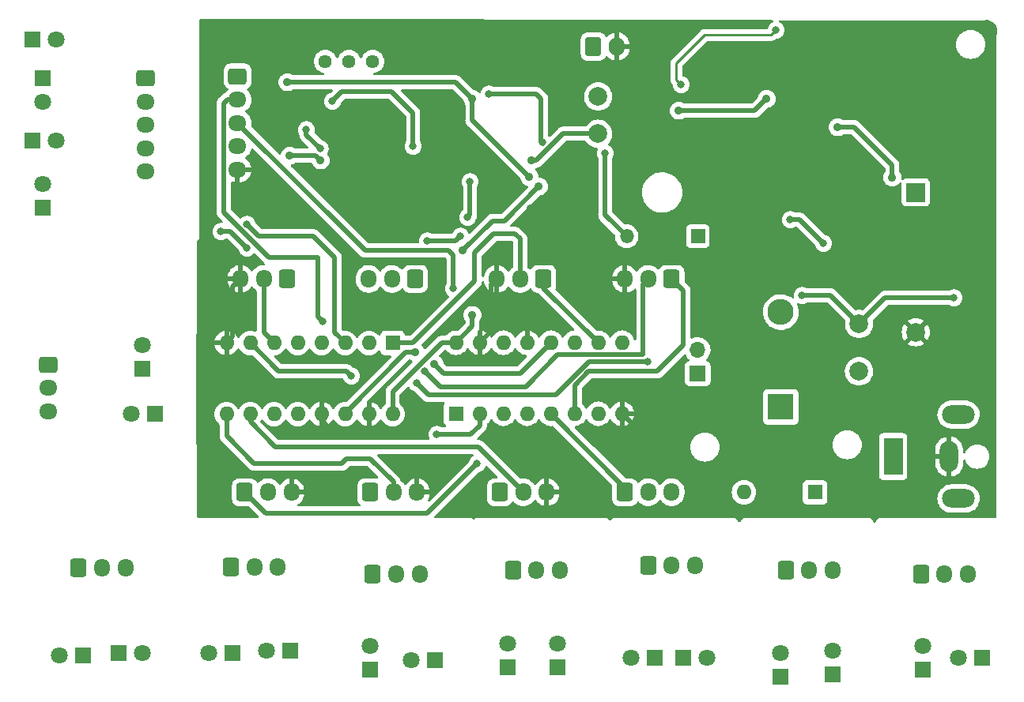
<source format=gbr>
%TF.GenerationSoftware,KiCad,Pcbnew,(5.99.0-11498-g1a301d8eea)*%
%TF.CreationDate,2021-09-07T15:50:55+03:00*%
%TF.ProjectId,f,662e6b69-6361-4645-9f70-636258585858,rev?*%
%TF.SameCoordinates,Original*%
%TF.FileFunction,Copper,L2,Bot*%
%TF.FilePolarity,Positive*%
%FSLAX46Y46*%
G04 Gerber Fmt 4.6, Leading zero omitted, Abs format (unit mm)*
G04 Created by KiCad (PCBNEW (5.99.0-11498-g1a301d8eea)) date 2021-09-07 15:50:55*
%MOMM*%
%LPD*%
G01*
G04 APERTURE LIST*
G04 Aperture macros list*
%AMRoundRect*
0 Rectangle with rounded corners*
0 $1 Rounding radius*
0 $2 $3 $4 $5 $6 $7 $8 $9 X,Y pos of 4 corners*
0 Add a 4 corners polygon primitive as box body*
4,1,4,$2,$3,$4,$5,$6,$7,$8,$9,$2,$3,0*
0 Add four circle primitives for the rounded corners*
1,1,$1+$1,$2,$3*
1,1,$1+$1,$4,$5*
1,1,$1+$1,$6,$7*
1,1,$1+$1,$8,$9*
0 Add four rect primitives between the rounded corners*
20,1,$1+$1,$2,$3,$4,$5,0*
20,1,$1+$1,$4,$5,$6,$7,0*
20,1,$1+$1,$6,$7,$8,$9,0*
20,1,$1+$1,$8,$9,$2,$3,0*%
G04 Aperture macros list end*
%TA.AperFunction,ComponentPad*%
%ADD10RoundRect,0.250000X-0.600000X-0.725000X0.600000X-0.725000X0.600000X0.725000X-0.600000X0.725000X0*%
%TD*%
%TA.AperFunction,ComponentPad*%
%ADD11O,1.700000X1.950000*%
%TD*%
%TA.AperFunction,ComponentPad*%
%ADD12RoundRect,0.250000X-0.725000X0.600000X-0.725000X-0.600000X0.725000X-0.600000X0.725000X0.600000X0*%
%TD*%
%TA.AperFunction,ComponentPad*%
%ADD13O,1.950000X1.700000*%
%TD*%
%TA.AperFunction,ComponentPad*%
%ADD14RoundRect,0.250000X0.600000X0.725000X-0.600000X0.725000X-0.600000X-0.725000X0.600000X-0.725000X0*%
%TD*%
%TA.AperFunction,ComponentPad*%
%ADD15R,1.800000X1.800000*%
%TD*%
%TA.AperFunction,ComponentPad*%
%ADD16C,1.800000*%
%TD*%
%TA.AperFunction,ComponentPad*%
%ADD17R,2.800000X2.800000*%
%TD*%
%TA.AperFunction,ComponentPad*%
%ADD18O,2.800000X2.800000*%
%TD*%
%TA.AperFunction,ComponentPad*%
%ADD19C,1.440000*%
%TD*%
%TA.AperFunction,ComponentPad*%
%ADD20R,1.600000X1.600000*%
%TD*%
%TA.AperFunction,ComponentPad*%
%ADD21O,1.600000X1.600000*%
%TD*%
%TA.AperFunction,ComponentPad*%
%ADD22R,2.000000X4.000000*%
%TD*%
%TA.AperFunction,ComponentPad*%
%ADD23O,2.000000X3.300000*%
%TD*%
%TA.AperFunction,ComponentPad*%
%ADD24O,3.500000X2.000000*%
%TD*%
%TA.AperFunction,ComponentPad*%
%ADD25R,1.500000X1.500000*%
%TD*%
%TA.AperFunction,ComponentPad*%
%ADD26O,1.500000X1.500000*%
%TD*%
%TA.AperFunction,ComponentPad*%
%ADD27RoundRect,0.250000X-0.600000X-0.750000X0.600000X-0.750000X0.600000X0.750000X-0.600000X0.750000X0*%
%TD*%
%TA.AperFunction,ComponentPad*%
%ADD28O,1.700000X2.000000*%
%TD*%
%TA.AperFunction,ComponentPad*%
%ADD29C,2.000000*%
%TD*%
%TA.AperFunction,ComponentPad*%
%ADD30R,1.700000X1.700000*%
%TD*%
%TA.AperFunction,ComponentPad*%
%ADD31O,1.700000X1.700000*%
%TD*%
%TA.AperFunction,ComponentPad*%
%ADD32R,2.000000X2.000000*%
%TD*%
%TA.AperFunction,ViaPad*%
%ADD33C,0.900000*%
%TD*%
%TA.AperFunction,ViaPad*%
%ADD34C,0.800000*%
%TD*%
%TA.AperFunction,Conductor*%
%ADD35C,0.500000*%
%TD*%
%TA.AperFunction,Conductor*%
%ADD36C,0.250000*%
%TD*%
%TA.AperFunction,Conductor*%
%ADD37C,0.480000*%
%TD*%
G04 APERTURE END LIST*
D10*
%TO.P,Beak,1,Pin_1*%
%TO.N,Q0*%
X156718000Y-88660000D03*
D11*
%TO.P,Beak,2,Pin_2*%
%TO.N,Q91*%
X159218000Y-88660000D03*
%TO.P,Beak,3,Pin_3*%
%TO.N,BAT-*%
X161718000Y-88660000D03*
%TD*%
D10*
%TO.P,F3,1,Pin_1*%
%TO.N,Q6*%
X197438000Y-88660000D03*
D11*
%TO.P,F3,2,Pin_2*%
%TO.N,Q31*%
X199938000Y-88660000D03*
%TO.P,F3,3,Pin_3*%
%TO.N,N/C*%
X202438000Y-88660000D03*
%TD*%
D12*
%TO.P,Bdy,1,Pin_1*%
%TO.N,Q8*%
X155956000Y-44062000D03*
D13*
%TO.P,Bdy,2,Pin_2*%
%TO.N,Q11*%
X155956000Y-46562000D03*
%TO.P,Bdy,3,Pin_3*%
%TO.N,Q9*%
X155956000Y-49062000D03*
%TO.P,Bdy,4,Pin_4*%
%TO.N,Q01*%
X155956000Y-51562000D03*
%TO.P,Bdy,5,Pin_5*%
%TO.N,BAT-*%
X155956000Y-54062000D03*
%TD*%
D14*
%TO.P,F4,1,Pin_1*%
%TO.N,Q7*%
X202438000Y-65786000D03*
D11*
%TO.P,F4,2,Pin_2*%
%TO.N,Q21*%
X199938000Y-65786000D03*
%TO.P,F4,3,Pin_3*%
%TO.N,BAT-*%
X197438000Y-65786000D03*
%TD*%
D15*
%TO.P,D12,1,K*%
%TO.N,Net-(D12-Pad1)*%
X235712000Y-106426000D03*
D16*
%TO.P,D12,2,A*%
%TO.N,Net-(D12-Pad2)*%
X233172000Y-106426000D03*
%TD*%
D15*
%TO.P,D9,1,K*%
%TO.N,Net-(D18-Pad1)*%
X177043000Y-106680000D03*
D16*
%TO.P,D9,2,A*%
%TO.N,Net-(D9-Pad2)*%
X174503000Y-106680000D03*
%TD*%
D15*
%TO.P,D19,1,K*%
%TO.N,Net-(D19-Pad1)*%
X184912000Y-107447000D03*
D16*
%TO.P,D19,2,A*%
%TO.N,Net-(D19-Pad2)*%
X184912000Y-104907000D03*
%TD*%
D10*
%TO.P,Beak,1,Pin_1*%
%TO.N,Net-(J5-Pad1)*%
X138938000Y-96774000D03*
D11*
%TO.P,Beak,2,Pin_2*%
%TO.N,Net-(J5-Pad2)*%
X141438000Y-96774000D03*
%TO.P,Beak,3,Pin_3*%
%TO.N,Net-(D13-Pad1)*%
X143938000Y-96774000D03*
%TD*%
D17*
%TO.P,D25,1,A*%
%TO.N,Net-(D25-Pad1)*%
X214122000Y-79502000D03*
D18*
%TO.P,D25,2,K*%
%TO.N,ALT_5V*%
X214122000Y-69342000D03*
%TD*%
D19*
%TO.P,P_Changer,3,3*%
%TO.N,TH*%
X170424000Y-42477000D03*
%TO.P,P_Changer,2,2*%
X167884000Y-42477000D03*
%TO.P,P_Changer,1,1*%
%TO.N,D7*%
X165344000Y-42477000D03*
%TD*%
D15*
%TO.P,D14,1,K*%
%TO.N,Net-(D13-Pad1)*%
X139446000Y-106172000D03*
D16*
%TO.P,D14,2,A*%
%TO.N,Net-(D14-Pad2)*%
X136906000Y-106172000D03*
%TD*%
D10*
%TO.P,F2,1,Pin_1*%
%TO.N,Net-(J14-Pad1)*%
X185460000Y-96982000D03*
D11*
%TO.P,F2,2,Pin_2*%
%TO.N,Net-(J14-Pad2)*%
X187960000Y-96982000D03*
%TO.P,F2,3,Pin_3*%
%TO.N,Net-(D19-Pad1)*%
X190460000Y-96982000D03*
%TD*%
D12*
%TO.P,N2,1,Pin_1*%
%TO.N,Net-(J11-Pad1)*%
X135691000Y-74965000D03*
D13*
%TO.P,N2,2,Pin_2*%
%TO.N,Net-(J11-Pad2)*%
X135691000Y-77465000D03*
%TO.P,N2,3,Pin_3*%
%TO.N,Net-(D11-Pad1)*%
X135691000Y-79965000D03*
%TD*%
D20*
%TO.P,12V SW,1,1*%
%TO.N,Net-(C10-Pad1)*%
X217795600Y-88660000D03*
D21*
%TO.P,12V SW,2,2*%
%TO.N,Net-(D25-Pad1)*%
X210175600Y-88660000D03*
%TD*%
D22*
%TO.P,J2,1*%
%TO.N,Net-(F1-Pad1)*%
X226148000Y-84836000D03*
D23*
%TO.P,J2,2*%
%TO.N,BAT-*%
X232148000Y-84836000D03*
D24*
%TO.P,J2,MP*%
%TO.N,N/C*%
X233148000Y-89336000D03*
X233148000Y-80336000D03*
%TD*%
D10*
%TO.P,F3,1,Pin_1*%
%TO.N,Net-(J15-Pad1)*%
X199938000Y-96474000D03*
D11*
%TO.P,F3,2,Pin_2*%
%TO.N,Net-(J15-Pad2)*%
X202438000Y-96474000D03*
%TO.P,F3,3,Pin_3*%
%TO.N,Net-(D20-Pad1)*%
X204938000Y-96474000D03*
%TD*%
D25*
%TO.P,D3,1,K*%
%TO.N,5OT*%
X205237000Y-61214000D03*
D26*
%TO.P,D3,2,A*%
%TO.N,Net-(D3-Pad2)*%
X197617000Y-61214000D03*
%TD*%
D27*
%TO.P,Temp Sesnor ,1*%
%TO.N,Net-(TH1-Pad1)*%
X194056000Y-40877000D03*
D28*
%TO.P,Temp Sesnor ,2*%
%TO.N,BAT-*%
X196556000Y-40877000D03*
%TD*%
D15*
%TO.P,D13,1,K*%
%TO.N,Net-(D13-Pad1)*%
X143251000Y-105918000D03*
D16*
%TO.P,D13,2,A*%
%TO.N,Net-(D13-Pad2)*%
X145791000Y-105918000D03*
%TD*%
D12*
%TO.P,Bdy,1,Pin_1*%
%TO.N,Net-(J20-Pad1)*%
X146096000Y-44276000D03*
D13*
%TO.P,Bdy,2,Pin_2*%
%TO.N,Net-(J20-Pad2)*%
X146096000Y-46776000D03*
%TO.P,Bdy,3,Pin_3*%
%TO.N,Net-(J20-Pad3)*%
X146096000Y-49276000D03*
%TO.P,Bdy,4,Pin_4*%
%TO.N,Net-(J20-Pad4)*%
X146096000Y-51776000D03*
%TO.P,Bdy,5,Pin_5*%
%TO.N,Net-(D22-Pad1)*%
X146096000Y-54276000D03*
%TD*%
D10*
%TO.P,F2,1,Pin_1*%
%TO.N,Q5*%
X184050800Y-88660000D03*
D11*
%TO.P,F2,2,Pin_2*%
%TO.N,Q41*%
X186550800Y-88660000D03*
%TO.P,F2,3,Pin_3*%
%TO.N,BAT-*%
X189050800Y-88660000D03*
%TD*%
D15*
%TO.P,D7,1,K*%
%TO.N,Net-(D20-Pad1)*%
X203708000Y-106426000D03*
D16*
%TO.P,D7,2,A*%
%TO.N,Net-(D7-Pad2)*%
X206248000Y-106426000D03*
%TD*%
D29*
%TO.P,F1,1*%
%TO.N,Net-(F1-Pad1)*%
X222494000Y-75692000D03*
%TO.P,F1,2*%
%TO.N,Net-(C9-Pad1)*%
X222504000Y-70612000D03*
%TD*%
D14*
%TO.P,N2,1,Pin_1*%
%TO.N,Q2*%
X161256000Y-65786000D03*
D11*
%TO.P,N2,2,Pin_2*%
%TO.N,Q71*%
X158756000Y-65786000D03*
%TO.P,N2,3,Pin_3*%
%TO.N,BAT-*%
X156256000Y-65786000D03*
%TD*%
D15*
%TO.P,D21,1,K*%
%TO.N,Net-(D21-Pad1)*%
X214122000Y-108463000D03*
D16*
%TO.P,D21,2,A*%
%TO.N,Net-(D21-Pad2)*%
X214122000Y-105923000D03*
%TD*%
D10*
%TO.P,N1,1,Pin_1*%
%TO.N,Net-(J10-Pad1)*%
X229148000Y-97444000D03*
D11*
%TO.P,N1,2,Pin_2*%
%TO.N,Net-(J10-Pad2)*%
X231648000Y-97444000D03*
%TO.P,N1,3,Pin_3*%
%TO.N,Net-(D12-Pad1)*%
X234148000Y-97444000D03*
%TD*%
D15*
%TO.P,D22,1,K*%
%TO.N,Net-(D22-Pad1)*%
X135128000Y-44275154D03*
D16*
%TO.P,D22,2,A*%
%TO.N,Net-(D22-Pad2)*%
X135128000Y-46815154D03*
%TD*%
D10*
%TO.P,BN,1,Pin_1*%
%TO.N,Net-(J12-Pad1)*%
X155244000Y-96682000D03*
D11*
%TO.P,BN,2,Pin_2*%
%TO.N,Net-(J12-Pad2)*%
X157744000Y-96682000D03*
%TO.P,BN,3,Pin_3*%
%TO.N,Net-(D10-Pad1)*%
X160244000Y-96682000D03*
%TD*%
D15*
%TO.P,D18,1,K*%
%TO.N,Net-(D18-Pad1)*%
X170180000Y-107701000D03*
D16*
%TO.P,D18,2,A*%
%TO.N,Net-(D18-Pad2)*%
X170180000Y-105161000D03*
%TD*%
D15*
%TO.P,D17,1,K*%
%TO.N,Net-(D10-Pad1)*%
X155448000Y-105918000D03*
D16*
%TO.P,D17,2,A*%
%TO.N,Net-(D17-Pad2)*%
X152908000Y-105918000D03*
%TD*%
D10*
%TO.P,N1,1,Pin_1*%
%TO.N,Q1*%
X170153400Y-88660000D03*
D11*
%TO.P,N1,2,Pin_2*%
%TO.N,Q81*%
X172653400Y-88660000D03*
%TO.P,N1,3,Pin_3*%
%TO.N,BAT-*%
X175153400Y-88660000D03*
%TD*%
D29*
%TO.P,L1,1*%
%TO.N,Net-(D3-Pad2)*%
X194564000Y-46228000D03*
%TO.P,L1,2*%
%TO.N,BOOST*%
X194564000Y-50228000D03*
%TD*%
D15*
%TO.P,D20,1,K*%
%TO.N,Net-(D20-Pad1)*%
X200660000Y-106426000D03*
D16*
%TO.P,D20,2,A*%
%TO.N,Net-(D20-Pad2)*%
X198120000Y-106426000D03*
%TD*%
D15*
%TO.P,D23,1,K*%
%TO.N,Net-(D22-Pad1)*%
X134028000Y-40132000D03*
D16*
%TO.P,D23,2,A*%
%TO.N,Net-(D23-Pad2)*%
X136568000Y-40132000D03*
%TD*%
D15*
%TO.P,D5,1,K*%
%TO.N,Net-(D22-Pad1)*%
X134028000Y-50968308D03*
D16*
%TO.P,D5,2,A*%
%TO.N,Net-(D5-Pad2)*%
X136568000Y-50968308D03*
%TD*%
D14*
%TO.P,F1,1,Pin_1*%
%TO.N,Q4*%
X188710666Y-65786000D03*
D11*
%TO.P,F1,2,Pin_2*%
%TO.N,Q51*%
X186210666Y-65786000D03*
%TO.P,F1,3,Pin_3*%
%TO.N,BAT-*%
X183710666Y-65786000D03*
%TD*%
D15*
%TO.P,D6,1,K*%
%TO.N,Net-(D21-Pad1)*%
X219710000Y-108204000D03*
D16*
%TO.P,D6,2,A*%
%TO.N,Net-(D6-Pad2)*%
X219710000Y-105664000D03*
%TD*%
D15*
%TO.P,D10,1,K*%
%TO.N,Net-(D10-Pad1)*%
X161549000Y-105664000D03*
D16*
%TO.P,D10,2,A*%
%TO.N,Net-(D10-Pad2)*%
X159009000Y-105664000D03*
%TD*%
D14*
%TO.P,BN,1,Pin_1*%
%TO.N,Q3*%
X174983333Y-65786000D03*
D11*
%TO.P,BN,2,Pin_2*%
%TO.N,Q61*%
X172483333Y-65786000D03*
%TO.P,BN,3,Pin_3*%
%TO.N,N/C*%
X169983333Y-65786000D03*
%TD*%
D20*
%TO.P,U5,1,Q5*%
%TO.N,Q5*%
X179339000Y-80254000D03*
D21*
%TO.P,U5,2,Q1*%
%TO.N,Q1*%
X181879000Y-80254000D03*
%TO.P,U5,3,Q0*%
%TO.N,Q0*%
X184419000Y-80254000D03*
%TO.P,U5,4,Q2*%
%TO.N,Q2*%
X186959000Y-80254000D03*
%TO.P,U5,5,Q6*%
%TO.N,Q6*%
X189499000Y-80254000D03*
%TO.P,U5,6,Q7*%
%TO.N,Q7*%
X192039000Y-80254000D03*
%TO.P,U5,7,Q3*%
%TO.N,Q3*%
X194579000Y-80254000D03*
%TO.P,U5,8,VSS*%
%TO.N,BAT-*%
X197119000Y-80254000D03*
%TO.P,U5,9,Q8*%
%TO.N,Q8*%
X197119000Y-72634000D03*
%TO.P,U5,10,Q4*%
%TO.N,Q4*%
X194579000Y-72634000D03*
%TO.P,U5,11,Q9*%
%TO.N,Q9*%
X192039000Y-72634000D03*
%TO.P,U5,12,Cout*%
%TO.N,Cout*%
X189499000Y-72634000D03*
%TO.P,U5,13,CKEN*%
%TO.N,BAT-*%
X186959000Y-72634000D03*
%TO.P,U5,14,CLK*%
%TO.N,SO*%
X184419000Y-72634000D03*
%TO.P,U5,15,Reset*%
%TO.N,BAT-*%
X181879000Y-72634000D03*
%TO.P,U5,16,VDD*%
%TO.N,5OT*%
X179339000Y-72634000D03*
%TD*%
D15*
%TO.P,D15,1,K*%
%TO.N,Net-(D12-Pad1)*%
X229362000Y-107701000D03*
D16*
%TO.P,D15,2,A*%
%TO.N,Net-(D15-Pad2)*%
X229362000Y-105161000D03*
%TD*%
D15*
%TO.P,D4,1,K*%
%TO.N,Net-(D22-Pad1)*%
X135128000Y-58166000D03*
D16*
%TO.P,D4,2,A*%
%TO.N,Net-(D4-Pad2)*%
X135128000Y-55626000D03*
%TD*%
D15*
%TO.P,D8,1,K*%
%TO.N,Net-(D19-Pad1)*%
X190246000Y-107447000D03*
D16*
%TO.P,D8,2,A*%
%TO.N,Net-(D8-Pad2)*%
X190246000Y-104907000D03*
%TD*%
D10*
%TO.P,F4,1,Pin_1*%
%TO.N,Net-(J16-Pad1)*%
X214670000Y-97028000D03*
D11*
%TO.P,F4,2,Pin_2*%
%TO.N,Net-(J16-Pad2)*%
X217170000Y-97028000D03*
%TO.P,F4,3,Pin_3*%
%TO.N,Net-(D21-Pad1)*%
X219670000Y-97028000D03*
%TD*%
D15*
%TO.P,D16,1,K*%
%TO.N,Net-(D11-Pad1)*%
X145796000Y-75443000D03*
D16*
%TO.P,D16,2,A*%
%TO.N,Net-(D16-Pad2)*%
X145796000Y-72903000D03*
%TD*%
D30*
%TO.P,Alt power,1,Pin_1*%
%TO.N,ALT_5V*%
X205232000Y-75946000D03*
D31*
%TO.P,Alt power,2,Pin_2*%
%TO.N,5OT*%
X205232000Y-73406000D03*
%TD*%
D20*
%TO.P,U4,1,Q5*%
%TO.N,Q51*%
X172556000Y-72654000D03*
D21*
%TO.P,U4,2,Q1*%
%TO.N,Q11*%
X170016000Y-72654000D03*
%TO.P,U4,3,Q0*%
%TO.N,Q01*%
X167476000Y-72654000D03*
%TO.P,U4,4,Q2*%
%TO.N,Q21*%
X164936000Y-72654000D03*
%TO.P,U4,5,Q6*%
%TO.N,Q61*%
X162396000Y-72654000D03*
%TO.P,U4,6,Q7*%
%TO.N,Q71*%
X159856000Y-72654000D03*
%TO.P,U4,7,Q3*%
%TO.N,Q31*%
X157316000Y-72654000D03*
%TO.P,U4,8,VSS*%
%TO.N,BAT-*%
X154776000Y-72654000D03*
%TO.P,U4,9,Q8*%
%TO.N,Q81*%
X154776000Y-80274000D03*
%TO.P,U4,10,Q4*%
%TO.N,Q41*%
X157316000Y-80274000D03*
%TO.P,U4,11,Q9*%
%TO.N,Q91*%
X159856000Y-80274000D03*
%TO.P,U4,12,Cout*%
%TO.N,N/C*%
X162396000Y-80274000D03*
%TO.P,U4,13,CKEN*%
%TO.N,BAT-*%
X164936000Y-80274000D03*
%TO.P,U4,14,CLK*%
%TO.N,Cout*%
X167476000Y-80274000D03*
%TO.P,U4,15,Reset*%
%TO.N,BAT-*%
X170016000Y-80274000D03*
%TO.P,U4,16,VDD*%
%TO.N,5OT*%
X172556000Y-80274000D03*
%TD*%
D10*
%TO.P,F1,1,Pin_1*%
%TO.N,Net-(J13-Pad1)*%
X170434000Y-97444000D03*
D11*
%TO.P,F1,2,Pin_2*%
%TO.N,Net-(J13-Pad2)*%
X172934000Y-97444000D03*
%TO.P,F1,3,Pin_3*%
%TO.N,Net-(D18-Pad1)*%
X175434000Y-97444000D03*
%TD*%
D15*
%TO.P,D11,1,K*%
%TO.N,Net-(D11-Pad1)*%
X147071000Y-80264000D03*
D16*
%TO.P,D11,2,A*%
%TO.N,Net-(D11-Pad2)*%
X144531000Y-80264000D03*
%TD*%
D32*
%TO.P,BT1,1,+*%
%TO.N,BOOST*%
X228587000Y-56513000D03*
D29*
%TO.P,BT1,2,-*%
%TO.N,BAT-*%
X228587000Y-71503000D03*
%TD*%
D33*
%TO.N,BOOST*%
X187452000Y-53086000D03*
X212598000Y-46482000D03*
X226060000Y-54912011D03*
X203200000Y-47752000D03*
X220218000Y-49530000D03*
%TO.N,BAT-*%
X187353602Y-58264398D03*
X184912000Y-62484000D03*
X193802000Y-55692500D03*
X205486000Y-43942000D03*
D34*
X202184000Y-83312000D03*
D33*
X205232000Y-46228000D03*
D34*
%TO.N,Net-(C1-Pad1)*%
X203454000Y-44958000D03*
X213614000Y-39116000D03*
D33*
%TO.N,5OT*%
X180086000Y-62738000D03*
X161290000Y-44704000D03*
X181102000Y-46482000D03*
X187198000Y-54864000D03*
X161544000Y-52578000D03*
X181102000Y-69656500D03*
X188214000Y-55880000D03*
X164846000Y-53086000D03*
D34*
%TO.N,Net-(C8-Pad1)*%
X174752000Y-51562000D03*
X166116000Y-46736000D03*
%TO.N,Net-(D3-Pad2)*%
X195326000Y-52324000D03*
%TO.N,Net-(R2-Pad2)*%
X182880000Y-45974000D03*
X188615948Y-51157966D03*
%TO.N,D7*%
X163322000Y-49784000D03*
X164791935Y-51801441D03*
%TO.N,Net-(R8-Pad2)*%
X180848000Y-55372000D03*
X180594000Y-59182000D03*
D33*
%TO.N,Cout*%
X175006000Y-73660000D03*
X177038000Y-74930000D03*
D34*
%TO.N,Net-(C10-Pad1)*%
X218694000Y-61976000D03*
X215138000Y-59436000D03*
%TO.N,Q0*%
X181610000Y-85598000D03*
%TO.N,Q8*%
X176276000Y-61722000D03*
X154178000Y-60706000D03*
X156972000Y-62484000D03*
X179832000Y-61214000D03*
%TO.N,Q11*%
X165100000Y-70358000D03*
%TO.N,Q9*%
X179070000Y-66802000D03*
%TO.N,Q01*%
X156972000Y-59944000D03*
%TO.N,Q1*%
X177292000Y-82462500D03*
%TO.N,Q31*%
X175134043Y-76962000D03*
X168148000Y-76200000D03*
X199898000Y-74676000D03*
%TO.N,Q21*%
X176023043Y-75693043D03*
%TO.N,Net-(C9-Pad1)*%
X216408000Y-67564000D03*
X232664000Y-67818000D03*
%TD*%
D35*
%TO.N,BOOST*%
X203200000Y-47752000D02*
X211328000Y-47752000D01*
X190818000Y-50228000D02*
X194564000Y-50228000D01*
X187960000Y-53086000D02*
X190818000Y-50228000D01*
X220218000Y-49530000D02*
X221996000Y-49530000D01*
X226060000Y-53594000D02*
X226060000Y-54912011D01*
X211328000Y-47752000D02*
X212598000Y-46482000D01*
X187452000Y-53086000D02*
X187960000Y-53086000D01*
X221996000Y-49530000D02*
X226060000Y-53594000D01*
%TO.N,BAT-*%
X164936000Y-80274000D02*
X164936000Y-80949000D01*
X191230102Y-58264398D02*
X187353602Y-58264398D01*
X155702000Y-76708000D02*
X154776000Y-75782000D01*
X166537000Y-82550000D02*
X169164000Y-82550000D01*
X170016000Y-81698000D02*
X170016000Y-80274000D01*
X164936000Y-80949000D02*
X166537000Y-82550000D01*
X169164000Y-82550000D02*
X170016000Y-81698000D01*
X162814000Y-76708000D02*
X155702000Y-76708000D01*
X183710666Y-63685334D02*
X184912000Y-62484000D01*
X183710666Y-65786000D02*
X183710666Y-63685334D01*
X202184000Y-83312000D02*
X200177000Y-83312000D01*
X164936000Y-80274000D02*
X164936000Y-78830000D01*
X156256000Y-65786000D02*
X155448000Y-66594000D01*
X155448000Y-66594000D02*
X155448000Y-71982000D01*
X154776000Y-75782000D02*
X154776000Y-72654000D01*
X181879000Y-72634000D02*
X183134000Y-71379000D01*
X193802000Y-55692500D02*
X191230102Y-58264398D01*
X205232000Y-46228000D02*
X205232000Y-44196000D01*
X200177000Y-83312000D02*
X197119000Y-80254000D01*
X183134000Y-71379000D02*
X183134000Y-66362666D01*
X155448000Y-71982000D02*
X154776000Y-72654000D01*
X164936000Y-78830000D02*
X162814000Y-76708000D01*
X205232000Y-44196000D02*
X205486000Y-43942000D01*
X183134000Y-66362666D02*
X183710666Y-65786000D01*
D36*
%TO.N,Net-(C1-Pad1)*%
X205994000Y-39624000D02*
X213106000Y-39624000D01*
X213106000Y-39624000D02*
X213614000Y-39116000D01*
X202946000Y-44450000D02*
X202946000Y-42672000D01*
X202946000Y-42672000D02*
X205994000Y-39624000D01*
X203454000Y-44958000D02*
X202946000Y-44450000D01*
D35*
%TO.N,5OT*%
X179324000Y-44704000D02*
X181102000Y-46482000D01*
X184531000Y-59563000D02*
X183261000Y-59563000D01*
X187198000Y-54864000D02*
X181102000Y-48768000D01*
X188214000Y-55880000D02*
X184531000Y-59563000D01*
X161290000Y-44704000D02*
X179324000Y-44704000D01*
X164338000Y-52578000D02*
X164846000Y-53086000D01*
X177810000Y-72634000D02*
X172556000Y-77888000D01*
X181102000Y-48768000D02*
X181102000Y-46482000D01*
X172556000Y-77888000D02*
X172556000Y-80274000D01*
X181102000Y-69656500D02*
X181102000Y-70871000D01*
X161544000Y-52578000D02*
X164338000Y-52578000D01*
X183261000Y-59563000D02*
X180086000Y-62738000D01*
X181102000Y-70871000D02*
X179339000Y-72634000D01*
X179339000Y-72634000D02*
X177810000Y-72634000D01*
D37*
%TO.N,Net-(C8-Pad1)*%
X172466000Y-45720000D02*
X167132000Y-45720000D01*
X174752000Y-48006000D02*
X172466000Y-45720000D01*
X174752000Y-51562000D02*
X174752000Y-48006000D01*
X167132000Y-45720000D02*
X166116000Y-46736000D01*
D35*
%TO.N,Net-(D3-Pad2)*%
X195326000Y-58923000D02*
X197617000Y-61214000D01*
X195326000Y-52324000D02*
X195326000Y-58923000D01*
%TO.N,Net-(R2-Pad2)*%
X187960000Y-45974000D02*
X188468000Y-46482000D01*
X188468000Y-46482000D02*
X188468000Y-51010018D01*
X188722000Y-51264018D02*
X188615948Y-51157966D01*
X188468000Y-51010018D02*
X188615948Y-51157966D01*
X182880000Y-45974000D02*
X187960000Y-45974000D01*
X188468000Y-46482000D02*
X188468000Y-47244000D01*
%TO.N,D7*%
X163322000Y-49784000D02*
X163322000Y-50331506D01*
X163322000Y-50331506D02*
X164791935Y-51801441D01*
%TO.N,Net-(R8-Pad2)*%
X180848000Y-55372000D02*
X180848000Y-58928000D01*
X180848000Y-58928000D02*
X180594000Y-59182000D01*
%TO.N,Cout*%
X186187000Y-75946000D02*
X189499000Y-72634000D01*
X177038000Y-74930000D02*
X178054000Y-75946000D01*
X173990000Y-73660000D02*
X167476000Y-80174000D01*
X178054000Y-75946000D02*
X186187000Y-75946000D01*
X175006000Y-73660000D02*
X173990000Y-73660000D01*
X167476000Y-80174000D02*
X167476000Y-80274000D01*
%TO.N,Net-(C10-Pad1)*%
X215138000Y-59436000D02*
X216154000Y-59436000D01*
X216154000Y-59436000D02*
X218694000Y-61976000D01*
%TO.N,Q0*%
X156718000Y-88660000D02*
X158990000Y-90932000D01*
X158990000Y-90932000D02*
X176276000Y-90932000D01*
X176276000Y-90932000D02*
X181610000Y-85598000D01*
%TO.N,Q8*%
X176276000Y-61722000D02*
X179324000Y-61722000D01*
X155194000Y-60706000D02*
X156972000Y-62484000D01*
X154178000Y-60706000D02*
X155194000Y-60706000D01*
X179324000Y-61722000D02*
X179832000Y-61214000D01*
%TO.N,Q11*%
X155956000Y-46562000D02*
X154860000Y-46562000D01*
X164592000Y-63500000D02*
X164592000Y-69850000D01*
X159326609Y-63500000D02*
X164592000Y-63500000D01*
X154481480Y-46940520D02*
X154481480Y-58654871D01*
X164592000Y-69850000D02*
X165100000Y-70358000D01*
X154860000Y-46562000D02*
X154481480Y-46940520D01*
X154481480Y-58654871D02*
X159326609Y-63500000D01*
%TO.N,Q9*%
X168616000Y-61722000D02*
X168870000Y-61976000D01*
X168382000Y-61488000D02*
X169378000Y-62484000D01*
X155956000Y-49062000D02*
X168382000Y-61488000D01*
X168382000Y-61488000D02*
X168616000Y-61722000D01*
X179070000Y-63246000D02*
X179070000Y-66802000D01*
X169378000Y-62484000D02*
X169632000Y-62738000D01*
X169632000Y-62738000D02*
X178562000Y-62738000D01*
X178562000Y-62738000D02*
X179070000Y-63246000D01*
%TO.N,Q01*%
X166370000Y-63500000D02*
X166370000Y-71548000D01*
X164084000Y-61214000D02*
X166370000Y-63500000D01*
X158242000Y-61214000D02*
X164084000Y-61214000D01*
X166370000Y-71548000D02*
X167476000Y-72654000D01*
X156972000Y-59944000D02*
X158242000Y-61214000D01*
%TO.N,Q1*%
X180935500Y-82462500D02*
X181879000Y-81519000D01*
X177292000Y-82462500D02*
X180935500Y-82462500D01*
X181879000Y-81519000D02*
X181879000Y-80254000D01*
%TO.N,Q81*%
X170180000Y-85090000D02*
X172653400Y-87563400D01*
X154776000Y-80274000D02*
X154776000Y-82640000D01*
X172653400Y-87563400D02*
X172653400Y-88660000D01*
X167640000Y-85090000D02*
X170180000Y-85090000D01*
X154776000Y-82640000D02*
X157734000Y-85598000D01*
X167132000Y-85598000D02*
X167640000Y-85090000D01*
X157734000Y-85598000D02*
X167132000Y-85598000D01*
%TO.N,Q71*%
X158756000Y-71554000D02*
X159856000Y-72654000D01*
X158756000Y-65786000D02*
X158756000Y-71554000D01*
%TO.N,Q4*%
X188710666Y-66765666D02*
X194579000Y-72634000D01*
X188710666Y-65786000D02*
X188710666Y-66765666D01*
%TO.N,Q51*%
X181356000Y-62992000D02*
X183388000Y-60960000D01*
X181356000Y-66040000D02*
X181356000Y-62992000D01*
X172556000Y-72654000D02*
X174742000Y-72654000D01*
X186210666Y-61496666D02*
X186210666Y-65786000D01*
X174742000Y-72654000D02*
X181356000Y-66040000D01*
X183388000Y-60960000D02*
X185674000Y-60960000D01*
X185674000Y-60960000D02*
X186210666Y-61496666D01*
%TO.N,Q41*%
X160020000Y-83820000D02*
X181710800Y-83820000D01*
X157316000Y-81116000D02*
X160020000Y-83820000D01*
X181710800Y-83820000D02*
X186550800Y-88660000D01*
X157316000Y-80274000D02*
X157316000Y-81116000D01*
%TO.N,Q6*%
X189499000Y-80254000D02*
X197438000Y-88193000D01*
X197438000Y-88193000D02*
X197438000Y-88660000D01*
%TO.N,Q31*%
X175134043Y-76962000D02*
X176404043Y-78232000D01*
X167640000Y-75692000D02*
X160354000Y-75692000D01*
X160354000Y-75692000D02*
X157316000Y-72654000D01*
X193574730Y-74676000D02*
X199898000Y-74676000D01*
X176404043Y-78232000D02*
X190018730Y-78232000D01*
X168148000Y-76200000D02*
X167640000Y-75692000D01*
X190018730Y-78232000D02*
X193574730Y-74676000D01*
%TO.N,Q7*%
X200914000Y-75692000D02*
X203708000Y-72898000D01*
X192039000Y-77201000D02*
X193548000Y-75692000D01*
X203708000Y-72898000D02*
X203708000Y-67056000D01*
X203708000Y-67056000D02*
X202438000Y-65786000D01*
X192039000Y-80254000D02*
X192039000Y-77201000D01*
X193548000Y-75692000D02*
X200914000Y-75692000D01*
%TO.N,Q21*%
X199390000Y-73914000D02*
X199390000Y-66334000D01*
X186810693Y-77349307D02*
X190246000Y-73914000D01*
X176023043Y-75693043D02*
X177679307Y-77349307D01*
X199390000Y-66334000D02*
X199938000Y-65786000D01*
X177679307Y-77349307D02*
X186810693Y-77349307D01*
X190246000Y-73914000D02*
X199390000Y-73914000D01*
%TO.N,Net-(C9-Pad1)*%
X222504000Y-70612000D02*
X225298000Y-67818000D01*
X219456000Y-67564000D02*
X216408000Y-67564000D01*
X225298000Y-67818000D02*
X232664000Y-67818000D01*
X222504000Y-70612000D02*
X219456000Y-67564000D01*
%TD*%
%TA.AperFunction,Conductor*%
%TO.N,BAT-*%
G36*
X213193522Y-38044945D02*
G01*
X213261594Y-38065114D01*
X213307955Y-38118883D01*
X213317887Y-38189182D01*
X213288236Y-38253690D01*
X213244462Y-38286052D01*
X213163281Y-38322195D01*
X213163274Y-38322199D01*
X213157248Y-38324882D01*
X213151907Y-38328762D01*
X213151906Y-38328763D01*
X213101843Y-38365136D01*
X213002747Y-38437134D01*
X212874960Y-38579056D01*
X212779473Y-38744444D01*
X212729381Y-38898611D01*
X212727813Y-38903436D01*
X212687739Y-38962042D01*
X212622343Y-38989679D01*
X212607980Y-38990500D01*
X206072767Y-38990500D01*
X206061584Y-38989973D01*
X206054091Y-38988298D01*
X206046165Y-38988547D01*
X206046164Y-38988547D01*
X205986001Y-38990438D01*
X205982043Y-38990500D01*
X205954144Y-38990500D01*
X205950154Y-38991004D01*
X205938320Y-38991936D01*
X205894111Y-38993326D01*
X205886497Y-38995538D01*
X205886492Y-38995539D01*
X205874659Y-38998977D01*
X205855296Y-39002988D01*
X205835203Y-39005526D01*
X205827836Y-39008443D01*
X205827831Y-39008444D01*
X205794092Y-39021802D01*
X205782865Y-39025646D01*
X205740407Y-39037982D01*
X205733581Y-39042019D01*
X205722972Y-39048293D01*
X205705224Y-39056988D01*
X205686383Y-39064448D01*
X205679967Y-39069110D01*
X205679966Y-39069110D01*
X205650613Y-39090436D01*
X205640693Y-39096952D01*
X205609465Y-39115420D01*
X205609462Y-39115422D01*
X205602638Y-39119458D01*
X205588317Y-39133779D01*
X205573284Y-39146619D01*
X205556893Y-39158528D01*
X205551842Y-39164634D01*
X205528702Y-39192605D01*
X205520712Y-39201384D01*
X202553747Y-42168348D01*
X202545461Y-42175888D01*
X202538982Y-42180000D01*
X202533557Y-42185777D01*
X202492357Y-42229651D01*
X202489602Y-42232493D01*
X202469865Y-42252230D01*
X202467385Y-42255427D01*
X202459682Y-42264447D01*
X202429414Y-42296679D01*
X202425595Y-42303625D01*
X202425593Y-42303628D01*
X202419652Y-42314434D01*
X202408801Y-42330953D01*
X202396386Y-42346959D01*
X202393241Y-42354228D01*
X202393238Y-42354232D01*
X202378826Y-42387537D01*
X202373609Y-42398187D01*
X202352305Y-42436940D01*
X202350334Y-42444615D01*
X202350334Y-42444616D01*
X202347267Y-42456562D01*
X202340863Y-42475266D01*
X202337744Y-42482475D01*
X202332819Y-42493855D01*
X202331580Y-42501678D01*
X202331577Y-42501688D01*
X202325901Y-42537524D01*
X202323495Y-42549144D01*
X202312500Y-42591970D01*
X202312500Y-42612224D01*
X202310949Y-42631934D01*
X202307780Y-42651943D01*
X202308526Y-42659835D01*
X202311941Y-42695961D01*
X202312500Y-42707819D01*
X202312500Y-44371233D01*
X202311973Y-44382416D01*
X202310298Y-44389909D01*
X202310547Y-44397835D01*
X202310547Y-44397836D01*
X202312438Y-44457986D01*
X202312500Y-44461945D01*
X202312500Y-44489856D01*
X202312997Y-44493790D01*
X202312997Y-44493791D01*
X202313005Y-44493856D01*
X202313938Y-44505693D01*
X202315327Y-44549889D01*
X202320978Y-44569339D01*
X202324987Y-44588700D01*
X202327526Y-44608797D01*
X202330445Y-44616168D01*
X202330445Y-44616170D01*
X202343804Y-44649912D01*
X202347649Y-44661142D01*
X202359982Y-44703593D01*
X202364015Y-44710412D01*
X202364017Y-44710417D01*
X202370293Y-44721028D01*
X202378988Y-44738776D01*
X202386448Y-44757617D01*
X202391110Y-44764033D01*
X202391110Y-44764034D01*
X202412436Y-44793387D01*
X202418952Y-44803307D01*
X202430829Y-44823389D01*
X202441458Y-44841362D01*
X202455779Y-44855683D01*
X202468619Y-44870716D01*
X202480528Y-44887107D01*
X202486632Y-44892156D01*
X202486636Y-44892161D01*
X202498425Y-44901913D01*
X202538164Y-44960747D01*
X202543421Y-44985829D01*
X202559676Y-45140483D01*
X202560458Y-45147928D01*
X202619473Y-45329556D01*
X202622776Y-45335278D01*
X202622777Y-45335279D01*
X202631900Y-45351080D01*
X202714960Y-45494944D01*
X202719378Y-45499851D01*
X202719379Y-45499852D01*
X202838325Y-45631955D01*
X202842747Y-45636866D01*
X202997248Y-45749118D01*
X203003276Y-45751802D01*
X203003278Y-45751803D01*
X203165681Y-45824109D01*
X203171712Y-45826794D01*
X203258079Y-45845152D01*
X203352056Y-45865128D01*
X203352061Y-45865128D01*
X203358513Y-45866500D01*
X203549487Y-45866500D01*
X203555939Y-45865128D01*
X203555944Y-45865128D01*
X203649921Y-45845152D01*
X203736288Y-45826794D01*
X203742319Y-45824109D01*
X203904722Y-45751803D01*
X203904724Y-45751802D01*
X203910752Y-45749118D01*
X204065253Y-45636866D01*
X204069675Y-45631955D01*
X204188621Y-45499852D01*
X204188622Y-45499851D01*
X204193040Y-45494944D01*
X204276100Y-45351080D01*
X204285223Y-45335279D01*
X204285224Y-45335278D01*
X204288527Y-45329556D01*
X204347542Y-45147928D01*
X204348325Y-45140483D01*
X204366814Y-44964565D01*
X204367504Y-44958000D01*
X204355245Y-44841362D01*
X204348232Y-44774635D01*
X204348232Y-44774633D01*
X204347542Y-44768072D01*
X204288527Y-44586444D01*
X204278652Y-44569339D01*
X204215500Y-44459958D01*
X204193040Y-44421056D01*
X204065253Y-44279134D01*
X203910752Y-44166882D01*
X203904724Y-44164198D01*
X203904722Y-44164197D01*
X203742316Y-44091890D01*
X203742317Y-44091890D01*
X203736288Y-44089206D01*
X203679302Y-44077093D01*
X203616829Y-44043365D01*
X203582508Y-43981215D01*
X203579500Y-43953847D01*
X203579500Y-42986594D01*
X203599502Y-42918473D01*
X203616405Y-42897499D01*
X205873905Y-40640000D01*
X232878681Y-40640000D01*
X232897928Y-40884557D01*
X232955195Y-41123092D01*
X232957088Y-41127663D01*
X232957089Y-41127665D01*
X232989136Y-41205033D01*
X233049073Y-41349732D01*
X233132262Y-41485485D01*
X233163349Y-41536214D01*
X233177248Y-41558896D01*
X233180463Y-41562660D01*
X233180465Y-41562663D01*
X233284370Y-41684319D01*
X233336567Y-41745433D01*
X233340323Y-41748641D01*
X233512041Y-41895303D01*
X233523104Y-41904752D01*
X233527327Y-41907340D01*
X233527330Y-41907342D01*
X233569795Y-41933364D01*
X233732268Y-42032927D01*
X233876967Y-42092864D01*
X233954335Y-42124911D01*
X233954337Y-42124912D01*
X233958908Y-42126805D01*
X234041563Y-42146649D01*
X234192630Y-42182917D01*
X234192636Y-42182918D01*
X234197443Y-42184072D01*
X234442000Y-42203319D01*
X234686557Y-42184072D01*
X234691364Y-42182918D01*
X234691370Y-42182917D01*
X234842437Y-42146649D01*
X234925092Y-42126805D01*
X234929663Y-42124912D01*
X234929665Y-42124911D01*
X235007033Y-42092864D01*
X235151732Y-42032927D01*
X235314205Y-41933364D01*
X235356670Y-41907342D01*
X235356673Y-41907340D01*
X235360896Y-41904752D01*
X235371960Y-41895303D01*
X235543677Y-41748641D01*
X235547433Y-41745433D01*
X235599630Y-41684319D01*
X235703535Y-41562663D01*
X235703537Y-41562660D01*
X235706752Y-41558896D01*
X235720652Y-41536214D01*
X235751738Y-41485485D01*
X235834927Y-41349732D01*
X235894864Y-41205033D01*
X235926911Y-41127665D01*
X235926912Y-41127663D01*
X235928805Y-41123092D01*
X235986072Y-40884557D01*
X236005319Y-40640000D01*
X235986072Y-40395443D01*
X235950256Y-40246256D01*
X235948647Y-40239555D01*
X235928805Y-40156908D01*
X235834927Y-39930268D01*
X235706752Y-39721104D01*
X235683769Y-39694194D01*
X235550641Y-39538323D01*
X235547433Y-39534567D01*
X235511952Y-39504263D01*
X235364663Y-39378465D01*
X235364660Y-39378463D01*
X235360896Y-39375248D01*
X235356673Y-39372660D01*
X235356670Y-39372658D01*
X235237065Y-39299365D01*
X235151732Y-39247073D01*
X234937967Y-39158528D01*
X234929665Y-39155089D01*
X234929663Y-39155088D01*
X234925092Y-39153195D01*
X234842437Y-39133351D01*
X234691370Y-39097083D01*
X234691364Y-39097082D01*
X234686557Y-39095928D01*
X234442000Y-39076681D01*
X234197443Y-39095928D01*
X234192636Y-39097082D01*
X234192630Y-39097083D01*
X234041563Y-39133351D01*
X233958908Y-39153195D01*
X233954337Y-39155088D01*
X233954335Y-39155089D01*
X233946033Y-39158528D01*
X233732268Y-39247073D01*
X233646935Y-39299365D01*
X233527330Y-39372658D01*
X233527327Y-39372660D01*
X233523104Y-39375248D01*
X233519340Y-39378463D01*
X233519337Y-39378465D01*
X233372048Y-39504263D01*
X233336567Y-39534567D01*
X233333359Y-39538323D01*
X233200232Y-39694194D01*
X233177248Y-39721104D01*
X233049073Y-39930268D01*
X232955195Y-40156908D01*
X232935353Y-40239555D01*
X232933745Y-40246256D01*
X232897928Y-40395443D01*
X232878681Y-40640000D01*
X205873905Y-40640000D01*
X206219500Y-40294405D01*
X206281812Y-40260379D01*
X206308595Y-40257500D01*
X213027233Y-40257500D01*
X213038416Y-40258027D01*
X213045909Y-40259702D01*
X213053835Y-40259453D01*
X213053836Y-40259453D01*
X213113986Y-40257562D01*
X213117945Y-40257500D01*
X213145856Y-40257500D01*
X213149791Y-40257003D01*
X213149856Y-40256995D01*
X213161693Y-40256062D01*
X213193951Y-40255048D01*
X213197970Y-40254922D01*
X213205889Y-40254673D01*
X213225343Y-40249021D01*
X213244700Y-40245013D01*
X213256930Y-40243468D01*
X213256931Y-40243468D01*
X213264797Y-40242474D01*
X213272168Y-40239555D01*
X213272170Y-40239555D01*
X213305912Y-40226196D01*
X213317142Y-40222351D01*
X213351983Y-40212229D01*
X213351984Y-40212229D01*
X213359593Y-40210018D01*
X213366412Y-40205985D01*
X213366417Y-40205983D01*
X213377028Y-40199707D01*
X213394776Y-40191012D01*
X213413617Y-40183552D01*
X213449387Y-40157564D01*
X213459307Y-40151048D01*
X213490535Y-40132580D01*
X213490538Y-40132578D01*
X213497362Y-40128542D01*
X213511683Y-40114221D01*
X213526717Y-40101380D01*
X213536694Y-40094131D01*
X213543107Y-40089472D01*
X213559062Y-40070186D01*
X213617895Y-40030447D01*
X213656148Y-40024500D01*
X213709487Y-40024500D01*
X213715939Y-40023128D01*
X213715944Y-40023128D01*
X213802887Y-40004647D01*
X213896288Y-39984794D01*
X213939374Y-39965611D01*
X214064722Y-39909803D01*
X214064724Y-39909802D01*
X214070752Y-39907118D01*
X214225253Y-39794866D01*
X214244647Y-39773327D01*
X214348621Y-39657852D01*
X214348622Y-39657851D01*
X214353040Y-39652944D01*
X214448527Y-39487556D01*
X214507542Y-39305928D01*
X214509535Y-39286971D01*
X214526814Y-39122565D01*
X214527504Y-39116000D01*
X214515893Y-39005526D01*
X214508232Y-38932635D01*
X214508232Y-38932633D01*
X214507542Y-38926072D01*
X214448527Y-38744444D01*
X214353040Y-38579056D01*
X214225253Y-38437134D01*
X214126157Y-38365136D01*
X214076094Y-38328763D01*
X214076093Y-38328762D01*
X214070752Y-38324882D01*
X214064726Y-38322199D01*
X214064719Y-38322195D01*
X213988185Y-38288121D01*
X213934089Y-38242141D01*
X213913439Y-38174214D01*
X213932791Y-38105906D01*
X213986001Y-38058904D01*
X214039741Y-38047014D01*
X235660255Y-38099876D01*
X235680099Y-38101498D01*
X235693690Y-38103700D01*
X235693693Y-38103700D01*
X235702555Y-38105136D01*
X235711464Y-38104027D01*
X235711466Y-38104027D01*
X235740293Y-38100439D01*
X235744007Y-38100080D01*
X235747235Y-38100088D01*
X235777861Y-38095779D01*
X235779851Y-38095515D01*
X235838363Y-38088232D01*
X235838369Y-38088231D01*
X235846955Y-38087162D01*
X235850745Y-38085522D01*
X235854841Y-38084946D01*
X235862731Y-38081382D01*
X235863401Y-38081141D01*
X235871646Y-38078752D01*
X235871655Y-38078782D01*
X235889146Y-38073238D01*
X235980309Y-38055738D01*
X236038038Y-38044656D01*
X236060226Y-38042407D01*
X236147890Y-38041322D01*
X236238886Y-38040196D01*
X236261129Y-38041895D01*
X236437389Y-38071228D01*
X236458984Y-38076824D01*
X236627303Y-38136779D01*
X236647567Y-38146093D01*
X236802675Y-38234793D01*
X236820984Y-38247538D01*
X236958020Y-38362205D01*
X236973794Y-38377980D01*
X237088460Y-38515016D01*
X237101204Y-38533322D01*
X237189905Y-38688432D01*
X237199218Y-38708695D01*
X237214191Y-38750729D01*
X237259175Y-38877016D01*
X237264771Y-38898611D01*
X237294103Y-39074869D01*
X237295802Y-39097112D01*
X237295042Y-39158528D01*
X237293970Y-39245180D01*
X237293591Y-39275769D01*
X237291341Y-39297965D01*
X237263548Y-39442741D01*
X237258907Y-39457023D01*
X237259637Y-39457246D01*
X237258692Y-39460336D01*
X237258183Y-39461668D01*
X237256813Y-39466253D01*
X237253200Y-39473948D01*
X237252953Y-39475531D01*
X237252281Y-39476987D01*
X237251026Y-39485392D01*
X237251025Y-39485394D01*
X237241820Y-39547023D01*
X237241702Y-39547793D01*
X237235999Y-39584423D01*
X237235999Y-39585711D01*
X237235867Y-39586876D01*
X237232111Y-39612025D01*
X237230785Y-39620904D01*
X237232004Y-39629798D01*
X237234832Y-39650432D01*
X237235999Y-39667541D01*
X237235999Y-45416678D01*
X237234499Y-45436062D01*
X237232572Y-45448440D01*
X237230814Y-45459730D01*
X237231978Y-45468632D01*
X237231978Y-45468634D01*
X237234935Y-45491243D01*
X237235999Y-45507581D01*
X237236000Y-68434166D01*
X237236000Y-91314000D01*
X237215998Y-91382121D01*
X237162342Y-91428614D01*
X237110000Y-91440000D01*
X224798702Y-91440000D01*
X224797932Y-91439998D01*
X224797078Y-91439993D01*
X224720348Y-91439524D01*
X224711719Y-91441990D01*
X224711714Y-91441991D01*
X224691952Y-91447639D01*
X224675191Y-91451217D01*
X224654848Y-91454130D01*
X224654838Y-91454133D01*
X224645955Y-91455405D01*
X224622605Y-91466021D01*
X224605093Y-91472464D01*
X224597057Y-91474761D01*
X224580435Y-91479512D01*
X224555452Y-91495274D01*
X224540386Y-91503404D01*
X224513490Y-91515633D01*
X224494061Y-91532374D01*
X224479053Y-91543479D01*
X224457369Y-91557160D01*
X224451427Y-91563888D01*
X224437819Y-91579296D01*
X224425627Y-91591340D01*
X224403253Y-91610619D01*
X224398374Y-91618147D01*
X224398371Y-91618150D01*
X224389304Y-91632139D01*
X224378014Y-91647013D01*
X224361044Y-91666228D01*
X224348490Y-91692966D01*
X224340176Y-91707935D01*
X224324107Y-91732727D01*
X224321535Y-91741327D01*
X224316761Y-91757290D01*
X224310099Y-91774736D01*
X224299201Y-91797948D01*
X224297820Y-91806821D01*
X224295196Y-91815402D01*
X224292516Y-91814583D01*
X224268391Y-91865822D01*
X224208222Y-91903507D01*
X224173765Y-91908205D01*
X224148143Y-91908129D01*
X224135782Y-91908093D01*
X224067721Y-91887891D01*
X224021387Y-91834098D01*
X224015220Y-91817462D01*
X224013867Y-91812834D01*
X224012595Y-91803955D01*
X224001979Y-91780605D01*
X223995536Y-91763093D01*
X223990954Y-91747063D01*
X223988488Y-91738435D01*
X223972726Y-91713452D01*
X223964596Y-91698386D01*
X223952367Y-91671490D01*
X223935626Y-91652061D01*
X223924521Y-91637053D01*
X223915630Y-91622961D01*
X223910840Y-91615369D01*
X223888703Y-91595818D01*
X223876659Y-91583626D01*
X223863239Y-91568051D01*
X223863237Y-91568050D01*
X223857381Y-91561253D01*
X223849853Y-91556374D01*
X223849850Y-91556371D01*
X223835861Y-91547304D01*
X223820987Y-91536014D01*
X223808502Y-91524988D01*
X223801772Y-91519044D01*
X223793646Y-91515229D01*
X223793645Y-91515228D01*
X223787979Y-91512568D01*
X223775034Y-91506490D01*
X223760065Y-91498176D01*
X223735273Y-91482107D01*
X223710709Y-91474761D01*
X223693264Y-91468099D01*
X223688827Y-91466016D01*
X223670052Y-91457201D01*
X223640870Y-91452657D01*
X223624151Y-91448874D01*
X223604464Y-91442986D01*
X223604461Y-91442985D01*
X223595859Y-91440413D01*
X223586884Y-91440358D01*
X223586883Y-91440358D01*
X223580190Y-91440317D01*
X223561444Y-91440203D01*
X223560672Y-91440170D01*
X223559577Y-91440000D01*
X223528702Y-91440000D01*
X223527932Y-91439998D01*
X223454284Y-91439548D01*
X223454283Y-91439548D01*
X223450348Y-91439524D01*
X223449004Y-91439908D01*
X223447659Y-91440000D01*
X210320702Y-91440000D01*
X210319932Y-91439998D01*
X210319078Y-91439993D01*
X210242348Y-91439524D01*
X210233719Y-91441990D01*
X210233714Y-91441991D01*
X210213952Y-91447639D01*
X210197191Y-91451217D01*
X210176848Y-91454130D01*
X210176838Y-91454133D01*
X210167955Y-91455405D01*
X210144605Y-91466021D01*
X210127093Y-91472464D01*
X210119057Y-91474761D01*
X210102435Y-91479512D01*
X210077452Y-91495274D01*
X210062386Y-91503404D01*
X210035490Y-91515633D01*
X210016061Y-91532374D01*
X210001053Y-91543479D01*
X209979369Y-91557160D01*
X209973427Y-91563888D01*
X209959819Y-91579296D01*
X209947627Y-91591340D01*
X209925253Y-91610619D01*
X209920374Y-91618147D01*
X209920371Y-91618150D01*
X209911304Y-91632139D01*
X209900014Y-91647013D01*
X209883044Y-91666228D01*
X209870490Y-91692966D01*
X209862176Y-91707935D01*
X209846107Y-91732727D01*
X209843535Y-91741327D01*
X209838761Y-91757290D01*
X209832098Y-91774737D01*
X209823365Y-91793337D01*
X209776308Y-91846499D01*
X209708941Y-91865786D01*
X209686018Y-91865719D01*
X209643373Y-91865593D01*
X209575312Y-91845391D01*
X209529045Y-91791748D01*
X209528169Y-91789821D01*
X209523984Y-91780616D01*
X209517536Y-91763093D01*
X209512954Y-91747063D01*
X209510488Y-91738435D01*
X209494726Y-91713452D01*
X209486596Y-91698386D01*
X209474367Y-91671490D01*
X209457626Y-91652061D01*
X209446521Y-91637053D01*
X209437630Y-91622961D01*
X209432840Y-91615369D01*
X209410703Y-91595818D01*
X209398659Y-91583626D01*
X209385239Y-91568051D01*
X209385237Y-91568050D01*
X209379381Y-91561253D01*
X209371853Y-91556374D01*
X209371850Y-91556371D01*
X209357861Y-91547304D01*
X209342987Y-91536014D01*
X209330502Y-91524988D01*
X209323772Y-91519044D01*
X209315646Y-91515229D01*
X209315645Y-91515228D01*
X209309979Y-91512568D01*
X209297034Y-91506490D01*
X209282065Y-91498176D01*
X209257273Y-91482107D01*
X209232709Y-91474761D01*
X209215264Y-91468099D01*
X209210827Y-91466016D01*
X209192052Y-91457201D01*
X209162870Y-91452657D01*
X209146151Y-91448874D01*
X209126464Y-91442986D01*
X209126461Y-91442985D01*
X209117859Y-91440413D01*
X209108884Y-91440358D01*
X209108883Y-91440358D01*
X209102190Y-91440317D01*
X209083444Y-91440203D01*
X209082672Y-91440170D01*
X209081577Y-91440000D01*
X209050702Y-91440000D01*
X209049932Y-91439998D01*
X208976284Y-91439548D01*
X208976283Y-91439548D01*
X208972348Y-91439524D01*
X208971004Y-91439908D01*
X208969659Y-91440000D01*
X196350702Y-91440000D01*
X196349932Y-91439998D01*
X196349078Y-91439993D01*
X196272348Y-91439524D01*
X196263719Y-91441990D01*
X196263714Y-91441991D01*
X196243952Y-91447639D01*
X196227191Y-91451217D01*
X196206848Y-91454130D01*
X196206838Y-91454133D01*
X196197955Y-91455405D01*
X196174605Y-91466021D01*
X196157093Y-91472464D01*
X196149057Y-91474761D01*
X196132435Y-91479512D01*
X196107452Y-91495274D01*
X196092386Y-91503404D01*
X196065490Y-91515633D01*
X196046061Y-91532374D01*
X196031053Y-91543479D01*
X196009369Y-91557160D01*
X196003427Y-91563888D01*
X195989819Y-91579296D01*
X195977627Y-91591340D01*
X195955253Y-91610619D01*
X195950374Y-91618147D01*
X195950371Y-91618150D01*
X195941304Y-91632139D01*
X195930020Y-91647006D01*
X195928616Y-91648596D01*
X195868534Y-91686419D01*
X195797540Y-91685755D01*
X195738176Y-91646814D01*
X195727607Y-91632433D01*
X195721631Y-91622962D01*
X195721630Y-91622960D01*
X195716840Y-91615369D01*
X195694703Y-91595818D01*
X195682659Y-91583626D01*
X195669239Y-91568051D01*
X195669237Y-91568050D01*
X195663381Y-91561253D01*
X195655853Y-91556374D01*
X195655850Y-91556371D01*
X195641861Y-91547304D01*
X195626987Y-91536014D01*
X195614502Y-91524988D01*
X195607772Y-91519044D01*
X195599646Y-91515229D01*
X195599645Y-91515228D01*
X195593979Y-91512568D01*
X195581034Y-91506490D01*
X195566065Y-91498176D01*
X195541273Y-91482107D01*
X195516709Y-91474761D01*
X195499264Y-91468099D01*
X195494827Y-91466016D01*
X195476052Y-91457201D01*
X195446870Y-91452657D01*
X195430151Y-91448874D01*
X195410464Y-91442986D01*
X195410461Y-91442985D01*
X195401859Y-91440413D01*
X195392884Y-91440358D01*
X195392883Y-91440358D01*
X195386190Y-91440317D01*
X195367444Y-91440203D01*
X195366672Y-91440170D01*
X195365577Y-91440000D01*
X195334702Y-91440000D01*
X195333932Y-91439998D01*
X195260284Y-91439548D01*
X195260283Y-91439548D01*
X195256348Y-91439524D01*
X195255004Y-91439908D01*
X195253659Y-91440000D01*
X181618702Y-91440000D01*
X181617932Y-91439998D01*
X181617078Y-91439993D01*
X181540348Y-91439524D01*
X181531719Y-91441990D01*
X181531714Y-91441991D01*
X181511952Y-91447639D01*
X181495191Y-91451217D01*
X181474848Y-91454130D01*
X181474838Y-91454133D01*
X181465955Y-91455405D01*
X181442605Y-91466021D01*
X181425093Y-91472464D01*
X181417057Y-91474761D01*
X181400435Y-91479512D01*
X181375452Y-91495274D01*
X181360386Y-91503404D01*
X181333490Y-91515633D01*
X181314061Y-91532374D01*
X181299054Y-91543478D01*
X181296312Y-91545208D01*
X181228027Y-91564641D01*
X181160076Y-91544071D01*
X181145670Y-91533085D01*
X181136502Y-91524988D01*
X181129772Y-91519044D01*
X181121646Y-91515229D01*
X181121645Y-91515228D01*
X181115979Y-91512568D01*
X181103034Y-91506490D01*
X181088065Y-91498176D01*
X181063273Y-91482107D01*
X181038709Y-91474761D01*
X181021264Y-91468099D01*
X181016827Y-91466016D01*
X180998052Y-91457201D01*
X180968870Y-91452657D01*
X180952151Y-91448874D01*
X180932464Y-91442986D01*
X180932461Y-91442985D01*
X180923859Y-91440413D01*
X180914884Y-91440358D01*
X180914883Y-91440358D01*
X180908190Y-91440317D01*
X180889444Y-91440203D01*
X180888672Y-91440170D01*
X180887577Y-91440000D01*
X180856702Y-91440000D01*
X180855932Y-91439998D01*
X180782284Y-91439548D01*
X180782283Y-91439548D01*
X180778348Y-91439524D01*
X180777004Y-91439908D01*
X180775659Y-91440000D01*
X177144871Y-91440000D01*
X177076750Y-91419998D01*
X177030257Y-91366342D01*
X177020153Y-91296068D01*
X177049647Y-91231488D01*
X177055776Y-91224905D01*
X181766331Y-86514350D01*
X181829228Y-86480199D01*
X181885824Y-86468169D01*
X181885833Y-86468166D01*
X181892288Y-86466794D01*
X181898319Y-86464109D01*
X182060722Y-86391803D01*
X182060724Y-86391802D01*
X182066752Y-86389118D01*
X182111076Y-86356915D01*
X182137200Y-86337934D01*
X182221253Y-86276866D01*
X182254429Y-86240020D01*
X182344621Y-86139852D01*
X182344622Y-86139851D01*
X182349040Y-86134944D01*
X182444527Y-85969556D01*
X182465142Y-85906110D01*
X182505216Y-85847504D01*
X182570612Y-85819867D01*
X182640569Y-85831974D01*
X182674070Y-85855951D01*
X183779524Y-86961405D01*
X183813550Y-87023717D01*
X183808485Y-87094532D01*
X183765938Y-87151368D01*
X183699418Y-87176179D01*
X183690429Y-87176500D01*
X183400828Y-87176500D01*
X183397619Y-87176832D01*
X183397612Y-87176832D01*
X183301502Y-87186764D01*
X183301500Y-87186765D01*
X183294634Y-87187474D01*
X183288086Y-87189659D01*
X183288084Y-87189659D01*
X183155862Y-87233772D01*
X183126854Y-87243450D01*
X182976452Y-87336522D01*
X182851495Y-87461697D01*
X182847655Y-87467927D01*
X182847654Y-87467928D01*
X182773266Y-87588608D01*
X182758685Y-87612262D01*
X182737272Y-87676822D01*
X182707232Y-87767390D01*
X182703003Y-87780139D01*
X182702303Y-87786975D01*
X182702302Y-87786978D01*
X182700136Y-87808121D01*
X182692300Y-87884600D01*
X182692300Y-89434972D01*
X182692632Y-89438181D01*
X182692632Y-89438188D01*
X182701681Y-89525752D01*
X182703274Y-89541166D01*
X182705459Y-89547714D01*
X182705459Y-89547716D01*
X182737205Y-89642870D01*
X182759250Y-89708946D01*
X182852322Y-89859348D01*
X182977497Y-89984305D01*
X182983727Y-89988145D01*
X182983728Y-89988146D01*
X183120890Y-90072694D01*
X183128062Y-90077115D01*
X183163738Y-90088948D01*
X183289411Y-90130632D01*
X183289413Y-90130632D01*
X183295939Y-90132797D01*
X183302775Y-90133497D01*
X183302778Y-90133498D01*
X183338463Y-90137154D01*
X183400400Y-90143500D01*
X184700772Y-90143500D01*
X184703981Y-90143168D01*
X184703988Y-90143168D01*
X184800098Y-90133236D01*
X184800100Y-90133235D01*
X184806966Y-90132526D01*
X184813514Y-90130341D01*
X184813516Y-90130341D01*
X184953806Y-90083536D01*
X184974746Y-90076550D01*
X185125148Y-89983478D01*
X185250105Y-89858303D01*
X185339881Y-89712660D01*
X185392652Y-89665168D01*
X185462724Y-89653744D01*
X185527848Y-89682018D01*
X185538310Y-89691805D01*
X185580015Y-89735523D01*
X185647376Y-89806135D01*
X185832342Y-89943754D01*
X185837093Y-89946170D01*
X185837097Y-89946172D01*
X185889902Y-89973019D01*
X186037851Y-90048240D01*
X186042945Y-90049822D01*
X186042948Y-90049823D01*
X186204035Y-90099842D01*
X186258027Y-90116607D01*
X186263316Y-90117308D01*
X186481289Y-90146198D01*
X186481294Y-90146198D01*
X186486574Y-90146898D01*
X186491903Y-90146698D01*
X186491905Y-90146698D01*
X186605908Y-90142418D01*
X186716958Y-90138249D01*
X186739602Y-90133498D01*
X186893572Y-90101192D01*
X186942591Y-90090907D01*
X186947550Y-90088949D01*
X186947552Y-90088948D01*
X187152056Y-90008185D01*
X187152058Y-90008184D01*
X187157021Y-90006224D01*
X187162325Y-90003006D01*
X187345320Y-89891961D01*
X187354117Y-89886623D01*
X187393934Y-89852072D01*
X187524212Y-89739023D01*
X187524214Y-89739021D01*
X187528245Y-89735523D01*
X187585933Y-89665168D01*
X187671040Y-89561373D01*
X187671044Y-89561367D01*
X187674424Y-89557245D01*
X187684320Y-89539861D01*
X187692629Y-89525265D01*
X187743712Y-89475959D01*
X187813342Y-89462098D01*
X187879413Y-89488082D01*
X187906651Y-89517232D01*
X187985652Y-89634578D01*
X187992319Y-89642870D01*
X188144028Y-89801900D01*
X188151986Y-89808941D01*
X188328325Y-89940141D01*
X188337362Y-89945745D01*
X188533284Y-90045357D01*
X188543135Y-90049357D01*
X188753040Y-90114534D01*
X188763424Y-90116817D01*
X188778843Y-90118861D01*
X188793007Y-90116665D01*
X188796800Y-90103478D01*
X188796800Y-88927548D01*
X189304800Y-88927548D01*
X189304800Y-90101192D01*
X189308773Y-90114723D01*
X189319380Y-90116248D01*
X189437221Y-90091523D01*
X189447417Y-90088463D01*
X189651829Y-90007737D01*
X189661361Y-90003006D01*
X189849262Y-89888984D01*
X189857852Y-89882720D01*
X190023852Y-89738673D01*
X190031272Y-89731042D01*
X190170626Y-89561089D01*
X190176650Y-89552322D01*
X190285376Y-89361318D01*
X190289841Y-89351654D01*
X190364831Y-89145059D01*
X190367602Y-89134792D01*
X190404304Y-88931826D01*
X190402885Y-88918586D01*
X190388250Y-88914000D01*
X189322915Y-88914000D01*
X189307676Y-88918475D01*
X189306471Y-88919865D01*
X189304800Y-88927548D01*
X188796800Y-88927548D01*
X188796800Y-87218808D01*
X188796129Y-87216522D01*
X189304800Y-87216522D01*
X189304800Y-88387885D01*
X189309275Y-88403124D01*
X189310665Y-88404329D01*
X189318348Y-88406000D01*
X190384649Y-88406000D01*
X190399327Y-88401690D01*
X190401390Y-88389807D01*
X190394676Y-88310675D01*
X190392886Y-88300203D01*
X190337670Y-88087465D01*
X190334135Y-88077425D01*
X190243863Y-87877030D01*
X190238694Y-87867744D01*
X190115950Y-87685425D01*
X190109281Y-87677130D01*
X189957572Y-87518100D01*
X189949614Y-87511059D01*
X189773275Y-87379859D01*
X189764238Y-87374255D01*
X189568316Y-87274643D01*
X189558465Y-87270643D01*
X189348560Y-87205466D01*
X189338176Y-87203183D01*
X189322757Y-87201139D01*
X189308593Y-87203335D01*
X189304800Y-87216522D01*
X188796129Y-87216522D01*
X188792827Y-87205277D01*
X188782220Y-87203752D01*
X188664379Y-87228477D01*
X188654183Y-87231537D01*
X188449771Y-87312263D01*
X188440239Y-87316994D01*
X188252338Y-87431016D01*
X188243748Y-87437280D01*
X188077748Y-87581327D01*
X188070328Y-87588958D01*
X187930974Y-87758911D01*
X187924952Y-87767674D01*
X187909562Y-87794711D01*
X187858480Y-87844018D01*
X187788849Y-87857880D01*
X187722778Y-87831897D01*
X187695539Y-87802747D01*
X187654833Y-87742285D01*
X187613359Y-87680681D01*
X187554718Y-87619209D01*
X187525525Y-87588608D01*
X187454224Y-87513865D01*
X187269258Y-87376246D01*
X187264507Y-87373830D01*
X187264503Y-87373828D01*
X187146388Y-87313776D01*
X187063749Y-87271760D01*
X187058655Y-87270178D01*
X187058652Y-87270177D01*
X186848671Y-87204976D01*
X186843573Y-87203393D01*
X186838284Y-87202692D01*
X186620311Y-87173802D01*
X186620306Y-87173802D01*
X186615026Y-87173102D01*
X186609697Y-87173302D01*
X186609695Y-87173302D01*
X186499834Y-87177427D01*
X186384642Y-87181751D01*
X186253497Y-87209268D01*
X186182722Y-87203681D01*
X186138529Y-87175048D01*
X182294570Y-83331089D01*
X182282184Y-83316677D01*
X182273651Y-83305082D01*
X182273646Y-83305077D01*
X182269308Y-83299182D01*
X182263730Y-83294443D01*
X182263727Y-83294440D01*
X182229032Y-83264965D01*
X182221516Y-83258035D01*
X182215821Y-83252340D01*
X182208166Y-83246284D01*
X182193549Y-83234719D01*
X182190145Y-83231928D01*
X182140097Y-83189409D01*
X182140095Y-83189408D01*
X182134515Y-83184667D01*
X182127999Y-83181339D01*
X182122950Y-83177972D01*
X182117821Y-83174805D01*
X182112084Y-83170266D01*
X182045925Y-83139345D01*
X182042025Y-83137439D01*
X181976992Y-83104231D01*
X181969884Y-83102492D01*
X181964241Y-83100393D01*
X181958478Y-83098476D01*
X181951850Y-83095378D01*
X181880383Y-83080513D01*
X181876099Y-83079543D01*
X181805190Y-83062192D01*
X181799588Y-83061844D01*
X181799585Y-83061844D01*
X181794036Y-83061500D01*
X181794038Y-83061464D01*
X181790045Y-83061225D01*
X181785853Y-83060851D01*
X181778685Y-83059360D01*
X181746336Y-83060235D01*
X181717209Y-83061023D01*
X181648572Y-83042870D01*
X181600646Y-82990491D01*
X181588645Y-82920516D01*
X181616381Y-82855162D01*
X181624707Y-82845974D01*
X182367911Y-82102770D01*
X182382323Y-82090384D01*
X182393918Y-82081851D01*
X182393923Y-82081846D01*
X182399818Y-82077508D01*
X182404557Y-82071930D01*
X182404560Y-82071927D01*
X182434035Y-82037232D01*
X182440965Y-82029716D01*
X182446660Y-82024021D01*
X182451518Y-82017880D01*
X182464281Y-82001749D01*
X182467072Y-81998345D01*
X182509591Y-81948297D01*
X182509592Y-81948295D01*
X182514333Y-81942715D01*
X182517661Y-81936199D01*
X182521020Y-81931162D01*
X182524194Y-81926023D01*
X182528734Y-81920284D01*
X182559636Y-81854163D01*
X182561569Y-81850209D01*
X182572535Y-81828734D01*
X182594769Y-81785192D01*
X182596510Y-81778076D01*
X182598604Y-81772446D01*
X182600523Y-81766679D01*
X182603621Y-81760050D01*
X182618483Y-81688600D01*
X182619453Y-81684315D01*
X182621197Y-81677188D01*
X182636808Y-81613390D01*
X182637500Y-81602236D01*
X182637536Y-81602238D01*
X182637775Y-81598248D01*
X182638150Y-81594050D01*
X182639640Y-81586885D01*
X182637546Y-81509496D01*
X182637500Y-81506088D01*
X182637500Y-81385867D01*
X182657502Y-81317746D01*
X182691228Y-81282655D01*
X182723300Y-81260198D01*
X182885198Y-81098300D01*
X182890806Y-81090292D01*
X182958027Y-80994290D01*
X183016523Y-80910749D01*
X183018846Y-80905767D01*
X183018849Y-80905762D01*
X183034805Y-80871543D01*
X183081722Y-80818258D01*
X183149999Y-80798797D01*
X183217959Y-80819339D01*
X183263195Y-80871543D01*
X183279151Y-80905762D01*
X183279154Y-80905767D01*
X183281477Y-80910749D01*
X183339973Y-80994290D01*
X183407195Y-81090292D01*
X183412802Y-81098300D01*
X183574700Y-81260198D01*
X183579208Y-81263355D01*
X183579211Y-81263357D01*
X183607774Y-81283357D01*
X183762251Y-81391523D01*
X183767233Y-81393846D01*
X183767238Y-81393849D01*
X183945931Y-81477174D01*
X183969757Y-81488284D01*
X183975065Y-81489706D01*
X183975067Y-81489707D01*
X184185598Y-81546119D01*
X184185600Y-81546119D01*
X184190913Y-81547543D01*
X184419000Y-81567498D01*
X184647087Y-81547543D01*
X184652400Y-81546119D01*
X184652402Y-81546119D01*
X184862933Y-81489707D01*
X184862935Y-81489706D01*
X184868243Y-81488284D01*
X184892069Y-81477174D01*
X185070762Y-81393849D01*
X185070767Y-81393846D01*
X185075749Y-81391523D01*
X185230226Y-81283357D01*
X185258789Y-81263357D01*
X185258792Y-81263355D01*
X185263300Y-81260198D01*
X185425198Y-81098300D01*
X185430806Y-81090292D01*
X185498027Y-80994290D01*
X185556523Y-80910749D01*
X185558846Y-80905767D01*
X185558849Y-80905762D01*
X185574805Y-80871543D01*
X185621722Y-80818258D01*
X185689999Y-80798797D01*
X185757959Y-80819339D01*
X185803195Y-80871543D01*
X185819151Y-80905762D01*
X185819154Y-80905767D01*
X185821477Y-80910749D01*
X185879973Y-80994290D01*
X185947195Y-81090292D01*
X185952802Y-81098300D01*
X186114700Y-81260198D01*
X186119208Y-81263355D01*
X186119211Y-81263357D01*
X186147774Y-81283357D01*
X186302251Y-81391523D01*
X186307233Y-81393846D01*
X186307238Y-81393849D01*
X186485931Y-81477174D01*
X186509757Y-81488284D01*
X186515065Y-81489706D01*
X186515067Y-81489707D01*
X186725598Y-81546119D01*
X186725600Y-81546119D01*
X186730913Y-81547543D01*
X186959000Y-81567498D01*
X187187087Y-81547543D01*
X187192400Y-81546119D01*
X187192402Y-81546119D01*
X187402933Y-81489707D01*
X187402935Y-81489706D01*
X187408243Y-81488284D01*
X187432069Y-81477174D01*
X187610762Y-81393849D01*
X187610767Y-81393846D01*
X187615749Y-81391523D01*
X187770226Y-81283357D01*
X187798789Y-81263357D01*
X187798792Y-81263355D01*
X187803300Y-81260198D01*
X187965198Y-81098300D01*
X187970806Y-81090292D01*
X188038027Y-80994290D01*
X188096523Y-80910749D01*
X188098846Y-80905767D01*
X188098849Y-80905762D01*
X188114805Y-80871543D01*
X188161722Y-80818258D01*
X188229999Y-80798797D01*
X188297959Y-80819339D01*
X188343195Y-80871543D01*
X188359151Y-80905762D01*
X188359154Y-80905767D01*
X188361477Y-80910749D01*
X188419973Y-80994290D01*
X188487195Y-81090292D01*
X188492802Y-81098300D01*
X188654700Y-81260198D01*
X188659208Y-81263355D01*
X188659211Y-81263357D01*
X188687774Y-81283357D01*
X188842251Y-81391523D01*
X188847233Y-81393846D01*
X188847238Y-81393849D01*
X189025931Y-81477174D01*
X189049757Y-81488284D01*
X189055065Y-81489706D01*
X189055067Y-81489707D01*
X189265598Y-81546119D01*
X189265600Y-81546119D01*
X189270913Y-81547543D01*
X189499000Y-81567498D01*
X189504475Y-81567019D01*
X189661913Y-81553245D01*
X189731518Y-81567234D01*
X189761990Y-81589671D01*
X196042595Y-87870276D01*
X196076621Y-87932588D01*
X196079500Y-87959371D01*
X196079500Y-89434972D01*
X196079832Y-89438181D01*
X196079832Y-89438188D01*
X196088881Y-89525752D01*
X196090474Y-89541166D01*
X196092659Y-89547714D01*
X196092659Y-89547716D01*
X196124405Y-89642870D01*
X196146450Y-89708946D01*
X196239522Y-89859348D01*
X196364697Y-89984305D01*
X196370927Y-89988145D01*
X196370928Y-89988146D01*
X196508090Y-90072694D01*
X196515262Y-90077115D01*
X196550938Y-90088948D01*
X196676611Y-90130632D01*
X196676613Y-90130632D01*
X196683139Y-90132797D01*
X196689975Y-90133497D01*
X196689978Y-90133498D01*
X196725663Y-90137154D01*
X196787600Y-90143500D01*
X198087972Y-90143500D01*
X198091181Y-90143168D01*
X198091188Y-90143168D01*
X198187298Y-90133236D01*
X198187300Y-90133235D01*
X198194166Y-90132526D01*
X198200714Y-90130341D01*
X198200716Y-90130341D01*
X198341006Y-90083536D01*
X198361946Y-90076550D01*
X198512348Y-89983478D01*
X198637305Y-89858303D01*
X198727081Y-89712660D01*
X198779852Y-89665168D01*
X198849924Y-89653744D01*
X198915048Y-89682018D01*
X198925510Y-89691805D01*
X198967215Y-89735523D01*
X199034576Y-89806135D01*
X199219542Y-89943754D01*
X199224293Y-89946170D01*
X199224297Y-89946172D01*
X199277102Y-89973019D01*
X199425051Y-90048240D01*
X199430145Y-90049822D01*
X199430148Y-90049823D01*
X199591235Y-90099842D01*
X199645227Y-90116607D01*
X199650516Y-90117308D01*
X199868489Y-90146198D01*
X199868494Y-90146198D01*
X199873774Y-90146898D01*
X199879103Y-90146698D01*
X199879105Y-90146698D01*
X199993108Y-90142418D01*
X200104158Y-90138249D01*
X200126802Y-90133498D01*
X200280772Y-90101192D01*
X200329791Y-90090907D01*
X200334750Y-90088949D01*
X200334752Y-90088948D01*
X200539256Y-90008185D01*
X200539258Y-90008184D01*
X200544221Y-90006224D01*
X200549525Y-90003006D01*
X200732520Y-89891961D01*
X200741317Y-89886623D01*
X200781134Y-89852072D01*
X200911412Y-89739023D01*
X200911414Y-89739021D01*
X200915445Y-89735523D01*
X200973133Y-89665168D01*
X201058240Y-89561373D01*
X201058244Y-89561367D01*
X201061624Y-89557245D01*
X201079552Y-89525750D01*
X201130632Y-89476445D01*
X201200262Y-89462583D01*
X201266333Y-89488566D01*
X201293573Y-89517716D01*
X201375441Y-89639319D01*
X201534576Y-89806135D01*
X201719542Y-89943754D01*
X201724293Y-89946170D01*
X201724297Y-89946172D01*
X201777102Y-89973019D01*
X201925051Y-90048240D01*
X201930145Y-90049822D01*
X201930148Y-90049823D01*
X202091235Y-90099842D01*
X202145227Y-90116607D01*
X202150516Y-90117308D01*
X202368489Y-90146198D01*
X202368494Y-90146198D01*
X202373774Y-90146898D01*
X202379103Y-90146698D01*
X202379105Y-90146698D01*
X202493108Y-90142418D01*
X202604158Y-90138249D01*
X202626802Y-90133498D01*
X202780772Y-90101192D01*
X202829791Y-90090907D01*
X202834750Y-90088949D01*
X202834752Y-90088948D01*
X203039256Y-90008185D01*
X203039258Y-90008184D01*
X203044221Y-90006224D01*
X203049525Y-90003006D01*
X203232520Y-89891961D01*
X203241317Y-89886623D01*
X203281134Y-89852072D01*
X203411412Y-89739023D01*
X203411414Y-89739021D01*
X203415445Y-89735523D01*
X203473133Y-89665168D01*
X203558240Y-89561373D01*
X203558244Y-89561367D01*
X203561624Y-89557245D01*
X203564427Y-89552322D01*
X203673032Y-89361529D01*
X203675675Y-89356886D01*
X203754337Y-89140175D01*
X203755287Y-89134923D01*
X203794623Y-88917392D01*
X203794624Y-88917385D01*
X203795361Y-88913308D01*
X203796500Y-88889156D01*
X203796500Y-88660000D01*
X208862102Y-88660000D01*
X208882057Y-88888087D01*
X208883481Y-88893400D01*
X208883481Y-88893402D01*
X208892631Y-88927548D01*
X208941316Y-89109243D01*
X208943639Y-89114224D01*
X208943639Y-89114225D01*
X209035751Y-89311762D01*
X209035754Y-89311767D01*
X209038077Y-89316749D01*
X209085001Y-89383763D01*
X209149898Y-89476445D01*
X209169402Y-89504300D01*
X209331300Y-89666198D01*
X209335808Y-89669355D01*
X209335811Y-89669357D01*
X209389150Y-89706705D01*
X209518851Y-89797523D01*
X209523833Y-89799846D01*
X209523838Y-89799849D01*
X209715870Y-89889394D01*
X209726357Y-89894284D01*
X209731665Y-89895706D01*
X209731667Y-89895707D01*
X209942198Y-89952119D01*
X209942200Y-89952119D01*
X209947513Y-89953543D01*
X210175600Y-89973498D01*
X210403687Y-89953543D01*
X210409000Y-89952119D01*
X210409002Y-89952119D01*
X210619533Y-89895707D01*
X210619535Y-89895706D01*
X210624843Y-89894284D01*
X210635330Y-89889394D01*
X210827362Y-89799849D01*
X210827367Y-89799846D01*
X210832349Y-89797523D01*
X210962050Y-89706705D01*
X211015389Y-89669357D01*
X211015392Y-89669355D01*
X211019900Y-89666198D01*
X211181798Y-89504300D01*
X211201303Y-89476445D01*
X211266199Y-89383763D01*
X211313123Y-89316749D01*
X211315446Y-89311767D01*
X211315449Y-89311762D01*
X211407561Y-89114225D01*
X211407561Y-89114224D01*
X211409884Y-89109243D01*
X211458570Y-88927548D01*
X211467719Y-88893402D01*
X211467719Y-88893400D01*
X211469143Y-88888087D01*
X211489098Y-88660000D01*
X211469143Y-88431913D01*
X211461045Y-88401690D01*
X211411307Y-88216067D01*
X211411306Y-88216065D01*
X211409884Y-88210757D01*
X211407561Y-88205775D01*
X211315449Y-88008238D01*
X211315446Y-88008233D01*
X211313123Y-88003251D01*
X211232295Y-87887817D01*
X211184957Y-87820211D01*
X211184955Y-87820208D01*
X211181798Y-87815700D01*
X211177964Y-87811866D01*
X216487100Y-87811866D01*
X216487100Y-89508134D01*
X216493855Y-89570316D01*
X216544985Y-89706705D01*
X216632339Y-89823261D01*
X216748895Y-89910615D01*
X216885284Y-89961745D01*
X216947466Y-89968500D01*
X218643734Y-89968500D01*
X218705916Y-89961745D01*
X218842305Y-89910615D01*
X218958861Y-89823261D01*
X219046215Y-89706705D01*
X219097345Y-89570316D01*
X219104100Y-89508134D01*
X219104100Y-89388817D01*
X230885514Y-89388817D01*
X230886095Y-89393837D01*
X230886095Y-89393841D01*
X230905480Y-89561373D01*
X230913415Y-89629956D01*
X230914791Y-89634820D01*
X230914792Y-89634823D01*
X230959938Y-89794366D01*
X230979510Y-89863532D01*
X230981644Y-89868108D01*
X230981646Y-89868114D01*
X231079922Y-90078868D01*
X231082099Y-90083536D01*
X231084940Y-90087717D01*
X231084941Y-90087718D01*
X231122625Y-90143168D01*
X231218544Y-90284307D01*
X231385332Y-90460681D01*
X231389358Y-90463759D01*
X231389359Y-90463760D01*
X231574154Y-90605047D01*
X231574158Y-90605050D01*
X231578174Y-90608120D01*
X231792109Y-90722831D01*
X232021631Y-90801862D01*
X232120978Y-90819022D01*
X232256926Y-90842504D01*
X232256932Y-90842505D01*
X232260836Y-90843179D01*
X232264797Y-90843359D01*
X232264798Y-90843359D01*
X232288506Y-90844436D01*
X232288525Y-90844436D01*
X232289925Y-90844500D01*
X233959001Y-90844500D01*
X233961509Y-90844298D01*
X233961514Y-90844298D01*
X234134924Y-90830346D01*
X234134929Y-90830345D01*
X234139965Y-90829940D01*
X234144873Y-90828734D01*
X234144876Y-90828734D01*
X234370792Y-90773244D01*
X234375706Y-90772037D01*
X234380358Y-90770062D01*
X234380362Y-90770061D01*
X234594498Y-90679165D01*
X234599156Y-90677188D01*
X234705037Y-90610511D01*
X234800288Y-90550528D01*
X234800291Y-90550526D01*
X234804567Y-90547833D01*
X234903422Y-90460681D01*
X234982858Y-90390650D01*
X234982861Y-90390647D01*
X234986655Y-90387302D01*
X235140734Y-90199722D01*
X235230577Y-90045357D01*
X235260299Y-89994290D01*
X235260300Y-89994288D01*
X235262841Y-89989922D01*
X235276622Y-89954022D01*
X235348020Y-89768022D01*
X235348021Y-89768018D01*
X235349833Y-89763298D01*
X235350868Y-89758345D01*
X235398440Y-89530631D01*
X235398440Y-89530627D01*
X235399474Y-89525680D01*
X235410486Y-89283183D01*
X235395235Y-89151373D01*
X235383167Y-89047071D01*
X235383166Y-89047067D01*
X235382585Y-89042044D01*
X235343517Y-88903978D01*
X235317866Y-88813331D01*
X235316490Y-88808468D01*
X235314356Y-88803892D01*
X235314354Y-88803886D01*
X235216038Y-88593046D01*
X235216036Y-88593042D01*
X235213901Y-88588464D01*
X235077456Y-88387693D01*
X234910668Y-88211319D01*
X234903417Y-88205775D01*
X234721846Y-88066953D01*
X234721842Y-88066950D01*
X234717826Y-88063880D01*
X234604754Y-88003251D01*
X234508352Y-87951561D01*
X234503891Y-87949169D01*
X234274369Y-87870138D01*
X234175022Y-87852978D01*
X234039074Y-87829496D01*
X234039068Y-87829495D01*
X234035164Y-87828821D01*
X234031203Y-87828641D01*
X234031202Y-87828641D01*
X234007494Y-87827564D01*
X234007475Y-87827564D01*
X234006075Y-87827500D01*
X232336999Y-87827500D01*
X232334491Y-87827702D01*
X232334486Y-87827702D01*
X232161076Y-87841654D01*
X232161071Y-87841655D01*
X232156035Y-87842060D01*
X232151127Y-87843266D01*
X232151124Y-87843266D01*
X231969744Y-87887817D01*
X231920294Y-87899963D01*
X231915642Y-87901938D01*
X231915638Y-87901939D01*
X231903289Y-87907181D01*
X231696844Y-87994812D01*
X231692560Y-87997510D01*
X231495712Y-88121472D01*
X231495709Y-88121474D01*
X231491433Y-88124167D01*
X231487639Y-88127512D01*
X231313142Y-88281350D01*
X231313139Y-88281353D01*
X231309345Y-88284698D01*
X231306135Y-88288606D01*
X231306134Y-88288607D01*
X231183921Y-88437393D01*
X231155266Y-88472278D01*
X231033159Y-88682078D01*
X231031346Y-88686801D01*
X230953099Y-88890644D01*
X230946167Y-88908702D01*
X230945133Y-88913652D01*
X230945132Y-88913655D01*
X230897810Y-89140175D01*
X230896526Y-89146320D01*
X230885514Y-89388817D01*
X219104100Y-89388817D01*
X219104100Y-87811866D01*
X219097345Y-87749684D01*
X219046215Y-87613295D01*
X218958861Y-87496739D01*
X218842305Y-87409385D01*
X218705916Y-87358255D01*
X218643734Y-87351500D01*
X216947466Y-87351500D01*
X216885284Y-87358255D01*
X216748895Y-87409385D01*
X216632339Y-87496739D01*
X216544985Y-87613295D01*
X216493855Y-87749684D01*
X216487100Y-87811866D01*
X211177964Y-87811866D01*
X211019900Y-87653802D01*
X211015392Y-87650645D01*
X211015389Y-87650643D01*
X210915895Y-87580977D01*
X210832349Y-87522477D01*
X210827367Y-87520154D01*
X210827362Y-87520151D01*
X210629825Y-87428039D01*
X210629824Y-87428039D01*
X210624843Y-87425716D01*
X210619535Y-87424294D01*
X210619533Y-87424293D01*
X210409002Y-87367881D01*
X210409000Y-87367881D01*
X210403687Y-87366457D01*
X210175600Y-87346502D01*
X209947513Y-87366457D01*
X209942200Y-87367881D01*
X209942198Y-87367881D01*
X209731667Y-87424293D01*
X209731665Y-87424294D01*
X209726357Y-87425716D01*
X209721376Y-87428039D01*
X209721375Y-87428039D01*
X209523838Y-87520151D01*
X209523833Y-87520154D01*
X209518851Y-87522477D01*
X209435305Y-87580977D01*
X209335811Y-87650643D01*
X209335808Y-87650645D01*
X209331300Y-87653802D01*
X209169402Y-87815700D01*
X209166245Y-87820208D01*
X209166243Y-87820211D01*
X209118905Y-87887817D01*
X209038077Y-88003251D01*
X209035754Y-88008233D01*
X209035751Y-88008238D01*
X208943639Y-88205775D01*
X208941316Y-88210757D01*
X208939894Y-88216065D01*
X208939893Y-88216067D01*
X208890155Y-88401690D01*
X208882057Y-88431913D01*
X208862102Y-88660000D01*
X203796500Y-88660000D01*
X203796500Y-88477110D01*
X203781920Y-88305280D01*
X203780582Y-88300125D01*
X203780581Y-88300119D01*
X203725343Y-88087297D01*
X203725342Y-88087293D01*
X203724001Y-88082128D01*
X203629312Y-87871925D01*
X203500559Y-87680681D01*
X203441918Y-87619209D01*
X203412725Y-87588608D01*
X203341424Y-87513865D01*
X203156458Y-87376246D01*
X203151707Y-87373830D01*
X203151703Y-87373828D01*
X203033588Y-87313776D01*
X202950949Y-87271760D01*
X202945855Y-87270178D01*
X202945852Y-87270177D01*
X202735871Y-87204976D01*
X202730773Y-87203393D01*
X202725484Y-87202692D01*
X202507511Y-87173802D01*
X202507506Y-87173802D01*
X202502226Y-87173102D01*
X202496897Y-87173302D01*
X202496895Y-87173302D01*
X202387034Y-87177427D01*
X202271842Y-87181751D01*
X202266623Y-87182846D01*
X202244566Y-87187474D01*
X202046209Y-87229093D01*
X202041250Y-87231051D01*
X202041248Y-87231052D01*
X201836744Y-87311815D01*
X201836742Y-87311816D01*
X201831779Y-87313776D01*
X201827220Y-87316543D01*
X201827217Y-87316544D01*
X201732113Y-87374255D01*
X201634683Y-87433377D01*
X201630653Y-87436874D01*
X201537484Y-87517722D01*
X201460555Y-87584477D01*
X201457168Y-87588608D01*
X201317760Y-87758627D01*
X201317756Y-87758633D01*
X201314376Y-87762755D01*
X201296448Y-87794250D01*
X201245368Y-87843555D01*
X201175738Y-87857417D01*
X201109667Y-87831434D01*
X201082427Y-87802284D01*
X201055814Y-87762755D01*
X201000559Y-87680681D01*
X200941918Y-87619209D01*
X200912725Y-87588608D01*
X200841424Y-87513865D01*
X200656458Y-87376246D01*
X200651707Y-87373830D01*
X200651703Y-87373828D01*
X200533588Y-87313776D01*
X200450949Y-87271760D01*
X200445855Y-87270178D01*
X200445852Y-87270177D01*
X200235871Y-87204976D01*
X200230773Y-87203393D01*
X200225484Y-87202692D01*
X200007511Y-87173802D01*
X200007506Y-87173802D01*
X200002226Y-87173102D01*
X199996897Y-87173302D01*
X199996895Y-87173302D01*
X199887034Y-87177427D01*
X199771842Y-87181751D01*
X199766623Y-87182846D01*
X199744566Y-87187474D01*
X199546209Y-87229093D01*
X199541250Y-87231051D01*
X199541248Y-87231052D01*
X199336744Y-87311815D01*
X199336742Y-87311816D01*
X199331779Y-87313776D01*
X199327220Y-87316543D01*
X199327217Y-87316544D01*
X199232113Y-87374255D01*
X199134683Y-87433377D01*
X199130653Y-87436874D01*
X199037484Y-87517722D01*
X198960555Y-87584477D01*
X198931330Y-87620120D01*
X198872671Y-87660114D01*
X198801701Y-87662046D01*
X198740952Y-87625302D01*
X198726752Y-87606532D01*
X198640332Y-87466880D01*
X198636478Y-87460652D01*
X198511303Y-87335695D01*
X198505072Y-87331854D01*
X198366968Y-87246725D01*
X198366966Y-87246724D01*
X198360738Y-87242885D01*
X198247353Y-87205277D01*
X198199389Y-87189368D01*
X198199387Y-87189368D01*
X198192861Y-87187203D01*
X198186025Y-87186503D01*
X198186022Y-87186502D01*
X198142969Y-87182091D01*
X198088400Y-87176500D01*
X197546371Y-87176500D01*
X197478250Y-87156498D01*
X197457276Y-87139595D01*
X194137681Y-83820000D01*
X204430681Y-83820000D01*
X204449928Y-84064557D01*
X204451082Y-84069364D01*
X204451083Y-84069370D01*
X204478661Y-84184238D01*
X204507195Y-84303092D01*
X204601073Y-84529732D01*
X204633103Y-84582000D01*
X204724583Y-84731283D01*
X204729248Y-84738896D01*
X204732463Y-84742660D01*
X204732465Y-84742663D01*
X204816859Y-84841475D01*
X204888567Y-84925433D01*
X204892323Y-84928641D01*
X205057132Y-85069402D01*
X205075104Y-85084752D01*
X205079327Y-85087340D01*
X205079330Y-85087342D01*
X205105776Y-85103548D01*
X205284268Y-85212927D01*
X205428967Y-85272864D01*
X205506335Y-85304911D01*
X205506337Y-85304912D01*
X205510908Y-85306805D01*
X205593563Y-85326649D01*
X205744630Y-85362917D01*
X205744636Y-85362918D01*
X205749443Y-85364072D01*
X205994000Y-85383319D01*
X206238557Y-85364072D01*
X206243364Y-85362918D01*
X206243370Y-85362917D01*
X206394437Y-85326649D01*
X206477092Y-85306805D01*
X206481663Y-85304912D01*
X206481665Y-85304911D01*
X206559033Y-85272864D01*
X206703732Y-85212927D01*
X206882224Y-85103548D01*
X206908670Y-85087342D01*
X206908673Y-85087340D01*
X206912896Y-85084752D01*
X206930869Y-85069402D01*
X207095677Y-84928641D01*
X207099433Y-84925433D01*
X207171141Y-84841475D01*
X207255535Y-84742663D01*
X207255537Y-84742660D01*
X207258752Y-84738896D01*
X207263418Y-84731283D01*
X207354897Y-84582000D01*
X207386927Y-84529732D01*
X207480805Y-84303092D01*
X207509339Y-84184238D01*
X207536917Y-84069370D01*
X207536918Y-84069364D01*
X207538072Y-84064557D01*
X207557319Y-83820000D01*
X207538072Y-83575443D01*
X207535805Y-83566000D01*
X219670681Y-83566000D01*
X219689928Y-83810557D01*
X219691082Y-83815364D01*
X219691083Y-83815370D01*
X219708917Y-83889652D01*
X219747195Y-84049092D01*
X219841073Y-84275732D01*
X219901926Y-84375035D01*
X219955230Y-84462020D01*
X219969248Y-84484896D01*
X219972463Y-84488660D01*
X219972465Y-84488663D01*
X220069776Y-84602598D01*
X220128567Y-84671433D01*
X220132323Y-84674641D01*
X220285873Y-84805786D01*
X220315104Y-84830752D01*
X220319327Y-84833340D01*
X220319330Y-84833342D01*
X220332602Y-84841475D01*
X220524268Y-84958927D01*
X220668967Y-85018864D01*
X220746335Y-85050911D01*
X220746337Y-85050912D01*
X220750908Y-85052805D01*
X220820040Y-85069402D01*
X220984630Y-85108917D01*
X220984636Y-85108918D01*
X220989443Y-85110072D01*
X221234000Y-85129319D01*
X221478557Y-85110072D01*
X221483364Y-85108918D01*
X221483370Y-85108917D01*
X221647960Y-85069402D01*
X221717092Y-85052805D01*
X221721663Y-85050912D01*
X221721665Y-85050911D01*
X221799033Y-85018864D01*
X221943732Y-84958927D01*
X222135398Y-84841475D01*
X222148670Y-84833342D01*
X222148673Y-84833340D01*
X222152896Y-84830752D01*
X222182128Y-84805786D01*
X222335677Y-84674641D01*
X222339433Y-84671433D01*
X222398224Y-84602598D01*
X222495535Y-84488663D01*
X222495537Y-84488660D01*
X222498752Y-84484896D01*
X222512771Y-84462020D01*
X222566074Y-84375035D01*
X222626927Y-84275732D01*
X222720805Y-84049092D01*
X222759083Y-83889652D01*
X222776917Y-83815370D01*
X222776918Y-83815364D01*
X222778072Y-83810557D01*
X222797319Y-83566000D01*
X222778072Y-83321443D01*
X222774145Y-83305082D01*
X222740649Y-83165563D01*
X222720805Y-83082908D01*
X222711938Y-83061500D01*
X222675950Y-82974619D01*
X222626927Y-82856268D01*
X222585011Y-82787866D01*
X224639500Y-82787866D01*
X224639500Y-86884134D01*
X224646255Y-86946316D01*
X224697385Y-87082705D01*
X224784739Y-87199261D01*
X224901295Y-87286615D01*
X225037684Y-87337745D01*
X225099866Y-87344500D01*
X227196134Y-87344500D01*
X227258316Y-87337745D01*
X227394705Y-87286615D01*
X227511261Y-87199261D01*
X227598615Y-87082705D01*
X227649745Y-86946316D01*
X227656500Y-86884134D01*
X227656500Y-85103548D01*
X230640000Y-85103548D01*
X230640000Y-85544456D01*
X230640202Y-85549488D01*
X230654150Y-85722843D01*
X230655762Y-85732796D01*
X230711233Y-85958633D01*
X230714416Y-85968203D01*
X230805280Y-86182265D01*
X230809955Y-86191207D01*
X230933874Y-86387987D01*
X230939914Y-86396060D01*
X231093703Y-86570500D01*
X231100956Y-86577504D01*
X231280654Y-86725110D01*
X231288936Y-86730866D01*
X231489919Y-86847841D01*
X231499024Y-86852203D01*
X231716115Y-86935537D01*
X231725804Y-86938388D01*
X231876264Y-86969821D01*
X231890325Y-86968698D01*
X231894000Y-86958590D01*
X231894000Y-85108115D01*
X231889525Y-85092876D01*
X231888135Y-85091671D01*
X231880452Y-85090000D01*
X230658115Y-85090000D01*
X230642876Y-85094475D01*
X230641671Y-85095865D01*
X230640000Y-85103548D01*
X227656500Y-85103548D01*
X227656500Y-84079384D01*
X230640000Y-84079384D01*
X230640000Y-84563885D01*
X230644475Y-84579124D01*
X230645865Y-84580329D01*
X230653548Y-84582000D01*
X231875885Y-84582000D01*
X231891124Y-84577525D01*
X231892329Y-84576135D01*
X231894000Y-84568452D01*
X231894000Y-82715410D01*
X231893413Y-82713410D01*
X232402000Y-82713410D01*
X232402000Y-86956590D01*
X232406136Y-86970676D01*
X232419114Y-86972725D01*
X232436830Y-86970675D01*
X232446727Y-86968715D01*
X232670494Y-86905396D01*
X232679938Y-86901884D01*
X232890705Y-86803601D01*
X232899471Y-86798622D01*
X233091802Y-86667913D01*
X233099677Y-86661581D01*
X233268626Y-86501814D01*
X233275387Y-86494305D01*
X233416625Y-86309574D01*
X233422089Y-86301095D01*
X233531978Y-86096153D01*
X233536020Y-86086901D01*
X233611727Y-85867029D01*
X233614236Y-85857257D01*
X233654004Y-85627029D01*
X233654859Y-85619157D01*
X233655936Y-85595449D01*
X233656000Y-85592616D01*
X233656000Y-85280500D01*
X233676002Y-85212379D01*
X233729658Y-85165886D01*
X233799932Y-85155782D01*
X233864512Y-85185276D01*
X233903707Y-85247889D01*
X233913716Y-85285243D01*
X233916039Y-85290224D01*
X233916039Y-85290225D01*
X234008151Y-85487762D01*
X234008154Y-85487767D01*
X234010477Y-85492749D01*
X234141802Y-85680300D01*
X234303700Y-85842198D01*
X234308208Y-85845355D01*
X234308211Y-85845357D01*
X234323341Y-85855951D01*
X234491251Y-85973523D01*
X234496233Y-85975846D01*
X234496238Y-85975849D01*
X234693775Y-86067961D01*
X234698757Y-86070284D01*
X234704065Y-86071706D01*
X234704067Y-86071707D01*
X234914598Y-86128119D01*
X234914600Y-86128119D01*
X234919913Y-86129543D01*
X235148000Y-86149498D01*
X235376087Y-86129543D01*
X235381400Y-86128119D01*
X235381402Y-86128119D01*
X235591933Y-86071707D01*
X235591935Y-86071706D01*
X235597243Y-86070284D01*
X235602225Y-86067961D01*
X235799762Y-85975849D01*
X235799767Y-85975846D01*
X235804749Y-85973523D01*
X235972659Y-85855951D01*
X235987789Y-85845357D01*
X235987792Y-85845355D01*
X235992300Y-85842198D01*
X236154198Y-85680300D01*
X236285523Y-85492749D01*
X236287846Y-85487767D01*
X236287849Y-85487762D01*
X236379961Y-85290225D01*
X236379961Y-85290224D01*
X236382284Y-85285243D01*
X236430970Y-85103548D01*
X236440119Y-85069402D01*
X236440119Y-85069400D01*
X236441543Y-85064087D01*
X236461498Y-84836000D01*
X236441543Y-84607913D01*
X236439021Y-84598502D01*
X236383707Y-84392067D01*
X236383706Y-84392065D01*
X236382284Y-84386757D01*
X236363074Y-84345560D01*
X236287849Y-84184238D01*
X236287846Y-84184233D01*
X236285523Y-84179251D01*
X236201758Y-84059623D01*
X236157357Y-83996211D01*
X236157355Y-83996208D01*
X236154198Y-83991700D01*
X235992300Y-83829802D01*
X235987792Y-83826645D01*
X235987789Y-83826643D01*
X235869964Y-83744141D01*
X235804749Y-83698477D01*
X235799767Y-83696154D01*
X235799762Y-83696151D01*
X235602225Y-83604039D01*
X235602224Y-83604039D01*
X235597243Y-83601716D01*
X235591935Y-83600294D01*
X235591933Y-83600293D01*
X235381402Y-83543881D01*
X235381400Y-83543881D01*
X235376087Y-83542457D01*
X235148000Y-83522502D01*
X234919913Y-83542457D01*
X234914600Y-83543881D01*
X234914598Y-83543881D01*
X234704067Y-83600293D01*
X234704065Y-83600294D01*
X234698757Y-83601716D01*
X234693776Y-83604039D01*
X234693775Y-83604039D01*
X234496238Y-83696151D01*
X234496233Y-83696154D01*
X234491251Y-83698477D01*
X234426036Y-83744141D01*
X234308211Y-83826643D01*
X234308208Y-83826645D01*
X234303700Y-83829802D01*
X234141802Y-83991700D01*
X234138645Y-83996208D01*
X234138643Y-83996211D01*
X234094242Y-84059623D01*
X234010477Y-84179251D01*
X234008154Y-84184233D01*
X234008151Y-84184238D01*
X233932926Y-84345560D01*
X233913716Y-84386757D01*
X233912294Y-84392065D01*
X233912293Y-84392067D01*
X233903707Y-84424111D01*
X233866755Y-84484734D01*
X233802895Y-84515755D01*
X233732400Y-84507327D01*
X233677653Y-84462124D01*
X233656000Y-84391500D01*
X233656000Y-84127544D01*
X233655798Y-84122512D01*
X233641850Y-83949157D01*
X233640238Y-83939204D01*
X233584767Y-83713367D01*
X233581584Y-83703797D01*
X233490720Y-83489735D01*
X233486045Y-83480793D01*
X233362126Y-83284013D01*
X233356086Y-83275940D01*
X233202297Y-83101500D01*
X233195044Y-83094496D01*
X233015346Y-82946890D01*
X233007064Y-82941134D01*
X232806081Y-82824159D01*
X232796976Y-82819797D01*
X232579885Y-82736463D01*
X232570196Y-82733612D01*
X232419736Y-82702179D01*
X232405675Y-82703302D01*
X232402000Y-82713410D01*
X231893413Y-82713410D01*
X231889864Y-82701324D01*
X231876886Y-82699275D01*
X231859170Y-82701325D01*
X231849273Y-82703285D01*
X231625506Y-82766604D01*
X231616062Y-82770116D01*
X231405295Y-82868399D01*
X231396529Y-82873378D01*
X231204198Y-83004087D01*
X231196323Y-83010419D01*
X231027374Y-83170186D01*
X231020613Y-83177695D01*
X230879375Y-83362426D01*
X230873911Y-83370905D01*
X230764022Y-83575847D01*
X230759980Y-83585099D01*
X230684273Y-83804971D01*
X230681764Y-83814743D01*
X230641996Y-84044971D01*
X230641141Y-84052843D01*
X230640064Y-84076551D01*
X230640000Y-84079384D01*
X227656500Y-84079384D01*
X227656500Y-82787866D01*
X227649745Y-82725684D01*
X227598615Y-82589295D01*
X227511261Y-82472739D01*
X227394705Y-82385385D01*
X227258316Y-82334255D01*
X227196134Y-82327500D01*
X225099866Y-82327500D01*
X225037684Y-82334255D01*
X224901295Y-82385385D01*
X224784739Y-82472739D01*
X224697385Y-82589295D01*
X224646255Y-82725684D01*
X224639500Y-82787866D01*
X222585011Y-82787866D01*
X222532502Y-82702179D01*
X222501342Y-82651330D01*
X222501340Y-82651327D01*
X222498752Y-82647104D01*
X222469923Y-82613349D01*
X222342641Y-82464323D01*
X222339433Y-82460567D01*
X222300217Y-82427073D01*
X222156663Y-82304465D01*
X222156660Y-82304463D01*
X222152896Y-82301248D01*
X222148673Y-82298660D01*
X222148670Y-82298658D01*
X222079485Y-82256262D01*
X221943732Y-82173073D01*
X221760630Y-82097229D01*
X221721665Y-82081089D01*
X221721663Y-82081088D01*
X221717092Y-82079195D01*
X221634437Y-82059351D01*
X221483370Y-82023083D01*
X221483364Y-82023082D01*
X221478557Y-82021928D01*
X221234000Y-82002681D01*
X220989443Y-82021928D01*
X220984636Y-82023082D01*
X220984630Y-82023083D01*
X220833563Y-82059351D01*
X220750908Y-82079195D01*
X220746337Y-82081088D01*
X220746335Y-82081089D01*
X220707370Y-82097229D01*
X220524268Y-82173073D01*
X220388515Y-82256262D01*
X220319330Y-82298658D01*
X220319327Y-82298660D01*
X220315104Y-82301248D01*
X220311340Y-82304463D01*
X220311337Y-82304465D01*
X220167783Y-82427073D01*
X220128567Y-82460567D01*
X220125359Y-82464323D01*
X219998078Y-82613349D01*
X219969248Y-82647104D01*
X219966660Y-82651327D01*
X219966658Y-82651330D01*
X219935498Y-82702179D01*
X219841073Y-82856268D01*
X219792050Y-82974619D01*
X219756063Y-83061500D01*
X219747195Y-83082908D01*
X219727351Y-83165563D01*
X219693856Y-83305082D01*
X219689928Y-83321443D01*
X219670681Y-83566000D01*
X207535805Y-83566000D01*
X207534622Y-83561070D01*
X207484634Y-83352856D01*
X207480805Y-83336908D01*
X207386927Y-83110268D01*
X207258752Y-82901104D01*
X207219514Y-82855162D01*
X207102641Y-82718323D01*
X207099433Y-82714567D01*
X207095677Y-82711359D01*
X206916663Y-82558465D01*
X206916660Y-82558463D01*
X206912896Y-82555248D01*
X206908673Y-82552660D01*
X206908670Y-82552658D01*
X206789969Y-82479919D01*
X206703732Y-82427073D01*
X206548381Y-82362724D01*
X206481665Y-82335089D01*
X206481663Y-82335088D01*
X206477092Y-82333195D01*
X206333235Y-82298658D01*
X206243370Y-82277083D01*
X206243364Y-82277082D01*
X206238557Y-82275928D01*
X205994000Y-82256681D01*
X205749443Y-82275928D01*
X205744636Y-82277082D01*
X205744630Y-82277083D01*
X205654765Y-82298658D01*
X205510908Y-82333195D01*
X205506337Y-82335088D01*
X205506335Y-82335089D01*
X205439619Y-82362724D01*
X205284268Y-82427073D01*
X205198031Y-82479919D01*
X205079330Y-82552658D01*
X205079327Y-82552660D01*
X205075104Y-82555248D01*
X205071340Y-82558463D01*
X205071337Y-82558465D01*
X204892323Y-82711359D01*
X204888567Y-82714567D01*
X204885359Y-82718323D01*
X204768487Y-82855162D01*
X204729248Y-82901104D01*
X204601073Y-83110268D01*
X204507195Y-83336908D01*
X204503366Y-83352856D01*
X204453379Y-83561070D01*
X204449928Y-83575443D01*
X204430681Y-83820000D01*
X194137681Y-83820000D01*
X192088620Y-81770939D01*
X192054594Y-81708627D01*
X192059659Y-81637812D01*
X192102206Y-81580976D01*
X192166733Y-81556323D01*
X192193791Y-81553956D01*
X192267087Y-81547543D01*
X192272400Y-81546119D01*
X192272402Y-81546119D01*
X192482933Y-81489707D01*
X192482935Y-81489706D01*
X192488243Y-81488284D01*
X192512069Y-81477174D01*
X192690762Y-81393849D01*
X192690767Y-81393846D01*
X192695749Y-81391523D01*
X192850226Y-81283357D01*
X192878789Y-81263357D01*
X192878792Y-81263355D01*
X192883300Y-81260198D01*
X193045198Y-81098300D01*
X193050806Y-81090292D01*
X193118027Y-80994290D01*
X193176523Y-80910749D01*
X193178846Y-80905767D01*
X193178849Y-80905762D01*
X193194805Y-80871543D01*
X193241722Y-80818258D01*
X193309999Y-80798797D01*
X193377959Y-80819339D01*
X193423195Y-80871543D01*
X193439151Y-80905762D01*
X193439154Y-80905767D01*
X193441477Y-80910749D01*
X193499973Y-80994290D01*
X193567195Y-81090292D01*
X193572802Y-81098300D01*
X193734700Y-81260198D01*
X193739208Y-81263355D01*
X193739211Y-81263357D01*
X193767774Y-81283357D01*
X193922251Y-81391523D01*
X193927233Y-81393846D01*
X193927238Y-81393849D01*
X194105931Y-81477174D01*
X194129757Y-81488284D01*
X194135065Y-81489706D01*
X194135067Y-81489707D01*
X194345598Y-81546119D01*
X194345600Y-81546119D01*
X194350913Y-81547543D01*
X194579000Y-81567498D01*
X194807087Y-81547543D01*
X194812400Y-81546119D01*
X194812402Y-81546119D01*
X195022933Y-81489707D01*
X195022935Y-81489706D01*
X195028243Y-81488284D01*
X195052069Y-81477174D01*
X195230762Y-81393849D01*
X195230767Y-81393846D01*
X195235749Y-81391523D01*
X195390226Y-81283357D01*
X195418789Y-81263357D01*
X195418792Y-81263355D01*
X195423300Y-81260198D01*
X195585198Y-81098300D01*
X195590806Y-81090292D01*
X195658027Y-80994290D01*
X195716523Y-80910749D01*
X195718846Y-80905767D01*
X195718849Y-80905762D01*
X195735081Y-80870951D01*
X195781998Y-80817666D01*
X195850275Y-80798205D01*
X195918235Y-80818747D01*
X195963471Y-80870951D01*
X195979586Y-80905511D01*
X195985069Y-80915007D01*
X196110028Y-81093467D01*
X196117084Y-81101875D01*
X196271125Y-81255916D01*
X196279533Y-81262972D01*
X196457993Y-81387931D01*
X196467489Y-81393414D01*
X196664947Y-81485490D01*
X196675239Y-81489236D01*
X196847503Y-81535394D01*
X196861599Y-81535058D01*
X196865000Y-81527116D01*
X196865000Y-80521548D01*
X197373000Y-80521548D01*
X197373000Y-81521967D01*
X197376973Y-81535498D01*
X197385522Y-81536727D01*
X197562761Y-81489236D01*
X197573053Y-81485490D01*
X197770511Y-81393414D01*
X197780007Y-81387931D01*
X197958467Y-81262972D01*
X197966875Y-81255916D01*
X198120916Y-81101875D01*
X198127972Y-81093467D01*
X198252931Y-80915007D01*
X198258414Y-80905511D01*
X198350490Y-80708053D01*
X198354236Y-80697761D01*
X198400394Y-80525497D01*
X198400058Y-80511401D01*
X198392116Y-80508000D01*
X197391115Y-80508000D01*
X197375876Y-80512475D01*
X197374671Y-80513865D01*
X197373000Y-80521548D01*
X196865000Y-80521548D01*
X196865000Y-78986033D01*
X196863488Y-78980884D01*
X197373000Y-78980884D01*
X197373000Y-79981885D01*
X197377475Y-79997124D01*
X197378865Y-79998329D01*
X197386548Y-80000000D01*
X198386967Y-80000000D01*
X198400498Y-79996027D01*
X198401727Y-79987478D01*
X198354236Y-79810239D01*
X198350490Y-79799947D01*
X198258414Y-79602489D01*
X198252931Y-79592993D01*
X198127972Y-79414533D01*
X198120916Y-79406125D01*
X197966875Y-79252084D01*
X197958467Y-79245028D01*
X197780007Y-79120069D01*
X197770511Y-79114586D01*
X197573053Y-79022510D01*
X197562761Y-79018764D01*
X197390497Y-78972606D01*
X197376401Y-78972942D01*
X197373000Y-78980884D01*
X196863488Y-78980884D01*
X196861027Y-78972502D01*
X196852478Y-78971273D01*
X196675239Y-79018764D01*
X196664947Y-79022510D01*
X196467489Y-79114586D01*
X196457993Y-79120069D01*
X196279533Y-79245028D01*
X196271125Y-79252084D01*
X196117084Y-79406125D01*
X196110028Y-79414533D01*
X195985069Y-79592993D01*
X195979586Y-79602489D01*
X195963471Y-79637049D01*
X195916554Y-79690334D01*
X195848277Y-79709795D01*
X195780317Y-79689253D01*
X195735081Y-79637049D01*
X195718849Y-79602238D01*
X195718846Y-79602233D01*
X195716523Y-79597251D01*
X195618648Y-79457471D01*
X195588357Y-79414211D01*
X195588355Y-79414208D01*
X195585198Y-79409700D01*
X195423300Y-79247802D01*
X195418792Y-79244645D01*
X195418789Y-79244643D01*
X195337500Y-79187724D01*
X195235749Y-79116477D01*
X195230767Y-79114154D01*
X195230762Y-79114151D01*
X195033225Y-79022039D01*
X195033224Y-79022039D01*
X195028243Y-79019716D01*
X195022935Y-79018294D01*
X195022933Y-79018293D01*
X194812402Y-78961881D01*
X194812400Y-78961881D01*
X194807087Y-78960457D01*
X194579000Y-78940502D01*
X194350913Y-78960457D01*
X194345600Y-78961881D01*
X194345598Y-78961881D01*
X194135067Y-79018293D01*
X194135065Y-79018294D01*
X194129757Y-79019716D01*
X194124776Y-79022039D01*
X194124775Y-79022039D01*
X193927238Y-79114151D01*
X193927233Y-79114154D01*
X193922251Y-79116477D01*
X193820500Y-79187724D01*
X193739211Y-79244643D01*
X193739208Y-79244645D01*
X193734700Y-79247802D01*
X193572802Y-79409700D01*
X193569645Y-79414208D01*
X193569643Y-79414211D01*
X193539352Y-79457471D01*
X193441477Y-79597251D01*
X193439154Y-79602233D01*
X193439151Y-79602238D01*
X193423195Y-79636457D01*
X193376278Y-79689742D01*
X193308001Y-79709203D01*
X193240041Y-79688661D01*
X193194805Y-79636457D01*
X193178849Y-79602238D01*
X193178846Y-79602233D01*
X193176523Y-79597251D01*
X193078648Y-79457471D01*
X193048357Y-79414211D01*
X193048355Y-79414208D01*
X193045198Y-79409700D01*
X192883300Y-79247802D01*
X192851229Y-79225345D01*
X192806901Y-79169890D01*
X192797500Y-79122133D01*
X192797500Y-78053866D01*
X212213500Y-78053866D01*
X212213500Y-80950134D01*
X212220255Y-81012316D01*
X212271385Y-81148705D01*
X212358739Y-81265261D01*
X212475295Y-81352615D01*
X212611684Y-81403745D01*
X212673866Y-81410500D01*
X215570134Y-81410500D01*
X215632316Y-81403745D01*
X215768705Y-81352615D01*
X215885261Y-81265261D01*
X215972615Y-81148705D01*
X216023745Y-81012316D01*
X216030500Y-80950134D01*
X216030500Y-80388817D01*
X230885514Y-80388817D01*
X230886095Y-80393837D01*
X230886095Y-80393841D01*
X230901923Y-80530631D01*
X230913415Y-80629956D01*
X230914791Y-80634820D01*
X230914792Y-80634823D01*
X230960476Y-80796266D01*
X230979510Y-80863532D01*
X230981644Y-80868108D01*
X230981646Y-80868114D01*
X231079962Y-81078954D01*
X231082099Y-81083536D01*
X231218544Y-81284307D01*
X231385332Y-81460681D01*
X231389358Y-81463759D01*
X231389359Y-81463760D01*
X231574154Y-81605047D01*
X231574158Y-81605050D01*
X231578174Y-81608120D01*
X231582632Y-81610510D01*
X231582633Y-81610511D01*
X231598174Y-81618844D01*
X231792109Y-81722831D01*
X232021631Y-81801862D01*
X232120978Y-81819022D01*
X232256926Y-81842504D01*
X232256932Y-81842505D01*
X232260836Y-81843179D01*
X232264797Y-81843359D01*
X232264798Y-81843359D01*
X232288506Y-81844436D01*
X232288525Y-81844436D01*
X232289925Y-81844500D01*
X233959001Y-81844500D01*
X233961509Y-81844298D01*
X233961514Y-81844298D01*
X234134924Y-81830346D01*
X234134929Y-81830345D01*
X234139965Y-81829940D01*
X234144873Y-81828734D01*
X234144876Y-81828734D01*
X234370792Y-81773244D01*
X234375706Y-81772037D01*
X234380358Y-81770062D01*
X234380362Y-81770061D01*
X234542773Y-81701121D01*
X234599156Y-81677188D01*
X234705037Y-81610511D01*
X234800288Y-81550528D01*
X234800291Y-81550526D01*
X234804567Y-81547833D01*
X234863941Y-81495488D01*
X234982858Y-81390650D01*
X234982861Y-81390647D01*
X234986655Y-81387302D01*
X234989866Y-81383393D01*
X235137526Y-81203628D01*
X235137528Y-81203625D01*
X235140734Y-81199722D01*
X235245640Y-81019477D01*
X235260299Y-80994290D01*
X235260300Y-80994288D01*
X235262841Y-80989922D01*
X235285555Y-80930749D01*
X235348020Y-80768022D01*
X235348021Y-80768018D01*
X235349833Y-80763298D01*
X235358201Y-80723243D01*
X235398440Y-80530631D01*
X235398440Y-80530627D01*
X235399474Y-80525680D01*
X235410486Y-80283183D01*
X235409905Y-80278159D01*
X235383167Y-80047071D01*
X235383166Y-80047067D01*
X235382585Y-80042044D01*
X235378021Y-80025913D01*
X235321099Y-79824757D01*
X235316490Y-79808468D01*
X235314356Y-79803892D01*
X235314354Y-79803886D01*
X235216038Y-79593046D01*
X235216036Y-79593042D01*
X235213901Y-79588464D01*
X235077456Y-79387693D01*
X234910668Y-79211319D01*
X234856481Y-79169890D01*
X234721846Y-79066953D01*
X234721842Y-79066950D01*
X234717826Y-79063880D01*
X234670107Y-79038293D01*
X234508352Y-78951561D01*
X234503891Y-78949169D01*
X234274369Y-78870138D01*
X234175022Y-78852978D01*
X234039074Y-78829496D01*
X234039068Y-78829495D01*
X234035164Y-78828821D01*
X234031203Y-78828641D01*
X234031202Y-78828641D01*
X234007494Y-78827564D01*
X234007475Y-78827564D01*
X234006075Y-78827500D01*
X232336999Y-78827500D01*
X232334491Y-78827702D01*
X232334486Y-78827702D01*
X232161076Y-78841654D01*
X232161071Y-78841655D01*
X232156035Y-78842060D01*
X232151127Y-78843266D01*
X232151124Y-78843266D01*
X232027585Y-78873610D01*
X231920294Y-78899963D01*
X231915642Y-78901938D01*
X231915638Y-78901939D01*
X231804372Y-78949169D01*
X231696844Y-78994812D01*
X231627798Y-79038293D01*
X231495712Y-79121472D01*
X231495709Y-79121474D01*
X231491433Y-79124167D01*
X231445961Y-79164256D01*
X231313142Y-79281350D01*
X231313139Y-79281353D01*
X231309345Y-79284698D01*
X231306135Y-79288606D01*
X231306134Y-79288607D01*
X231167429Y-79457471D01*
X231155266Y-79472278D01*
X231152724Y-79476646D01*
X231059367Y-79637049D01*
X231033159Y-79682078D01*
X231031346Y-79686801D01*
X230980303Y-79819775D01*
X230946167Y-79908702D01*
X230945133Y-79913652D01*
X230945132Y-79913655D01*
X230927695Y-79997124D01*
X230896526Y-80146320D01*
X230885514Y-80388817D01*
X216030500Y-80388817D01*
X216030500Y-78053866D01*
X216023745Y-77991684D01*
X215972615Y-77855295D01*
X215885261Y-77738739D01*
X215768705Y-77651385D01*
X215632316Y-77600255D01*
X215570134Y-77593500D01*
X212673866Y-77593500D01*
X212611684Y-77600255D01*
X212475295Y-77651385D01*
X212358739Y-77738739D01*
X212271385Y-77855295D01*
X212220255Y-77991684D01*
X212213500Y-78053866D01*
X192797500Y-78053866D01*
X192797500Y-77567371D01*
X192817502Y-77499250D01*
X192834405Y-77478276D01*
X193825276Y-76487405D01*
X193887588Y-76453379D01*
X193914371Y-76450500D01*
X200846930Y-76450500D01*
X200865880Y-76451933D01*
X200880115Y-76454099D01*
X200880119Y-76454099D01*
X200887349Y-76455199D01*
X200894641Y-76454606D01*
X200894644Y-76454606D01*
X200940018Y-76450915D01*
X200950233Y-76450500D01*
X200958293Y-76450500D01*
X200975680Y-76448473D01*
X200986507Y-76447211D01*
X200990882Y-76446778D01*
X201056339Y-76441454D01*
X201056342Y-76441453D01*
X201063637Y-76440860D01*
X201070601Y-76438604D01*
X201076560Y-76437413D01*
X201082415Y-76436029D01*
X201089681Y-76435182D01*
X201158327Y-76410265D01*
X201162455Y-76408848D01*
X201224936Y-76388607D01*
X201224938Y-76388606D01*
X201231899Y-76386351D01*
X201238154Y-76382555D01*
X201243628Y-76380049D01*
X201249058Y-76377330D01*
X201255937Y-76374833D01*
X201262058Y-76370820D01*
X201316976Y-76334814D01*
X201320680Y-76332477D01*
X201383107Y-76294595D01*
X201391484Y-76287197D01*
X201391508Y-76287224D01*
X201394500Y-76284571D01*
X201397733Y-76281868D01*
X201403852Y-76277856D01*
X201457128Y-76221617D01*
X201459506Y-76219175D01*
X203777756Y-73900925D01*
X203840068Y-73866899D01*
X203910883Y-73871964D01*
X203967719Y-73914511D01*
X203983593Y-73942614D01*
X203987910Y-73953245D01*
X204013322Y-74015830D01*
X204013325Y-74015836D01*
X204015266Y-74020616D01*
X204048157Y-74074290D01*
X204124347Y-74198620D01*
X204131987Y-74211088D01*
X204278250Y-74379938D01*
X204282230Y-74383242D01*
X204286981Y-74387187D01*
X204326616Y-74446090D01*
X204328113Y-74517071D01*
X204290997Y-74577593D01*
X204250725Y-74602112D01*
X204154751Y-74638091D01*
X204135295Y-74645385D01*
X204018739Y-74732739D01*
X203931385Y-74849295D01*
X203880255Y-74985684D01*
X203873500Y-75047866D01*
X203873500Y-76844134D01*
X203880255Y-76906316D01*
X203931385Y-77042705D01*
X204018739Y-77159261D01*
X204135295Y-77246615D01*
X204271684Y-77297745D01*
X204333866Y-77304500D01*
X206130134Y-77304500D01*
X206192316Y-77297745D01*
X206328705Y-77246615D01*
X206445261Y-77159261D01*
X206532615Y-77042705D01*
X206583745Y-76906316D01*
X206590500Y-76844134D01*
X206590500Y-75692000D01*
X220980835Y-75692000D01*
X220999465Y-75928711D01*
X221000619Y-75933518D01*
X221000620Y-75933524D01*
X221035640Y-76079391D01*
X221054895Y-76159594D01*
X221056788Y-76164165D01*
X221056789Y-76164167D01*
X221126897Y-76333423D01*
X221145760Y-76378963D01*
X221148346Y-76383183D01*
X221267241Y-76577202D01*
X221267245Y-76577208D01*
X221269824Y-76581416D01*
X221424031Y-76761969D01*
X221604584Y-76916176D01*
X221608792Y-76918755D01*
X221608798Y-76918759D01*
X221731259Y-76993803D01*
X221807037Y-77040240D01*
X221811607Y-77042133D01*
X221811611Y-77042135D01*
X221971832Y-77108500D01*
X222026406Y-77131105D01*
X222106609Y-77150360D01*
X222252476Y-77185380D01*
X222252482Y-77185381D01*
X222257289Y-77186535D01*
X222494000Y-77205165D01*
X222730711Y-77186535D01*
X222735518Y-77185381D01*
X222735524Y-77185380D01*
X222881391Y-77150360D01*
X222961594Y-77131105D01*
X223016168Y-77108500D01*
X223176389Y-77042135D01*
X223176393Y-77042133D01*
X223180963Y-77040240D01*
X223256741Y-76993803D01*
X223379202Y-76918759D01*
X223379208Y-76918755D01*
X223383416Y-76916176D01*
X223563969Y-76761969D01*
X223718176Y-76581416D01*
X223720755Y-76577208D01*
X223720759Y-76577202D01*
X223839654Y-76383183D01*
X223842240Y-76378963D01*
X223861104Y-76333423D01*
X223931211Y-76164167D01*
X223931212Y-76164165D01*
X223933105Y-76159594D01*
X223952360Y-76079391D01*
X223987380Y-75933524D01*
X223987381Y-75933518D01*
X223988535Y-75928711D01*
X224007165Y-75692000D01*
X223988535Y-75455289D01*
X223978326Y-75412763D01*
X223934260Y-75229218D01*
X223933105Y-75224406D01*
X223896886Y-75136965D01*
X223844135Y-75009611D01*
X223844133Y-75009607D01*
X223842240Y-75005037D01*
X223824588Y-74976231D01*
X223720759Y-74806798D01*
X223720755Y-74806792D01*
X223718176Y-74802584D01*
X223563969Y-74622031D01*
X223383416Y-74467824D01*
X223379208Y-74465245D01*
X223379202Y-74465241D01*
X223185183Y-74346346D01*
X223180963Y-74343760D01*
X223176393Y-74341867D01*
X223176389Y-74341865D01*
X222966167Y-74254789D01*
X222966165Y-74254788D01*
X222961594Y-74252895D01*
X222881391Y-74233640D01*
X222735524Y-74198620D01*
X222735518Y-74198619D01*
X222730711Y-74197465D01*
X222494000Y-74178835D01*
X222257289Y-74197465D01*
X222252482Y-74198619D01*
X222252476Y-74198620D01*
X222106609Y-74233640D01*
X222026406Y-74252895D01*
X222021835Y-74254788D01*
X222021833Y-74254789D01*
X221811611Y-74341865D01*
X221811607Y-74341867D01*
X221807037Y-74343760D01*
X221802817Y-74346346D01*
X221608798Y-74465241D01*
X221608792Y-74465245D01*
X221604584Y-74467824D01*
X221424031Y-74622031D01*
X221269824Y-74802584D01*
X221267245Y-74806792D01*
X221267241Y-74806798D01*
X221163412Y-74976231D01*
X221145760Y-75005037D01*
X221143867Y-75009607D01*
X221143865Y-75009611D01*
X221091114Y-75136965D01*
X221054895Y-75224406D01*
X221053740Y-75229218D01*
X221009675Y-75412763D01*
X220999465Y-75455289D01*
X220980835Y-75692000D01*
X206590500Y-75692000D01*
X206590500Y-75047866D01*
X206583745Y-74985684D01*
X206532615Y-74849295D01*
X206445261Y-74732739D01*
X206328705Y-74645385D01*
X206316132Y-74640672D01*
X206210203Y-74600960D01*
X206153439Y-74558318D01*
X206128739Y-74491756D01*
X206143947Y-74422408D01*
X206165493Y-74393727D01*
X206215635Y-74343760D01*
X206270096Y-74289489D01*
X206329594Y-74206689D01*
X206397435Y-74112277D01*
X206400453Y-74108077D01*
X206409331Y-74090115D01*
X206497136Y-73912453D01*
X206497137Y-73912451D01*
X206499430Y-73907811D01*
X206564370Y-73694069D01*
X206593529Y-73472590D01*
X206595013Y-73411871D01*
X206595074Y-73409365D01*
X206595074Y-73409361D01*
X206595156Y-73406000D01*
X206576852Y-73183361D01*
X206522431Y-72966702D01*
X206433354Y-72761840D01*
X206416424Y-72735670D01*
X227719160Y-72735670D01*
X227724887Y-72743320D01*
X227896042Y-72848205D01*
X227904837Y-72852687D01*
X228114988Y-72939734D01*
X228124373Y-72942783D01*
X228345554Y-72995885D01*
X228355301Y-72997428D01*
X228582070Y-73015275D01*
X228591930Y-73015275D01*
X228818699Y-72997428D01*
X228828446Y-72995885D01*
X229049627Y-72942783D01*
X229059012Y-72939734D01*
X229269163Y-72852687D01*
X229277958Y-72848205D01*
X229445445Y-72745568D01*
X229454907Y-72735110D01*
X229451124Y-72726334D01*
X228599812Y-71875022D01*
X228585868Y-71867408D01*
X228584035Y-71867539D01*
X228577420Y-71871790D01*
X227725920Y-72723290D01*
X227719160Y-72735670D01*
X206416424Y-72735670D01*
X206312014Y-72574277D01*
X206161670Y-72409051D01*
X206157619Y-72405852D01*
X206157615Y-72405848D01*
X205990414Y-72273800D01*
X205990410Y-72273798D01*
X205986359Y-72270598D01*
X205790789Y-72162638D01*
X205785920Y-72160914D01*
X205785916Y-72160912D01*
X205585087Y-72089795D01*
X205585083Y-72089794D01*
X205580212Y-72088069D01*
X205575119Y-72087162D01*
X205575116Y-72087161D01*
X205365373Y-72049800D01*
X205365367Y-72049799D01*
X205360284Y-72048894D01*
X205286452Y-72047992D01*
X205142081Y-72046228D01*
X205142079Y-72046228D01*
X205136911Y-72046165D01*
X204916091Y-72079955D01*
X204703756Y-72149357D01*
X204650678Y-72176988D01*
X204581021Y-72190700D01*
X204515006Y-72164575D01*
X204473595Y-72106907D01*
X204466500Y-72065224D01*
X204466500Y-69281899D01*
X212209569Y-69281899D01*
X212209744Y-69286351D01*
X212219213Y-69527340D01*
X212220180Y-69551963D01*
X212268737Y-69817837D01*
X212270146Y-69822060D01*
X212333200Y-70011055D01*
X212354272Y-70074217D01*
X212366383Y-70098455D01*
X212462615Y-70291044D01*
X212475078Y-70315987D01*
X212477607Y-70319646D01*
X212581563Y-70470058D01*
X212628744Y-70538324D01*
X212696850Y-70612000D01*
X212805518Y-70729556D01*
X212812205Y-70736790D01*
X213021799Y-70907427D01*
X213025617Y-70909726D01*
X213025619Y-70909727D01*
X213249529Y-71044532D01*
X213253346Y-71046830D01*
X213257441Y-71048564D01*
X213257443Y-71048565D01*
X213498124Y-71150480D01*
X213498131Y-71150482D01*
X213502225Y-71152216D01*
X213598358Y-71177705D01*
X213759172Y-71220345D01*
X213759177Y-71220346D01*
X213763469Y-71221484D01*
X213767878Y-71222006D01*
X213767884Y-71222007D01*
X213917210Y-71239680D01*
X214031868Y-71253251D01*
X214302064Y-71246883D01*
X214306459Y-71246151D01*
X214306464Y-71246151D01*
X214564267Y-71203241D01*
X214564271Y-71203240D01*
X214568669Y-71202508D01*
X214754593Y-71143708D01*
X214822114Y-71122354D01*
X214822116Y-71122353D01*
X214826360Y-71121011D01*
X214830371Y-71119085D01*
X214830376Y-71119083D01*
X215065979Y-71005948D01*
X215065980Y-71005947D01*
X215069998Y-71004018D01*
X215233239Y-70894944D01*
X215291013Y-70856341D01*
X215291017Y-70856338D01*
X215294721Y-70853863D01*
X215298038Y-70850892D01*
X215298042Y-70850889D01*
X215492729Y-70676512D01*
X215496045Y-70673542D01*
X215669953Y-70466654D01*
X215745896Y-70344884D01*
X215810614Y-70241111D01*
X215810615Y-70241109D01*
X215812975Y-70237325D01*
X215826681Y-70206324D01*
X215848135Y-70157795D01*
X215922258Y-69990133D01*
X215995620Y-69730008D01*
X216005493Y-69656500D01*
X216031172Y-69465324D01*
X216031173Y-69465316D01*
X216031599Y-69462142D01*
X216034078Y-69383273D01*
X216035274Y-69345222D01*
X216035274Y-69345217D01*
X216035375Y-69342000D01*
X216018483Y-69103412D01*
X216016602Y-69076852D01*
X216016287Y-69072403D01*
X215959402Y-68808185D01*
X215944806Y-68768619D01*
X215867397Y-68558796D01*
X215865856Y-68554619D01*
X215866728Y-68554297D01*
X215857534Y-68488345D01*
X215887303Y-68423891D01*
X215947193Y-68385764D01*
X216018189Y-68386068D01*
X216033421Y-68391704D01*
X216125712Y-68432794D01*
X216219112Y-68452647D01*
X216306056Y-68471128D01*
X216306061Y-68471128D01*
X216312513Y-68472500D01*
X216503487Y-68472500D01*
X216509939Y-68471128D01*
X216509944Y-68471128D01*
X216596887Y-68452647D01*
X216690288Y-68432794D01*
X216710285Y-68423891D01*
X216858722Y-68357803D01*
X216858724Y-68357802D01*
X216864752Y-68355118D01*
X216870091Y-68351239D01*
X216870098Y-68351235D01*
X216876528Y-68346563D01*
X216950587Y-68322500D01*
X219089629Y-68322500D01*
X219157750Y-68342502D01*
X219178724Y-68359405D01*
X220995412Y-70176093D01*
X221029438Y-70238405D01*
X221028836Y-70294602D01*
X221010620Y-70370476D01*
X221010619Y-70370482D01*
X221009465Y-70375289D01*
X220990835Y-70612000D01*
X221009465Y-70848711D01*
X221010619Y-70853518D01*
X221010620Y-70853524D01*
X221033585Y-70949178D01*
X221064895Y-71079594D01*
X221066788Y-71084165D01*
X221066789Y-71084167D01*
X221144709Y-71272283D01*
X221155760Y-71298963D01*
X221158346Y-71303183D01*
X221277241Y-71497202D01*
X221277245Y-71497208D01*
X221279824Y-71501416D01*
X221382184Y-71621264D01*
X221427514Y-71674338D01*
X221434031Y-71681969D01*
X221614584Y-71836176D01*
X221618792Y-71838755D01*
X221618798Y-71838759D01*
X221794777Y-71946599D01*
X221817037Y-71960240D01*
X221821607Y-71962133D01*
X221821611Y-71962135D01*
X222026370Y-72046948D01*
X222036406Y-72051105D01*
X222095216Y-72065224D01*
X222262476Y-72105380D01*
X222262482Y-72105381D01*
X222267289Y-72106535D01*
X222504000Y-72125165D01*
X222740711Y-72106535D01*
X222745518Y-72105381D01*
X222745524Y-72105380D01*
X222912784Y-72065224D01*
X222971594Y-72051105D01*
X222981630Y-72046948D01*
X223186389Y-71962135D01*
X223186393Y-71962133D01*
X223190963Y-71960240D01*
X223213223Y-71946599D01*
X223389202Y-71838759D01*
X223389208Y-71838755D01*
X223393416Y-71836176D01*
X223573969Y-71681969D01*
X223580487Y-71674338D01*
X223625816Y-71621264D01*
X223728176Y-71501416D01*
X223730227Y-71498070D01*
X227074725Y-71498070D01*
X227074725Y-71507930D01*
X227092572Y-71734699D01*
X227094115Y-71744446D01*
X227147217Y-71965627D01*
X227150266Y-71975012D01*
X227237313Y-72185163D01*
X227241795Y-72193958D01*
X227344432Y-72361445D01*
X227354890Y-72370907D01*
X227363666Y-72367124D01*
X228214978Y-71515812D01*
X228221356Y-71504132D01*
X228951408Y-71504132D01*
X228951539Y-71505965D01*
X228955790Y-71512580D01*
X229807290Y-72364080D01*
X229819670Y-72370840D01*
X229827320Y-72365113D01*
X229932205Y-72193958D01*
X229936687Y-72185163D01*
X230023734Y-71975012D01*
X230026783Y-71965627D01*
X230079885Y-71744446D01*
X230081428Y-71734699D01*
X230099275Y-71507930D01*
X230099275Y-71498070D01*
X230081428Y-71271301D01*
X230079885Y-71261554D01*
X230026783Y-71040373D01*
X230023734Y-71030988D01*
X229936687Y-70820837D01*
X229932205Y-70812042D01*
X229829568Y-70644555D01*
X229819110Y-70635093D01*
X229810334Y-70638876D01*
X228959022Y-71490188D01*
X228951408Y-71504132D01*
X228221356Y-71504132D01*
X228222592Y-71501868D01*
X228222461Y-71500035D01*
X228218210Y-71493420D01*
X227366710Y-70641920D01*
X227354330Y-70635160D01*
X227346680Y-70640887D01*
X227241795Y-70812042D01*
X227237313Y-70820837D01*
X227150266Y-71030988D01*
X227147217Y-71040373D01*
X227094115Y-71261554D01*
X227092572Y-71271301D01*
X227074725Y-71498070D01*
X223730227Y-71498070D01*
X223730755Y-71497208D01*
X223730759Y-71497202D01*
X223849654Y-71303183D01*
X223852240Y-71298963D01*
X223863292Y-71272283D01*
X223941211Y-71084167D01*
X223941212Y-71084165D01*
X223943105Y-71079594D01*
X223974415Y-70949178D01*
X223997380Y-70853524D01*
X223997381Y-70853518D01*
X223998535Y-70848711D01*
X224017165Y-70612000D01*
X223998535Y-70375289D01*
X223997381Y-70370482D01*
X223997380Y-70370476D01*
X223979164Y-70294602D01*
X223980350Y-70270890D01*
X227719093Y-70270890D01*
X227722876Y-70279666D01*
X228574188Y-71130978D01*
X228588132Y-71138592D01*
X228589965Y-71138461D01*
X228596580Y-71134210D01*
X229448080Y-70282710D01*
X229454840Y-70270330D01*
X229449113Y-70262680D01*
X229277958Y-70157795D01*
X229269163Y-70153313D01*
X229059012Y-70066266D01*
X229049627Y-70063217D01*
X228828446Y-70010115D01*
X228818699Y-70008572D01*
X228591930Y-69990725D01*
X228582070Y-69990725D01*
X228355301Y-70008572D01*
X228345554Y-70010115D01*
X228124373Y-70063217D01*
X228114988Y-70066266D01*
X227904837Y-70153313D01*
X227896042Y-70157795D01*
X227728555Y-70260432D01*
X227719093Y-70270890D01*
X223980350Y-70270890D01*
X223982711Y-70223694D01*
X224012588Y-70176093D01*
X225575276Y-68613405D01*
X225637588Y-68579379D01*
X225664371Y-68576500D01*
X232121413Y-68576500D01*
X232195472Y-68600563D01*
X232201902Y-68605235D01*
X232201909Y-68605239D01*
X232207248Y-68609118D01*
X232213276Y-68611802D01*
X232213278Y-68611803D01*
X232375681Y-68684109D01*
X232381712Y-68686794D01*
X232475112Y-68706647D01*
X232562056Y-68725128D01*
X232562061Y-68725128D01*
X232568513Y-68726500D01*
X232759487Y-68726500D01*
X232765939Y-68725128D01*
X232765944Y-68725128D01*
X232852888Y-68706647D01*
X232946288Y-68686794D01*
X232952319Y-68684109D01*
X233114722Y-68611803D01*
X233114724Y-68611802D01*
X233120752Y-68609118D01*
X233126097Y-68605235D01*
X233196206Y-68554297D01*
X233275253Y-68496866D01*
X233403040Y-68354944D01*
X233498527Y-68189556D01*
X233557542Y-68007928D01*
X233568176Y-67906756D01*
X233576814Y-67824565D01*
X233577504Y-67818000D01*
X233557542Y-67628072D01*
X233498527Y-67446444D01*
X233488376Y-67428861D01*
X233419719Y-67309945D01*
X233403040Y-67281056D01*
X233395515Y-67272698D01*
X233279675Y-67144045D01*
X233279674Y-67144044D01*
X233275253Y-67139134D01*
X233165647Y-67059500D01*
X233126094Y-67030763D01*
X233126093Y-67030762D01*
X233120752Y-67026882D01*
X233114724Y-67024198D01*
X233114722Y-67024197D01*
X232952319Y-66951891D01*
X232952318Y-66951891D01*
X232946288Y-66949206D01*
X232843601Y-66927379D01*
X232765944Y-66910872D01*
X232765939Y-66910872D01*
X232759487Y-66909500D01*
X232568513Y-66909500D01*
X232562061Y-66910872D01*
X232562056Y-66910872D01*
X232484399Y-66927379D01*
X232381712Y-66949206D01*
X232375682Y-66951891D01*
X232375681Y-66951891D01*
X232213278Y-67024197D01*
X232213276Y-67024198D01*
X232207248Y-67026882D01*
X232201909Y-67030761D01*
X232201902Y-67030765D01*
X232195472Y-67035437D01*
X232121413Y-67059500D01*
X225365070Y-67059500D01*
X225346120Y-67058067D01*
X225331885Y-67055901D01*
X225331881Y-67055901D01*
X225324651Y-67054801D01*
X225317359Y-67055394D01*
X225317356Y-67055394D01*
X225271982Y-67059085D01*
X225261767Y-67059500D01*
X225253707Y-67059500D01*
X225250073Y-67059924D01*
X225250067Y-67059924D01*
X225237042Y-67061443D01*
X225225480Y-67062791D01*
X225221132Y-67063221D01*
X225148364Y-67069140D01*
X225141403Y-67071395D01*
X225135463Y-67072582D01*
X225129588Y-67073971D01*
X225122319Y-67074818D01*
X225053670Y-67099736D01*
X225049542Y-67101153D01*
X224987064Y-67121393D01*
X224987062Y-67121394D01*
X224980101Y-67123649D01*
X224973846Y-67127445D01*
X224968372Y-67129951D01*
X224962942Y-67132670D01*
X224956063Y-67135167D01*
X224949943Y-67139180D01*
X224949942Y-67139180D01*
X224895024Y-67175186D01*
X224891320Y-67177523D01*
X224828893Y-67215405D01*
X224820516Y-67222803D01*
X224820492Y-67222776D01*
X224817500Y-67225429D01*
X224814267Y-67228132D01*
X224808148Y-67232144D01*
X224777545Y-67264449D01*
X224754872Y-67288383D01*
X224752494Y-67290825D01*
X222939907Y-69103412D01*
X222877595Y-69137438D01*
X222821398Y-69136836D01*
X222745524Y-69118620D01*
X222745518Y-69118619D01*
X222740711Y-69117465D01*
X222504000Y-69098835D01*
X222267289Y-69117465D01*
X222262482Y-69118619D01*
X222262476Y-69118620D01*
X222186602Y-69136836D01*
X222115694Y-69133289D01*
X222068093Y-69103412D01*
X220039770Y-67075089D01*
X220027384Y-67060677D01*
X220018851Y-67049082D01*
X220018846Y-67049077D01*
X220014508Y-67043182D01*
X220008930Y-67038443D01*
X220008927Y-67038440D01*
X219974232Y-67008965D01*
X219966716Y-67002035D01*
X219961021Y-66996340D01*
X219947149Y-66985365D01*
X219938749Y-66978719D01*
X219935345Y-66975928D01*
X219885297Y-66933409D01*
X219885295Y-66933408D01*
X219879715Y-66928667D01*
X219873199Y-66925339D01*
X219868150Y-66921972D01*
X219863021Y-66918805D01*
X219857284Y-66914266D01*
X219791125Y-66883345D01*
X219787225Y-66881439D01*
X219785032Y-66880319D01*
X219722192Y-66848231D01*
X219715084Y-66846492D01*
X219709441Y-66844393D01*
X219703678Y-66842476D01*
X219697050Y-66839378D01*
X219675743Y-66834946D01*
X219650151Y-66829623D01*
X219625583Y-66824513D01*
X219621299Y-66823543D01*
X219550390Y-66806192D01*
X219544788Y-66805844D01*
X219544785Y-66805844D01*
X219539236Y-66805500D01*
X219539238Y-66805464D01*
X219535245Y-66805225D01*
X219531053Y-66804851D01*
X219523885Y-66803360D01*
X219457675Y-66805151D01*
X219446479Y-66805454D01*
X219443072Y-66805500D01*
X216950587Y-66805500D01*
X216876528Y-66781437D01*
X216870098Y-66776765D01*
X216870091Y-66776761D01*
X216864752Y-66772882D01*
X216858724Y-66770198D01*
X216858722Y-66770197D01*
X216696319Y-66697891D01*
X216696318Y-66697891D01*
X216690288Y-66695206D01*
X216582943Y-66672389D01*
X216509944Y-66656872D01*
X216509939Y-66656872D01*
X216503487Y-66655500D01*
X216312513Y-66655500D01*
X216306061Y-66656872D01*
X216306056Y-66656872D01*
X216233057Y-66672389D01*
X216125712Y-66695206D01*
X216119682Y-66697891D01*
X216119681Y-66697891D01*
X215957278Y-66770197D01*
X215957276Y-66770198D01*
X215951248Y-66772882D01*
X215945907Y-66776762D01*
X215945906Y-66776763D01*
X215911171Y-66802000D01*
X215796747Y-66885134D01*
X215792326Y-66890044D01*
X215792325Y-66890045D01*
X215679830Y-67014984D01*
X215668960Y-67027056D01*
X215614494Y-67121393D01*
X215585648Y-67171357D01*
X215573473Y-67192444D01*
X215514458Y-67374072D01*
X215513768Y-67380633D01*
X215513768Y-67380635D01*
X215501688Y-67495570D01*
X215494496Y-67564000D01*
X215509687Y-67708528D01*
X215512463Y-67734942D01*
X215499691Y-67804781D01*
X215451189Y-67856627D01*
X215382356Y-67874022D01*
X215310711Y-67848276D01*
X215176028Y-67745489D01*
X215176024Y-67745487D01*
X215172487Y-67742787D01*
X214936675Y-67610727D01*
X214684609Y-67513210D01*
X214680284Y-67512207D01*
X214680279Y-67512206D01*
X214545068Y-67480866D01*
X214421318Y-67452182D01*
X214152054Y-67428861D01*
X214147619Y-67429105D01*
X214147615Y-67429105D01*
X213886634Y-67443468D01*
X213886627Y-67443469D01*
X213882191Y-67443713D01*
X213750622Y-67469883D01*
X213621484Y-67495570D01*
X213621479Y-67495571D01*
X213617112Y-67496440D01*
X213612909Y-67497916D01*
X213366315Y-67584513D01*
X213366312Y-67584514D01*
X213362107Y-67585991D01*
X213358154Y-67588044D01*
X213358148Y-67588047D01*
X213222846Y-67658332D01*
X213122264Y-67710580D01*
X213118649Y-67713163D01*
X213118643Y-67713167D01*
X212905990Y-67865131D01*
X212905986Y-67865134D01*
X212902369Y-67867719D01*
X212706808Y-68054275D01*
X212539485Y-68266524D01*
X212537253Y-68270366D01*
X212537250Y-68270371D01*
X212405974Y-68496377D01*
X212405971Y-68496384D01*
X212403736Y-68500231D01*
X212402062Y-68504364D01*
X212325275Y-68693944D01*
X212302272Y-68750735D01*
X212301201Y-68755048D01*
X212301199Y-68755053D01*
X212238189Y-69008714D01*
X212237116Y-69013035D01*
X212236662Y-69017463D01*
X212236662Y-69017465D01*
X212226456Y-69117077D01*
X212209569Y-69281899D01*
X204466500Y-69281899D01*
X204466500Y-67123069D01*
X204467933Y-67104118D01*
X204468602Y-67099725D01*
X204471199Y-67082651D01*
X204470036Y-67068345D01*
X204466915Y-67029982D01*
X204466500Y-67019767D01*
X204466500Y-67011707D01*
X204464879Y-66997806D01*
X204463211Y-66983493D01*
X204462778Y-66979118D01*
X204457454Y-66913661D01*
X204457453Y-66913658D01*
X204456860Y-66906363D01*
X204454604Y-66899399D01*
X204453413Y-66893440D01*
X204452029Y-66887585D01*
X204451182Y-66880319D01*
X204426265Y-66811673D01*
X204424848Y-66807545D01*
X204404607Y-66745064D01*
X204404606Y-66745062D01*
X204402351Y-66738101D01*
X204398555Y-66731846D01*
X204396049Y-66726372D01*
X204393330Y-66720942D01*
X204390833Y-66714063D01*
X204350809Y-66653016D01*
X204348472Y-66649312D01*
X204345077Y-66643716D01*
X204322065Y-66605794D01*
X204313509Y-66591693D01*
X204313505Y-66591688D01*
X204310595Y-66586892D01*
X204303197Y-66578516D01*
X204303223Y-66578493D01*
X204300574Y-66575503D01*
X204297866Y-66572264D01*
X204293856Y-66566148D01*
X204288549Y-66561121D01*
X204288546Y-66561117D01*
X204237617Y-66512872D01*
X204235175Y-66510494D01*
X203833405Y-66108724D01*
X203799379Y-66046412D01*
X203796500Y-66019629D01*
X203796500Y-65011028D01*
X203792265Y-64970041D01*
X203786236Y-64911702D01*
X203786235Y-64911700D01*
X203785526Y-64904834D01*
X203781710Y-64893394D01*
X203731868Y-64744002D01*
X203729550Y-64737054D01*
X203636478Y-64586652D01*
X203511303Y-64461695D01*
X203480965Y-64442994D01*
X203366968Y-64372725D01*
X203366966Y-64372724D01*
X203360738Y-64368885D01*
X203247353Y-64331277D01*
X203199389Y-64315368D01*
X203199387Y-64315368D01*
X203192861Y-64313203D01*
X203186025Y-64312503D01*
X203186022Y-64312502D01*
X203142969Y-64308091D01*
X203088400Y-64302500D01*
X201788028Y-64302500D01*
X201784819Y-64302832D01*
X201784812Y-64302832D01*
X201688702Y-64312764D01*
X201688700Y-64312765D01*
X201681834Y-64313474D01*
X201675286Y-64315659D01*
X201675284Y-64315659D01*
X201542933Y-64359815D01*
X201514054Y-64369450D01*
X201363652Y-64462522D01*
X201238695Y-64587697D01*
X201165170Y-64706977D01*
X201148920Y-64733339D01*
X201096148Y-64780832D01*
X201026076Y-64792256D01*
X200960952Y-64763982D01*
X200950490Y-64754195D01*
X200845103Y-64643722D01*
X200841424Y-64639865D01*
X200656458Y-64502246D01*
X200651707Y-64499830D01*
X200651703Y-64499828D01*
X200533588Y-64439776D01*
X200450949Y-64397760D01*
X200445855Y-64396178D01*
X200445852Y-64396177D01*
X200235871Y-64330976D01*
X200230773Y-64329393D01*
X200225484Y-64328692D01*
X200007511Y-64299802D01*
X200007506Y-64299802D01*
X200002226Y-64299102D01*
X199996897Y-64299302D01*
X199996895Y-64299302D01*
X199887034Y-64303427D01*
X199771842Y-64307751D01*
X199766623Y-64308846D01*
X199744566Y-64313474D01*
X199546209Y-64355093D01*
X199541250Y-64357051D01*
X199541248Y-64357052D01*
X199336744Y-64437815D01*
X199336742Y-64437816D01*
X199331779Y-64439776D01*
X199327220Y-64442543D01*
X199327217Y-64442544D01*
X199232113Y-64500255D01*
X199134683Y-64559377D01*
X199130653Y-64562874D01*
X199037484Y-64643722D01*
X198960555Y-64710477D01*
X198941809Y-64733339D01*
X198817760Y-64884627D01*
X198817756Y-64884633D01*
X198814376Y-64888755D01*
X198811733Y-64893398D01*
X198796171Y-64920735D01*
X198745088Y-64970041D01*
X198675458Y-64983902D01*
X198609387Y-64957918D01*
X198582149Y-64928768D01*
X198503148Y-64811422D01*
X198496481Y-64803130D01*
X198344772Y-64644100D01*
X198336814Y-64637059D01*
X198160475Y-64505859D01*
X198151438Y-64500255D01*
X197955516Y-64400643D01*
X197945665Y-64396643D01*
X197735760Y-64331466D01*
X197725376Y-64329183D01*
X197709957Y-64327139D01*
X197695793Y-64329335D01*
X197692000Y-64342522D01*
X197692000Y-67227192D01*
X197695973Y-67240723D01*
X197706580Y-67242248D01*
X197824421Y-67217523D01*
X197834617Y-67214463D01*
X198039029Y-67133737D01*
X198048561Y-67129006D01*
X198236462Y-67014984D01*
X198245052Y-67008720D01*
X198411058Y-66864667D01*
X198415169Y-66860440D01*
X198477000Y-66825548D01*
X198547879Y-66829623D01*
X198605304Y-66871371D01*
X198631041Y-66937539D01*
X198631500Y-66948282D01*
X198631500Y-72266006D01*
X198611498Y-72334127D01*
X198557842Y-72380620D01*
X198487568Y-72390724D01*
X198422988Y-72361230D01*
X198383793Y-72298618D01*
X198354706Y-72190064D01*
X198353284Y-72184757D01*
X198342165Y-72160912D01*
X198258849Y-71982238D01*
X198258846Y-71982233D01*
X198256523Y-71977251D01*
X198144992Y-71817969D01*
X198128357Y-71794211D01*
X198128355Y-71794208D01*
X198125198Y-71789700D01*
X197963300Y-71627802D01*
X197958792Y-71624645D01*
X197958789Y-71624643D01*
X197880611Y-71569902D01*
X197775749Y-71496477D01*
X197770767Y-71494154D01*
X197770762Y-71494151D01*
X197573225Y-71402039D01*
X197573224Y-71402039D01*
X197568243Y-71399716D01*
X197562935Y-71398294D01*
X197562933Y-71398293D01*
X197352402Y-71341881D01*
X197352400Y-71341881D01*
X197347087Y-71340457D01*
X197119000Y-71320502D01*
X196890913Y-71340457D01*
X196885600Y-71341881D01*
X196885598Y-71341881D01*
X196675067Y-71398293D01*
X196675065Y-71398294D01*
X196669757Y-71399716D01*
X196664776Y-71402039D01*
X196664775Y-71402039D01*
X196467238Y-71494151D01*
X196467233Y-71494154D01*
X196462251Y-71496477D01*
X196357389Y-71569902D01*
X196279211Y-71624643D01*
X196279208Y-71624645D01*
X196274700Y-71627802D01*
X196112802Y-71789700D01*
X196109645Y-71794208D01*
X196109643Y-71794211D01*
X196093008Y-71817969D01*
X195981477Y-71977251D01*
X195979154Y-71982233D01*
X195979151Y-71982238D01*
X195963195Y-72016457D01*
X195916278Y-72069742D01*
X195848001Y-72089203D01*
X195780041Y-72068661D01*
X195734805Y-72016457D01*
X195718849Y-71982238D01*
X195718846Y-71982233D01*
X195716523Y-71977251D01*
X195604992Y-71817969D01*
X195588357Y-71794211D01*
X195588355Y-71794208D01*
X195585198Y-71789700D01*
X195423300Y-71627802D01*
X195418792Y-71624645D01*
X195418789Y-71624643D01*
X195340611Y-71569902D01*
X195235749Y-71496477D01*
X195230767Y-71494154D01*
X195230762Y-71494151D01*
X195033225Y-71402039D01*
X195033224Y-71402039D01*
X195028243Y-71399716D01*
X195022935Y-71398294D01*
X195022933Y-71398293D01*
X194812402Y-71341881D01*
X194812400Y-71341881D01*
X194807087Y-71340457D01*
X194579000Y-71320502D01*
X194573525Y-71320981D01*
X194416087Y-71334755D01*
X194346482Y-71320766D01*
X194316010Y-71298329D01*
X190015487Y-66997806D01*
X189981461Y-66935494D01*
X189986526Y-66864679D01*
X189997319Y-66842600D01*
X189998939Y-66839971D01*
X190002781Y-66833738D01*
X190042475Y-66714063D01*
X190056298Y-66672389D01*
X190056298Y-66672387D01*
X190058463Y-66665861D01*
X190059778Y-66653032D01*
X190064919Y-66602851D01*
X190069166Y-66561400D01*
X190069166Y-66056193D01*
X196087410Y-66056193D01*
X196094124Y-66135325D01*
X196095914Y-66145797D01*
X196151130Y-66358535D01*
X196154665Y-66368575D01*
X196244937Y-66568970D01*
X196250106Y-66578256D01*
X196372850Y-66760575D01*
X196379519Y-66768870D01*
X196531228Y-66927900D01*
X196539186Y-66934941D01*
X196715525Y-67066141D01*
X196724562Y-67071745D01*
X196920484Y-67171357D01*
X196930335Y-67175357D01*
X197140240Y-67240534D01*
X197150624Y-67242817D01*
X197166043Y-67244861D01*
X197180207Y-67242665D01*
X197184000Y-67229478D01*
X197184000Y-66058115D01*
X197179525Y-66042876D01*
X197178135Y-66041671D01*
X197170452Y-66040000D01*
X196104151Y-66040000D01*
X196089473Y-66044310D01*
X196087410Y-66056193D01*
X190069166Y-66056193D01*
X190069166Y-65514174D01*
X196084496Y-65514174D01*
X196085915Y-65527414D01*
X196100550Y-65532000D01*
X197165885Y-65532000D01*
X197181124Y-65527525D01*
X197182329Y-65526135D01*
X197184000Y-65518452D01*
X197184000Y-64344808D01*
X197180027Y-64331277D01*
X197169420Y-64329752D01*
X197051579Y-64354477D01*
X197041383Y-64357537D01*
X196836971Y-64438263D01*
X196827439Y-64442994D01*
X196639538Y-64557016D01*
X196630948Y-64563280D01*
X196464948Y-64707327D01*
X196457528Y-64714958D01*
X196318174Y-64884911D01*
X196312150Y-64893678D01*
X196203424Y-65084682D01*
X196198959Y-65094346D01*
X196123969Y-65300941D01*
X196121198Y-65311208D01*
X196084496Y-65514174D01*
X190069166Y-65514174D01*
X190069166Y-65011028D01*
X190064931Y-64970041D01*
X190058902Y-64911702D01*
X190058901Y-64911700D01*
X190058192Y-64904834D01*
X190054376Y-64893394D01*
X190004534Y-64744002D01*
X190002216Y-64737054D01*
X189909144Y-64586652D01*
X189783969Y-64461695D01*
X189753631Y-64442994D01*
X189639634Y-64372725D01*
X189639632Y-64372724D01*
X189633404Y-64368885D01*
X189520019Y-64331277D01*
X189472055Y-64315368D01*
X189472053Y-64315368D01*
X189465527Y-64313203D01*
X189458691Y-64312503D01*
X189458688Y-64312502D01*
X189415635Y-64308091D01*
X189361066Y-64302500D01*
X188060694Y-64302500D01*
X188057485Y-64302832D01*
X188057478Y-64302832D01*
X187961368Y-64312764D01*
X187961366Y-64312765D01*
X187954500Y-64313474D01*
X187947952Y-64315659D01*
X187947950Y-64315659D01*
X187815599Y-64359815D01*
X187786720Y-64369450D01*
X187636318Y-64462522D01*
X187511361Y-64587697D01*
X187437836Y-64706977D01*
X187421586Y-64733339D01*
X187368814Y-64780832D01*
X187298742Y-64792256D01*
X187233618Y-64763982D01*
X187223156Y-64754195D01*
X187117769Y-64643722D01*
X187114090Y-64639865D01*
X187019953Y-64569824D01*
X186977240Y-64513115D01*
X186969166Y-64468736D01*
X186969166Y-61563729D01*
X186970599Y-61544780D01*
X186972763Y-61530552D01*
X186973864Y-61523317D01*
X186969581Y-61470656D01*
X186969166Y-61460443D01*
X186969166Y-61452373D01*
X186968744Y-61448753D01*
X186968743Y-61448735D01*
X186965874Y-61424127D01*
X186965441Y-61419752D01*
X186960120Y-61354327D01*
X186960119Y-61354324D01*
X186959526Y-61347029D01*
X186957270Y-61340065D01*
X186956079Y-61334106D01*
X186954695Y-61328251D01*
X186953848Y-61320985D01*
X186928931Y-61252339D01*
X186927514Y-61248211D01*
X186907273Y-61185730D01*
X186907272Y-61185728D01*
X186905017Y-61178767D01*
X186901221Y-61172512D01*
X186898715Y-61167038D01*
X186895996Y-61161608D01*
X186893499Y-61154729D01*
X186889274Y-61148284D01*
X186864102Y-61109891D01*
X186853475Y-61093682D01*
X186851138Y-61089978D01*
X186848751Y-61086043D01*
X186822713Y-61043134D01*
X186816175Y-61032359D01*
X186816171Y-61032354D01*
X186813261Y-61027558D01*
X186805863Y-61019182D01*
X186805889Y-61019159D01*
X186803240Y-61016169D01*
X186800532Y-61012930D01*
X186796522Y-61006814D01*
X186791215Y-61001787D01*
X186791212Y-61001783D01*
X186740283Y-60953538D01*
X186737841Y-60951160D01*
X186257770Y-60471089D01*
X186245384Y-60456677D01*
X186236851Y-60445082D01*
X186236846Y-60445077D01*
X186232508Y-60439182D01*
X186226930Y-60434443D01*
X186226927Y-60434440D01*
X186192232Y-60404965D01*
X186184716Y-60398035D01*
X186179021Y-60392340D01*
X186172880Y-60387482D01*
X186156749Y-60374719D01*
X186153345Y-60371928D01*
X186103297Y-60329409D01*
X186103295Y-60329408D01*
X186097715Y-60324667D01*
X186091199Y-60321339D01*
X186086150Y-60317972D01*
X186081021Y-60314805D01*
X186075284Y-60310266D01*
X186009125Y-60279345D01*
X186005225Y-60277439D01*
X185940192Y-60244231D01*
X185933084Y-60242492D01*
X185927441Y-60240393D01*
X185921678Y-60238476D01*
X185915050Y-60235378D01*
X185843583Y-60220513D01*
X185839299Y-60219543D01*
X185818698Y-60214502D01*
X185768390Y-60202192D01*
X185762788Y-60201844D01*
X185762785Y-60201844D01*
X185757236Y-60201500D01*
X185757238Y-60201464D01*
X185753245Y-60201225D01*
X185749053Y-60200851D01*
X185741885Y-60199360D01*
X185675675Y-60201151D01*
X185664479Y-60201454D01*
X185661072Y-60201500D01*
X185269371Y-60201500D01*
X185201250Y-60181498D01*
X185154757Y-60127842D01*
X185144653Y-60057568D01*
X185174147Y-59992988D01*
X185180276Y-59986405D01*
X188301626Y-56865055D01*
X188363938Y-56831029D01*
X188369069Y-56830273D01*
X188369030Y-56830050D01*
X188375107Y-56828978D01*
X188381247Y-56828506D01*
X188387182Y-56826849D01*
X188556350Y-56779616D01*
X188556353Y-56779615D01*
X188562294Y-56777956D01*
X188567798Y-56775176D01*
X188567800Y-56775175D01*
X188724574Y-56695983D01*
X188724576Y-56695982D01*
X188730075Y-56693204D01*
X188878199Y-56577477D01*
X189001023Y-56435184D01*
X189093870Y-56271744D01*
X189153203Y-56093382D01*
X189176762Y-55906892D01*
X189177138Y-55880000D01*
X189158795Y-55692926D01*
X189104465Y-55512977D01*
X189016218Y-55347008D01*
X188897415Y-55201340D01*
X188805611Y-55125393D01*
X188757329Y-55085450D01*
X188757324Y-55085447D01*
X188752580Y-55081522D01*
X188747161Y-55078592D01*
X188747158Y-55078590D01*
X188671837Y-55037865D01*
X188587231Y-54992119D01*
X188407666Y-54936534D01*
X188401541Y-54935890D01*
X188401540Y-54935890D01*
X188375261Y-54933128D01*
X188267956Y-54921849D01*
X188202301Y-54894837D01*
X188161671Y-54836615D01*
X188155729Y-54808836D01*
X188150171Y-54752151D01*
X188142795Y-54676926D01*
X188088465Y-54496977D01*
X188000218Y-54331008D01*
X187881415Y-54185340D01*
X187847878Y-54157596D01*
X187808141Y-54098764D01*
X187806518Y-54027786D01*
X187843527Y-53967198D01*
X187871384Y-53948046D01*
X187962574Y-53901983D01*
X187962576Y-53901982D01*
X187968075Y-53899204D01*
X188013812Y-53863470D01*
X188081170Y-53837175D01*
X188090603Y-53836408D01*
X188102338Y-53835454D01*
X188102341Y-53835453D01*
X188109637Y-53834860D01*
X188116602Y-53832604D01*
X188122560Y-53831413D01*
X188128415Y-53830029D01*
X188135681Y-53829182D01*
X188204327Y-53804265D01*
X188208455Y-53802848D01*
X188270936Y-53782607D01*
X188270938Y-53782606D01*
X188277899Y-53780351D01*
X188284154Y-53776555D01*
X188289628Y-53774049D01*
X188295058Y-53771330D01*
X188301937Y-53768833D01*
X188316863Y-53759047D01*
X188362976Y-53728814D01*
X188366680Y-53726477D01*
X188429107Y-53688595D01*
X188437484Y-53681197D01*
X188437508Y-53681224D01*
X188440500Y-53678571D01*
X188443733Y-53675868D01*
X188449852Y-53671856D01*
X188503128Y-53615617D01*
X188505506Y-53613175D01*
X191095276Y-51023405D01*
X191157588Y-50989379D01*
X191184371Y-50986500D01*
X193189035Y-50986500D01*
X193257156Y-51006502D01*
X193296466Y-51046663D01*
X193339824Y-51117416D01*
X193494031Y-51297969D01*
X193674584Y-51452176D01*
X193678792Y-51454755D01*
X193678798Y-51454759D01*
X193864513Y-51568565D01*
X193877037Y-51576240D01*
X193881607Y-51578133D01*
X193881611Y-51578135D01*
X194055219Y-51650045D01*
X194096406Y-51667105D01*
X194163676Y-51683255D01*
X194322476Y-51721380D01*
X194322482Y-51721381D01*
X194327289Y-51722535D01*
X194367352Y-51725688D01*
X194412224Y-51729220D01*
X194478565Y-51754506D01*
X194520704Y-51811644D01*
X194525263Y-51882494D01*
X194511457Y-51917830D01*
X194491473Y-51952444D01*
X194432458Y-52134072D01*
X194431768Y-52140633D01*
X194431768Y-52140635D01*
X194417572Y-52275703D01*
X194412496Y-52324000D01*
X194413186Y-52330565D01*
X194427894Y-52470500D01*
X194432458Y-52513928D01*
X194491473Y-52695556D01*
X194494776Y-52701278D01*
X194494777Y-52701279D01*
X194550619Y-52797999D01*
X194567500Y-52860999D01*
X194567500Y-58855930D01*
X194566067Y-58874880D01*
X194562801Y-58896349D01*
X194563394Y-58903641D01*
X194563394Y-58903644D01*
X194567085Y-58949018D01*
X194567500Y-58959233D01*
X194567500Y-58967293D01*
X194569049Y-58980583D01*
X194570789Y-58995507D01*
X194571222Y-58999882D01*
X194576474Y-59064444D01*
X194577140Y-59072637D01*
X194579396Y-59079601D01*
X194580587Y-59085560D01*
X194581971Y-59091415D01*
X194582818Y-59098681D01*
X194607735Y-59167327D01*
X194609152Y-59171455D01*
X194618522Y-59200377D01*
X194631649Y-59240899D01*
X194635445Y-59247154D01*
X194637951Y-59252628D01*
X194640670Y-59258058D01*
X194643167Y-59264937D01*
X194647180Y-59271057D01*
X194647180Y-59271058D01*
X194683186Y-59325976D01*
X194685523Y-59329680D01*
X194723405Y-59392107D01*
X194727121Y-59396315D01*
X194727122Y-59396316D01*
X194730803Y-59400484D01*
X194730776Y-59400508D01*
X194733429Y-59403500D01*
X194736132Y-59406733D01*
X194740144Y-59412852D01*
X194745456Y-59417884D01*
X194796383Y-59466128D01*
X194798825Y-59468506D01*
X196327482Y-60997163D01*
X196361508Y-61059475D01*
X196363908Y-61097239D01*
X196356225Y-61185056D01*
X196353693Y-61214000D01*
X196372885Y-61433371D01*
X196429880Y-61646076D01*
X196462223Y-61715435D01*
X196520618Y-61840666D01*
X196520621Y-61840671D01*
X196522944Y-61845653D01*
X196526100Y-61850160D01*
X196526101Y-61850162D01*
X196637123Y-62008717D01*
X196649251Y-62026038D01*
X196804962Y-62181749D01*
X196809471Y-62184906D01*
X196809473Y-62184908D01*
X196856578Y-62217891D01*
X196985346Y-62308056D01*
X197184924Y-62401120D01*
X197397629Y-62458115D01*
X197617000Y-62477307D01*
X197836371Y-62458115D01*
X198049076Y-62401120D01*
X198248654Y-62308056D01*
X198377422Y-62217891D01*
X198424527Y-62184908D01*
X198424529Y-62184906D01*
X198429038Y-62181749D01*
X198584749Y-62026038D01*
X198596878Y-62008717D01*
X198707899Y-61850162D01*
X198707900Y-61850160D01*
X198711056Y-61845653D01*
X198713379Y-61840671D01*
X198713382Y-61840666D01*
X198771777Y-61715435D01*
X198804120Y-61646076D01*
X198861115Y-61433371D01*
X198880307Y-61214000D01*
X198861115Y-60994629D01*
X198804120Y-60781924D01*
X198752931Y-60672148D01*
X198713382Y-60587334D01*
X198713379Y-60587329D01*
X198711056Y-60582347D01*
X198704215Y-60572577D01*
X198594485Y-60415866D01*
X203978500Y-60415866D01*
X203978500Y-62012134D01*
X203985255Y-62074316D01*
X204036385Y-62210705D01*
X204123739Y-62327261D01*
X204240295Y-62414615D01*
X204376684Y-62465745D01*
X204438866Y-62472500D01*
X206035134Y-62472500D01*
X206097316Y-62465745D01*
X206233705Y-62414615D01*
X206350261Y-62327261D01*
X206437615Y-62210705D01*
X206488745Y-62074316D01*
X206495500Y-62012134D01*
X206495500Y-60415866D01*
X206488745Y-60353684D01*
X206437615Y-60217295D01*
X206350261Y-60100739D01*
X206233705Y-60013385D01*
X206097316Y-59962255D01*
X206035134Y-59955500D01*
X204438866Y-59955500D01*
X204376684Y-59962255D01*
X204240295Y-60013385D01*
X204123739Y-60100739D01*
X204036385Y-60217295D01*
X203985255Y-60353684D01*
X203978500Y-60415866D01*
X198594485Y-60415866D01*
X198587908Y-60406473D01*
X198587906Y-60406470D01*
X198584749Y-60401962D01*
X198429038Y-60246251D01*
X198401714Y-60227118D01*
X198311783Y-60164148D01*
X198248654Y-60119944D01*
X198049076Y-60026880D01*
X197836371Y-59969885D01*
X197617000Y-59950693D01*
X197611525Y-59951172D01*
X197611524Y-59951172D01*
X197500239Y-59960908D01*
X197430635Y-59946919D01*
X197400163Y-59924482D01*
X196911681Y-59436000D01*
X214224496Y-59436000D01*
X214225186Y-59442565D01*
X214239884Y-59582405D01*
X214244458Y-59625928D01*
X214303473Y-59807556D01*
X214398960Y-59972944D01*
X214403378Y-59977851D01*
X214403379Y-59977852D01*
X214452175Y-60032045D01*
X214526747Y-60114866D01*
X214544607Y-60127842D01*
X214675904Y-60223235D01*
X214681248Y-60227118D01*
X214687276Y-60229802D01*
X214687278Y-60229803D01*
X214849681Y-60302109D01*
X214855712Y-60304794D01*
X214920556Y-60318577D01*
X215036056Y-60343128D01*
X215036061Y-60343128D01*
X215042513Y-60344500D01*
X215233487Y-60344500D01*
X215239939Y-60343128D01*
X215239944Y-60343128D01*
X215355444Y-60318577D01*
X215420288Y-60304794D01*
X215426319Y-60302109D01*
X215588722Y-60229803D01*
X215588724Y-60229802D01*
X215594752Y-60227118D01*
X215600091Y-60223239D01*
X215600098Y-60223235D01*
X215606528Y-60218563D01*
X215680587Y-60194500D01*
X215787629Y-60194500D01*
X215855750Y-60214502D01*
X215876724Y-60231405D01*
X217773875Y-62128556D01*
X217804613Y-62178714D01*
X217859473Y-62347556D01*
X217954960Y-62512944D01*
X217959378Y-62517851D01*
X217959379Y-62517852D01*
X218078325Y-62649955D01*
X218082747Y-62654866D01*
X218237248Y-62767118D01*
X218243276Y-62769802D01*
X218243278Y-62769803D01*
X218405681Y-62842109D01*
X218411712Y-62844794D01*
X218505113Y-62864647D01*
X218592056Y-62883128D01*
X218592061Y-62883128D01*
X218598513Y-62884500D01*
X218789487Y-62884500D01*
X218795939Y-62883128D01*
X218795944Y-62883128D01*
X218882887Y-62864647D01*
X218976288Y-62844794D01*
X218982319Y-62842109D01*
X219144722Y-62769803D01*
X219144724Y-62769802D01*
X219150752Y-62767118D01*
X219305253Y-62654866D01*
X219309675Y-62649955D01*
X219428621Y-62517852D01*
X219428622Y-62517851D01*
X219433040Y-62512944D01*
X219528527Y-62347556D01*
X219587542Y-62165928D01*
X219607504Y-61976000D01*
X219587542Y-61786072D01*
X219528527Y-61604444D01*
X219515976Y-61582704D01*
X219450352Y-61469041D01*
X219433040Y-61439056D01*
X219424232Y-61429273D01*
X219309675Y-61302045D01*
X219309674Y-61302044D01*
X219305253Y-61297134D01*
X219150752Y-61184882D01*
X219144724Y-61182198D01*
X219144722Y-61182197D01*
X218982319Y-61109891D01*
X218982318Y-61109891D01*
X218976288Y-61107206D01*
X218969833Y-61105834D01*
X218969824Y-61105831D01*
X218913228Y-61093801D01*
X218850331Y-61059650D01*
X216737770Y-58947089D01*
X216725384Y-58932677D01*
X216716851Y-58921082D01*
X216716846Y-58921077D01*
X216712508Y-58915182D01*
X216706930Y-58910443D01*
X216706927Y-58910440D01*
X216672232Y-58880965D01*
X216664716Y-58874035D01*
X216659021Y-58868340D01*
X216643335Y-58855930D01*
X216636749Y-58850719D01*
X216633345Y-58847928D01*
X216583297Y-58805409D01*
X216583295Y-58805408D01*
X216577715Y-58800667D01*
X216571199Y-58797339D01*
X216566150Y-58793972D01*
X216561021Y-58790805D01*
X216555284Y-58786266D01*
X216489125Y-58755345D01*
X216485225Y-58753439D01*
X216484857Y-58753251D01*
X216420192Y-58720231D01*
X216413084Y-58718492D01*
X216407441Y-58716393D01*
X216401678Y-58714476D01*
X216395050Y-58711378D01*
X216323583Y-58696513D01*
X216319299Y-58695543D01*
X216248390Y-58678192D01*
X216242788Y-58677844D01*
X216242785Y-58677844D01*
X216237236Y-58677500D01*
X216237238Y-58677464D01*
X216233245Y-58677225D01*
X216229053Y-58676851D01*
X216221885Y-58675360D01*
X216155675Y-58677151D01*
X216144479Y-58677454D01*
X216141072Y-58677500D01*
X215680587Y-58677500D01*
X215606528Y-58653437D01*
X215600098Y-58648765D01*
X215600091Y-58648761D01*
X215594752Y-58644882D01*
X215588724Y-58642198D01*
X215588722Y-58642197D01*
X215426319Y-58569891D01*
X215426318Y-58569891D01*
X215420288Y-58567206D01*
X215302038Y-58542071D01*
X215239944Y-58528872D01*
X215239939Y-58528872D01*
X215233487Y-58527500D01*
X215042513Y-58527500D01*
X215036061Y-58528872D01*
X215036056Y-58528872D01*
X214973962Y-58542071D01*
X214855712Y-58567206D01*
X214849682Y-58569891D01*
X214849681Y-58569891D01*
X214687278Y-58642197D01*
X214687276Y-58642198D01*
X214681248Y-58644882D01*
X214675907Y-58648762D01*
X214675906Y-58648763D01*
X214673138Y-58650774D01*
X214526747Y-58757134D01*
X214522326Y-58762044D01*
X214522325Y-58762045D01*
X214418229Y-58877656D01*
X214398960Y-58899056D01*
X214303473Y-59064444D01*
X214244458Y-59246072D01*
X214243769Y-59252628D01*
X214243768Y-59252635D01*
X214238196Y-59305654D01*
X214224496Y-59436000D01*
X196911681Y-59436000D01*
X196121405Y-58645724D01*
X196087379Y-58583412D01*
X196084500Y-58556629D01*
X196084500Y-56490344D01*
X199258575Y-56490344D01*
X199275516Y-56784164D01*
X199276341Y-56788371D01*
X199276342Y-56788376D01*
X199291386Y-56865055D01*
X199332177Y-57072966D01*
X199427509Y-57351407D01*
X199559747Y-57614334D01*
X199562173Y-57617863D01*
X199562176Y-57617869D01*
X199601950Y-57675740D01*
X199726445Y-57856881D01*
X199924518Y-58074560D01*
X199927807Y-58077310D01*
X200147009Y-58260592D01*
X200147014Y-58260596D01*
X200150301Y-58263344D01*
X200216051Y-58304589D01*
X200395976Y-58417456D01*
X200395980Y-58417458D01*
X200399616Y-58419739D01*
X200472293Y-58452554D01*
X200663937Y-58539085D01*
X200663941Y-58539087D01*
X200667849Y-58540851D01*
X200671968Y-58542071D01*
X200945924Y-58623221D01*
X200945929Y-58623222D01*
X200950037Y-58624439D01*
X200954271Y-58625087D01*
X200954276Y-58625088D01*
X201236717Y-58668307D01*
X201236719Y-58668307D01*
X201240959Y-58668956D01*
X201390772Y-58671310D01*
X201530940Y-58673512D01*
X201530946Y-58673512D01*
X201535231Y-58673579D01*
X201827408Y-58638222D01*
X202087870Y-58569891D01*
X202107939Y-58564626D01*
X202107940Y-58564626D01*
X202112082Y-58563539D01*
X202383988Y-58450912D01*
X202638092Y-58302425D01*
X202869694Y-58120827D01*
X202917605Y-58071387D01*
X203000652Y-57985688D01*
X203074506Y-57909476D01*
X203248741Y-57672285D01*
X203282286Y-57610503D01*
X203387122Y-57417418D01*
X203387123Y-57417416D01*
X203389172Y-57413642D01*
X203493203Y-57138333D01*
X203558907Y-56851453D01*
X203560798Y-56830273D01*
X203584849Y-56560776D01*
X203584849Y-56560774D01*
X203585069Y-56558310D01*
X203585544Y-56513000D01*
X203584000Y-56490344D01*
X203565819Y-56223650D01*
X203565818Y-56223644D01*
X203565527Y-56219373D01*
X203505845Y-55931180D01*
X203407603Y-55653753D01*
X203272618Y-55392226D01*
X203264211Y-55380263D01*
X203105856Y-55154948D01*
X203105855Y-55154947D01*
X203103389Y-55151438D01*
X202903048Y-54935844D01*
X202880936Y-54917745D01*
X202747874Y-54808836D01*
X202675300Y-54749435D01*
X202424361Y-54595660D01*
X202405706Y-54587471D01*
X202158802Y-54479087D01*
X202158798Y-54479086D01*
X202154874Y-54477363D01*
X201871826Y-54396735D01*
X201867584Y-54396131D01*
X201867578Y-54396130D01*
X201584705Y-54355871D01*
X201580454Y-54355266D01*
X201425306Y-54354454D01*
X201290436Y-54353747D01*
X201290430Y-54353747D01*
X201286150Y-54353725D01*
X201281906Y-54354284D01*
X201281902Y-54354284D01*
X201214537Y-54363153D01*
X200994360Y-54392140D01*
X200990220Y-54393273D01*
X200990218Y-54393273D01*
X200973261Y-54397912D01*
X200710483Y-54469800D01*
X200706533Y-54471485D01*
X200443714Y-54583586D01*
X200443707Y-54583590D01*
X200439772Y-54585268D01*
X200296486Y-54671023D01*
X200190918Y-54734204D01*
X200190914Y-54734207D01*
X200187236Y-54736408D01*
X199957549Y-54920422D01*
X199954605Y-54923524D01*
X199954601Y-54923528D01*
X199761371Y-55127150D01*
X199754961Y-55133905D01*
X199583220Y-55372908D01*
X199445504Y-55633007D01*
X199344362Y-55909390D01*
X199281666Y-56196943D01*
X199258575Y-56490344D01*
X196084500Y-56490344D01*
X196084500Y-52860999D01*
X196101381Y-52797999D01*
X196157223Y-52701279D01*
X196157224Y-52701278D01*
X196160527Y-52695556D01*
X196219542Y-52513928D01*
X196224107Y-52470500D01*
X196238814Y-52330565D01*
X196239504Y-52324000D01*
X196234428Y-52275703D01*
X196220232Y-52140635D01*
X196220232Y-52140633D01*
X196219542Y-52134072D01*
X196160527Y-51952444D01*
X196065040Y-51787056D01*
X196058257Y-51779522D01*
X195941675Y-51650045D01*
X195941674Y-51650044D01*
X195937253Y-51645134D01*
X195822829Y-51562000D01*
X195788094Y-51536763D01*
X195788093Y-51536762D01*
X195782752Y-51532882D01*
X195776726Y-51530199D01*
X195776719Y-51530195D01*
X195683746Y-51488802D01*
X195629650Y-51442822D01*
X195609000Y-51374895D01*
X195628352Y-51306587D01*
X195639183Y-51291864D01*
X195662557Y-51264497D01*
X195788176Y-51117416D01*
X195790755Y-51113208D01*
X195790759Y-51113202D01*
X195909654Y-50919183D01*
X195912240Y-50914963D01*
X195924614Y-50885091D01*
X196001211Y-50700167D01*
X196001212Y-50700165D01*
X196003105Y-50695594D01*
X196030866Y-50579961D01*
X196057380Y-50469524D01*
X196057381Y-50469518D01*
X196058535Y-50464711D01*
X196077165Y-50228000D01*
X196058535Y-49991289D01*
X196055875Y-49980206D01*
X196022360Y-49840609D01*
X196003105Y-49760406D01*
X195977918Y-49699598D01*
X195914135Y-49545611D01*
X195914133Y-49545607D01*
X195912240Y-49541037D01*
X195901001Y-49522696D01*
X195897236Y-49516552D01*
X219254956Y-49516552D01*
X219255472Y-49522696D01*
X219264716Y-49632777D01*
X219270685Y-49703865D01*
X219322497Y-49884555D01*
X219325312Y-49890032D01*
X219325313Y-49890035D01*
X219379886Y-49996223D01*
X219408418Y-50051740D01*
X219412241Y-50056564D01*
X219412244Y-50056568D01*
X219485721Y-50149271D01*
X219525177Y-50199052D01*
X219529871Y-50203047D01*
X219625544Y-50284471D01*
X219668324Y-50320880D01*
X219673702Y-50323886D01*
X219673704Y-50323887D01*
X219733891Y-50357524D01*
X219832409Y-50412584D01*
X220011180Y-50470670D01*
X220197830Y-50492927D01*
X220203965Y-50492455D01*
X220203967Y-50492455D01*
X220379105Y-50478979D01*
X220379109Y-50478978D01*
X220385247Y-50478506D01*
X220470378Y-50454737D01*
X220560350Y-50429616D01*
X220560353Y-50429615D01*
X220566294Y-50427956D01*
X220571798Y-50425176D01*
X220571800Y-50425175D01*
X220728574Y-50345983D01*
X220728576Y-50345982D01*
X220734075Y-50343204D01*
X220769906Y-50315210D01*
X220835897Y-50289033D01*
X220847477Y-50288500D01*
X221629629Y-50288500D01*
X221697750Y-50308502D01*
X221718724Y-50325405D01*
X225264595Y-53871276D01*
X225298621Y-53933588D01*
X225301500Y-53960371D01*
X225301500Y-54278870D01*
X225281498Y-54346991D01*
X225272024Y-54359859D01*
X225265302Y-54367870D01*
X225262338Y-54373262D01*
X225262335Y-54373266D01*
X225189424Y-54505891D01*
X225174746Y-54532591D01*
X225117909Y-54711763D01*
X225096956Y-54898563D01*
X225099052Y-54923528D01*
X225111165Y-55067771D01*
X225112685Y-55085876D01*
X225131485Y-55151438D01*
X225162359Y-55259109D01*
X225164497Y-55266566D01*
X225167312Y-55272043D01*
X225167313Y-55272046D01*
X225238489Y-55410540D01*
X225250418Y-55433751D01*
X225254241Y-55438575D01*
X225254244Y-55438579D01*
X225330837Y-55535214D01*
X225367177Y-55581063D01*
X225371871Y-55585058D01*
X225457445Y-55657887D01*
X225510324Y-55702891D01*
X225515702Y-55705897D01*
X225515704Y-55705898D01*
X225571840Y-55737271D01*
X225674409Y-55794595D01*
X225853180Y-55852681D01*
X226039830Y-55874938D01*
X226045965Y-55874466D01*
X226045967Y-55874466D01*
X226221105Y-55860990D01*
X226221109Y-55860989D01*
X226227247Y-55860517D01*
X226313265Y-55836500D01*
X226402350Y-55811627D01*
X226402353Y-55811626D01*
X226408294Y-55809967D01*
X226413798Y-55807187D01*
X226413800Y-55807186D01*
X226570574Y-55727994D01*
X226570576Y-55727993D01*
X226576075Y-55725215D01*
X226724199Y-55609488D01*
X226728225Y-55604824D01*
X226842998Y-55471859D01*
X226843002Y-55471854D01*
X226847023Y-55467195D01*
X226849727Y-55462436D01*
X226905151Y-55418449D01*
X226975796Y-55411386D01*
X227039044Y-55443638D01*
X227074815Y-55504965D01*
X227078500Y-55535214D01*
X227078500Y-57561134D01*
X227085255Y-57623316D01*
X227136385Y-57759705D01*
X227223739Y-57876261D01*
X227340295Y-57963615D01*
X227476684Y-58014745D01*
X227538866Y-58021500D01*
X229635134Y-58021500D01*
X229697316Y-58014745D01*
X229833705Y-57963615D01*
X229950261Y-57876261D01*
X230037615Y-57759705D01*
X230088745Y-57623316D01*
X230095500Y-57561134D01*
X230095500Y-55464866D01*
X230088745Y-55402684D01*
X230037615Y-55266295D01*
X229950261Y-55149739D01*
X229833705Y-55062385D01*
X229697316Y-55011255D01*
X229635134Y-55004500D01*
X227538866Y-55004500D01*
X227476684Y-55011255D01*
X227340295Y-55062385D01*
X227223739Y-55149739D01*
X227221135Y-55153213D01*
X227160869Y-55186122D01*
X227090054Y-55181057D01*
X227033218Y-55138510D01*
X227008407Y-55071990D01*
X227009080Y-55047209D01*
X227015669Y-54995050D01*
X227022762Y-54938903D01*
X227022977Y-54923528D01*
X227023089Y-54915533D01*
X227023089Y-54915529D01*
X227023138Y-54912011D01*
X227004795Y-54724937D01*
X226950465Y-54544988D01*
X226862218Y-54379019D01*
X226846856Y-54360183D01*
X226819303Y-54294751D01*
X226818500Y-54280549D01*
X226818500Y-53661070D01*
X226819933Y-53642120D01*
X226822099Y-53627885D01*
X226822099Y-53627881D01*
X226823199Y-53620651D01*
X226821704Y-53602263D01*
X226818915Y-53567982D01*
X226818500Y-53557767D01*
X226818500Y-53549707D01*
X226817477Y-53540927D01*
X226815211Y-53521497D01*
X226814778Y-53517121D01*
X226811575Y-53477744D01*
X226808860Y-53444364D01*
X226806605Y-53437403D01*
X226805418Y-53431463D01*
X226804029Y-53425588D01*
X226803182Y-53418319D01*
X226778264Y-53349670D01*
X226776847Y-53345542D01*
X226756607Y-53283064D01*
X226756606Y-53283062D01*
X226754351Y-53276101D01*
X226750555Y-53269846D01*
X226748049Y-53264372D01*
X226745330Y-53258942D01*
X226742833Y-53252063D01*
X226702814Y-53191024D01*
X226700467Y-53187305D01*
X226662595Y-53124893D01*
X226655197Y-53116516D01*
X226655224Y-53116492D01*
X226652571Y-53113500D01*
X226649868Y-53110267D01*
X226645856Y-53104148D01*
X226589617Y-53050872D01*
X226587175Y-53048494D01*
X222579770Y-49041089D01*
X222567384Y-49026677D01*
X222558851Y-49015082D01*
X222558846Y-49015077D01*
X222554508Y-49009182D01*
X222548930Y-49004443D01*
X222548927Y-49004440D01*
X222514232Y-48974965D01*
X222506716Y-48968035D01*
X222501021Y-48962340D01*
X222494880Y-48957482D01*
X222478749Y-48944719D01*
X222475345Y-48941928D01*
X222425297Y-48899409D01*
X222425295Y-48899408D01*
X222419715Y-48894667D01*
X222413199Y-48891339D01*
X222408150Y-48887972D01*
X222403021Y-48884805D01*
X222397284Y-48880266D01*
X222331125Y-48849345D01*
X222327225Y-48847439D01*
X222325551Y-48846584D01*
X222262192Y-48814231D01*
X222255084Y-48812492D01*
X222249441Y-48810393D01*
X222243678Y-48808476D01*
X222237050Y-48805378D01*
X222206964Y-48799120D01*
X222196252Y-48796892D01*
X222165583Y-48790513D01*
X222161299Y-48789543D01*
X222153931Y-48787740D01*
X222090390Y-48772192D01*
X222084788Y-48771844D01*
X222084785Y-48771844D01*
X222079236Y-48771500D01*
X222079238Y-48771464D01*
X222075245Y-48771225D01*
X222071053Y-48770851D01*
X222063885Y-48769360D01*
X221997675Y-48771151D01*
X221986479Y-48771454D01*
X221983072Y-48771500D01*
X220850269Y-48771500D01*
X220782148Y-48751498D01*
X220769954Y-48742585D01*
X220761331Y-48735451D01*
X220761322Y-48735445D01*
X220756580Y-48731522D01*
X220751163Y-48728593D01*
X220751160Y-48728591D01*
X220643183Y-48670209D01*
X220591231Y-48642119D01*
X220411666Y-48586534D01*
X220405541Y-48585890D01*
X220405540Y-48585890D01*
X220230852Y-48567529D01*
X220230851Y-48567529D01*
X220224724Y-48566885D01*
X220147673Y-48573897D01*
X220043665Y-48583363D01*
X220043662Y-48583364D01*
X220037526Y-48583922D01*
X220031620Y-48585660D01*
X220031616Y-48585661D01*
X219898278Y-48624905D01*
X219857202Y-48636994D01*
X219832408Y-48649956D01*
X219709524Y-48714198D01*
X219690621Y-48724080D01*
X219544128Y-48841864D01*
X219540170Y-48846582D01*
X219540167Y-48846584D01*
X219452927Y-48950553D01*
X219423302Y-48985859D01*
X219420338Y-48991251D01*
X219420335Y-48991255D01*
X219359865Y-49101251D01*
X219332746Y-49150580D01*
X219330885Y-49156447D01*
X219330884Y-49156449D01*
X219325096Y-49174695D01*
X219275909Y-49329752D01*
X219254956Y-49516552D01*
X195897236Y-49516552D01*
X195790759Y-49342798D01*
X195790755Y-49342792D01*
X195788176Y-49338584D01*
X195633969Y-49158031D01*
X195453416Y-49003824D01*
X195449208Y-49001245D01*
X195449202Y-49001241D01*
X195255183Y-48882346D01*
X195250963Y-48879760D01*
X195246393Y-48877867D01*
X195246389Y-48877865D01*
X195036167Y-48790789D01*
X195036165Y-48790788D01*
X195031594Y-48788895D01*
X194950225Y-48769360D01*
X194805524Y-48734620D01*
X194805518Y-48734619D01*
X194800711Y-48733465D01*
X194564000Y-48714835D01*
X194327289Y-48733465D01*
X194322482Y-48734619D01*
X194322476Y-48734620D01*
X194177775Y-48769360D01*
X194096406Y-48788895D01*
X194091835Y-48790788D01*
X194091833Y-48790789D01*
X193881611Y-48877865D01*
X193881607Y-48877867D01*
X193877037Y-48879760D01*
X193872817Y-48882346D01*
X193678798Y-49001241D01*
X193678792Y-49001245D01*
X193674584Y-49003824D01*
X193494031Y-49158031D01*
X193490823Y-49161787D01*
X193417996Y-49247056D01*
X193339824Y-49338584D01*
X193296467Y-49409336D01*
X193243819Y-49456967D01*
X193189035Y-49469500D01*
X190885063Y-49469500D01*
X190866114Y-49468067D01*
X190865907Y-49468036D01*
X190844651Y-49464802D01*
X190837359Y-49465395D01*
X190837356Y-49465395D01*
X190791991Y-49469085D01*
X190781777Y-49469500D01*
X190773707Y-49469500D01*
X190770087Y-49469922D01*
X190770069Y-49469923D01*
X190745461Y-49472792D01*
X190741100Y-49473224D01*
X190715981Y-49475267D01*
X190675661Y-49478546D01*
X190675658Y-49478547D01*
X190668363Y-49479140D01*
X190661399Y-49481396D01*
X190655440Y-49482587D01*
X190649585Y-49483971D01*
X190642319Y-49484818D01*
X190573673Y-49509735D01*
X190569545Y-49511152D01*
X190507064Y-49531393D01*
X190507062Y-49531394D01*
X190500101Y-49533649D01*
X190493846Y-49537445D01*
X190488372Y-49539951D01*
X190482942Y-49542670D01*
X190476063Y-49545167D01*
X190415016Y-49585191D01*
X190411327Y-49587518D01*
X190400527Y-49594072D01*
X190353693Y-49622491D01*
X190353688Y-49622495D01*
X190348892Y-49625405D01*
X190340516Y-49632803D01*
X190340493Y-49632777D01*
X190337503Y-49635426D01*
X190334264Y-49638134D01*
X190328148Y-49642144D01*
X190323121Y-49647451D01*
X190323117Y-49647454D01*
X190274872Y-49698383D01*
X190272494Y-49700825D01*
X189447600Y-50525719D01*
X189385288Y-50559745D01*
X189314473Y-50554680D01*
X189264870Y-50520936D01*
X189258865Y-50514267D01*
X189228147Y-50450260D01*
X189226500Y-50429955D01*
X189226500Y-46549063D01*
X189227933Y-46530114D01*
X189228198Y-46528370D01*
X189231198Y-46508651D01*
X189229031Y-46482000D01*
X189226915Y-46455991D01*
X189226500Y-46445777D01*
X189226500Y-46437707D01*
X189226078Y-46434087D01*
X189226077Y-46434069D01*
X189223208Y-46409461D01*
X189222775Y-46405086D01*
X189217454Y-46339661D01*
X189217453Y-46339658D01*
X189216860Y-46332363D01*
X189214604Y-46325399D01*
X189213413Y-46319440D01*
X189212029Y-46313585D01*
X189211182Y-46306319D01*
X189186265Y-46237673D01*
X189184848Y-46233545D01*
X189183052Y-46228000D01*
X193050835Y-46228000D01*
X193069465Y-46464711D01*
X193070619Y-46469518D01*
X193070620Y-46469524D01*
X193094818Y-46570315D01*
X193124895Y-46695594D01*
X193126788Y-46700165D01*
X193126789Y-46700167D01*
X193198687Y-46873744D01*
X193215760Y-46914963D01*
X193218346Y-46919183D01*
X193337241Y-47113202D01*
X193337245Y-47113208D01*
X193339824Y-47117416D01*
X193494031Y-47297969D01*
X193674584Y-47452176D01*
X193678792Y-47454755D01*
X193678798Y-47454759D01*
X193872817Y-47573654D01*
X193877037Y-47576240D01*
X193881607Y-47578133D01*
X193881611Y-47578135D01*
X194091833Y-47665211D01*
X194096406Y-47667105D01*
X194154254Y-47680993D01*
X194322476Y-47721380D01*
X194322482Y-47721381D01*
X194327289Y-47722535D01*
X194564000Y-47741165D01*
X194597201Y-47738552D01*
X202236956Y-47738552D01*
X202237472Y-47744696D01*
X202245946Y-47845607D01*
X202252685Y-47925865D01*
X202266860Y-47975300D01*
X202298189Y-48084555D01*
X202304497Y-48106555D01*
X202307312Y-48112032D01*
X202307313Y-48112035D01*
X202382680Y-48258683D01*
X202390418Y-48273740D01*
X202394241Y-48278564D01*
X202394244Y-48278568D01*
X202486381Y-48394814D01*
X202507177Y-48421052D01*
X202511871Y-48425047D01*
X202616507Y-48514099D01*
X202650324Y-48542880D01*
X202655702Y-48545886D01*
X202655704Y-48545887D01*
X202722760Y-48583363D01*
X202814409Y-48634584D01*
X202993180Y-48692670D01*
X203179830Y-48714927D01*
X203185965Y-48714455D01*
X203185967Y-48714455D01*
X203361105Y-48700979D01*
X203361109Y-48700978D01*
X203367247Y-48700506D01*
X203475757Y-48670209D01*
X203542350Y-48651616D01*
X203542353Y-48651615D01*
X203548294Y-48649956D01*
X203553798Y-48647176D01*
X203553800Y-48647175D01*
X203710574Y-48567983D01*
X203710576Y-48567982D01*
X203716075Y-48565204D01*
X203751906Y-48537210D01*
X203817897Y-48511033D01*
X203829477Y-48510500D01*
X211260930Y-48510500D01*
X211279880Y-48511933D01*
X211294115Y-48514099D01*
X211294119Y-48514099D01*
X211301349Y-48515199D01*
X211308641Y-48514606D01*
X211308644Y-48514606D01*
X211354018Y-48510915D01*
X211364233Y-48510500D01*
X211372293Y-48510500D01*
X211385583Y-48508951D01*
X211400507Y-48507211D01*
X211404882Y-48506778D01*
X211470339Y-48501454D01*
X211470342Y-48501453D01*
X211477637Y-48500860D01*
X211484601Y-48498604D01*
X211490560Y-48497413D01*
X211496415Y-48496029D01*
X211503681Y-48495182D01*
X211572327Y-48470265D01*
X211576455Y-48468848D01*
X211638936Y-48448607D01*
X211638938Y-48448606D01*
X211645899Y-48446351D01*
X211652154Y-48442555D01*
X211657628Y-48440049D01*
X211663058Y-48437330D01*
X211669937Y-48434833D01*
X211684863Y-48425047D01*
X211730976Y-48394814D01*
X211734680Y-48392477D01*
X211797107Y-48354595D01*
X211805484Y-48347197D01*
X211805508Y-48347224D01*
X211808500Y-48344571D01*
X211811733Y-48341868D01*
X211817852Y-48337856D01*
X211871128Y-48281617D01*
X211873506Y-48279175D01*
X212685626Y-47467055D01*
X212747938Y-47433029D01*
X212753069Y-47432273D01*
X212753030Y-47432050D01*
X212759107Y-47430978D01*
X212765247Y-47430506D01*
X212771182Y-47428849D01*
X212940350Y-47381616D01*
X212940353Y-47381615D01*
X212946294Y-47379956D01*
X212951798Y-47377176D01*
X212951800Y-47377175D01*
X213108574Y-47297983D01*
X213108576Y-47297982D01*
X213114075Y-47295204D01*
X213262199Y-47179477D01*
X213315769Y-47117416D01*
X213380994Y-47041852D01*
X213380995Y-47041850D01*
X213385023Y-47037184D01*
X213477870Y-46873744D01*
X213537203Y-46695382D01*
X213560762Y-46508892D01*
X213561138Y-46482000D01*
X213542795Y-46294926D01*
X213488465Y-46114977D01*
X213400218Y-45949008D01*
X213281415Y-45803340D01*
X213211181Y-45745237D01*
X213141329Y-45687450D01*
X213141324Y-45687447D01*
X213136580Y-45683522D01*
X213131161Y-45680592D01*
X213131158Y-45680590D01*
X213010373Y-45615283D01*
X212971231Y-45594119D01*
X212791666Y-45538534D01*
X212785541Y-45537890D01*
X212785540Y-45537890D01*
X212610852Y-45519529D01*
X212610851Y-45519529D01*
X212604724Y-45518885D01*
X212527673Y-45525897D01*
X212423665Y-45535363D01*
X212423662Y-45535364D01*
X212417526Y-45535922D01*
X212411620Y-45537660D01*
X212411616Y-45537661D01*
X212278278Y-45576905D01*
X212237202Y-45588994D01*
X212209233Y-45603616D01*
X212089524Y-45666198D01*
X212070621Y-45676080D01*
X211924128Y-45793864D01*
X211920170Y-45798582D01*
X211920167Y-45798584D01*
X211881661Y-45844474D01*
X211803302Y-45937859D01*
X211800338Y-45943251D01*
X211800335Y-45943255D01*
X211739865Y-46053251D01*
X211712746Y-46102580D01*
X211710885Y-46108447D01*
X211710884Y-46108449D01*
X211683699Y-46194148D01*
X211655909Y-46281752D01*
X211655223Y-46287869D01*
X211655222Y-46287873D01*
X211652027Y-46316361D01*
X211624557Y-46381828D01*
X211615907Y-46391412D01*
X211050724Y-46956595D01*
X210988412Y-46990621D01*
X210961629Y-46993500D01*
X203832269Y-46993500D01*
X203764148Y-46973498D01*
X203751954Y-46964585D01*
X203743331Y-46957451D01*
X203743322Y-46957445D01*
X203738580Y-46953522D01*
X203733163Y-46950593D01*
X203733160Y-46950591D01*
X203607226Y-46882500D01*
X203573231Y-46864119D01*
X203393666Y-46808534D01*
X203387541Y-46807890D01*
X203387540Y-46807890D01*
X203212852Y-46789529D01*
X203212851Y-46789529D01*
X203206724Y-46788885D01*
X203129673Y-46795897D01*
X203025665Y-46805363D01*
X203025662Y-46805364D01*
X203019526Y-46805922D01*
X203013620Y-46807660D01*
X203013616Y-46807661D01*
X202903368Y-46840109D01*
X202839202Y-46858994D01*
X202813109Y-46872635D01*
X202699139Y-46932217D01*
X202672621Y-46946080D01*
X202526128Y-47063864D01*
X202522170Y-47068582D01*
X202522167Y-47068584D01*
X202478038Y-47121175D01*
X202405302Y-47207859D01*
X202402338Y-47213251D01*
X202402335Y-47213255D01*
X202355756Y-47297983D01*
X202314746Y-47372580D01*
X202312885Y-47378447D01*
X202312884Y-47378449D01*
X202302890Y-47409955D01*
X202257909Y-47551752D01*
X202236956Y-47738552D01*
X194597201Y-47738552D01*
X194800711Y-47722535D01*
X194805518Y-47721381D01*
X194805524Y-47721380D01*
X194973746Y-47680993D01*
X195031594Y-47667105D01*
X195036167Y-47665211D01*
X195246389Y-47578135D01*
X195246393Y-47578133D01*
X195250963Y-47576240D01*
X195255183Y-47573654D01*
X195449202Y-47454759D01*
X195449208Y-47454755D01*
X195453416Y-47452176D01*
X195633969Y-47297969D01*
X195788176Y-47117416D01*
X195790755Y-47113208D01*
X195790759Y-47113202D01*
X195909654Y-46919183D01*
X195912240Y-46914963D01*
X195929314Y-46873744D01*
X196001211Y-46700167D01*
X196001212Y-46700165D01*
X196003105Y-46695594D01*
X196033182Y-46570315D01*
X196057380Y-46469524D01*
X196057381Y-46469518D01*
X196058535Y-46464711D01*
X196077165Y-46228000D01*
X196058535Y-45991289D01*
X196056175Y-45981456D01*
X196013883Y-45805301D01*
X196003105Y-45760406D01*
X195999542Y-45751803D01*
X195914135Y-45545611D01*
X195914133Y-45545607D01*
X195912240Y-45541037D01*
X195858402Y-45453182D01*
X195790759Y-45342798D01*
X195790755Y-45342792D01*
X195788176Y-45338584D01*
X195633969Y-45158031D01*
X195453416Y-45003824D01*
X195449208Y-45001245D01*
X195449202Y-45001241D01*
X195255183Y-44882346D01*
X195250963Y-44879760D01*
X195246393Y-44877867D01*
X195246389Y-44877865D01*
X195036167Y-44790789D01*
X195036165Y-44790788D01*
X195031594Y-44788895D01*
X194944860Y-44768072D01*
X194805524Y-44734620D01*
X194805518Y-44734619D01*
X194800711Y-44733465D01*
X194564000Y-44714835D01*
X194327289Y-44733465D01*
X194322482Y-44734619D01*
X194322476Y-44734620D01*
X194183140Y-44768072D01*
X194096406Y-44788895D01*
X194091835Y-44790788D01*
X194091833Y-44790789D01*
X193881611Y-44877865D01*
X193881607Y-44877867D01*
X193877037Y-44879760D01*
X193872817Y-44882346D01*
X193678798Y-45001241D01*
X193678792Y-45001245D01*
X193674584Y-45003824D01*
X193494031Y-45158031D01*
X193339824Y-45338584D01*
X193337245Y-45342792D01*
X193337241Y-45342798D01*
X193269598Y-45453182D01*
X193215760Y-45541037D01*
X193213867Y-45545607D01*
X193213865Y-45545611D01*
X193128458Y-45751803D01*
X193124895Y-45760406D01*
X193114117Y-45805301D01*
X193071826Y-45981456D01*
X193069465Y-45991289D01*
X193050835Y-46228000D01*
X189183052Y-46228000D01*
X189164607Y-46171064D01*
X189164606Y-46171062D01*
X189162351Y-46164101D01*
X189158555Y-46157846D01*
X189156049Y-46152372D01*
X189153330Y-46146942D01*
X189150833Y-46140063D01*
X189110809Y-46079016D01*
X189108472Y-46075312D01*
X189073509Y-46017693D01*
X189073505Y-46017688D01*
X189070595Y-46012892D01*
X189063197Y-46004516D01*
X189063223Y-46004493D01*
X189060574Y-46001503D01*
X189057866Y-45998264D01*
X189053856Y-45992148D01*
X189048549Y-45987121D01*
X189048546Y-45987117D01*
X188997617Y-45938872D01*
X188995175Y-45936494D01*
X188543770Y-45485089D01*
X188531384Y-45470677D01*
X188522851Y-45459082D01*
X188522846Y-45459077D01*
X188518508Y-45453182D01*
X188512930Y-45448443D01*
X188512927Y-45448440D01*
X188478232Y-45418965D01*
X188470716Y-45412035D01*
X188465021Y-45406340D01*
X188458880Y-45401482D01*
X188442749Y-45388719D01*
X188439345Y-45385928D01*
X188389297Y-45343409D01*
X188389295Y-45343408D01*
X188383715Y-45338667D01*
X188377199Y-45335339D01*
X188372150Y-45331972D01*
X188367021Y-45328805D01*
X188361284Y-45324266D01*
X188295125Y-45293345D01*
X188291225Y-45291439D01*
X188290857Y-45291251D01*
X188226192Y-45258231D01*
X188219084Y-45256492D01*
X188213441Y-45254393D01*
X188207678Y-45252476D01*
X188201050Y-45249378D01*
X188129583Y-45234513D01*
X188125299Y-45233543D01*
X188093410Y-45225740D01*
X188054390Y-45216192D01*
X188048788Y-45215844D01*
X188048785Y-45215844D01*
X188043236Y-45215500D01*
X188043238Y-45215464D01*
X188039245Y-45215225D01*
X188035053Y-45214851D01*
X188027885Y-45213360D01*
X187961675Y-45215151D01*
X187950479Y-45215454D01*
X187947072Y-45215500D01*
X183422587Y-45215500D01*
X183348528Y-45191437D01*
X183342098Y-45186765D01*
X183342091Y-45186761D01*
X183336752Y-45182882D01*
X183330724Y-45180198D01*
X183330722Y-45180197D01*
X183168319Y-45107891D01*
X183168318Y-45107891D01*
X183162288Y-45105206D01*
X183068887Y-45085353D01*
X182981944Y-45066872D01*
X182981939Y-45066872D01*
X182975487Y-45065500D01*
X182784513Y-45065500D01*
X182778061Y-45066872D01*
X182778056Y-45066872D01*
X182691112Y-45085353D01*
X182597712Y-45105206D01*
X182591682Y-45107891D01*
X182591681Y-45107891D01*
X182429278Y-45180197D01*
X182429276Y-45180198D01*
X182423248Y-45182882D01*
X182417907Y-45186762D01*
X182417906Y-45186763D01*
X182411473Y-45191437D01*
X182268747Y-45295134D01*
X182264326Y-45300044D01*
X182264325Y-45300045D01*
X182160229Y-45415656D01*
X182140960Y-45437056D01*
X182093716Y-45518885D01*
X182051591Y-45591848D01*
X182045473Y-45602444D01*
X182025845Y-45662852D01*
X181995756Y-45755456D01*
X181955682Y-45814062D01*
X181890286Y-45841699D01*
X181820329Y-45829592D01*
X181787721Y-45806167D01*
X181785415Y-45803340D01*
X181747263Y-45771778D01*
X181645329Y-45687450D01*
X181645324Y-45687447D01*
X181640580Y-45683522D01*
X181635161Y-45680592D01*
X181635158Y-45680590D01*
X181514373Y-45615283D01*
X181475231Y-45594119D01*
X181295666Y-45538534D01*
X181289541Y-45537890D01*
X181289540Y-45537890D01*
X181268018Y-45535628D01*
X181202361Y-45508615D01*
X181192094Y-45499413D01*
X179907770Y-44215089D01*
X179895384Y-44200677D01*
X179886851Y-44189082D01*
X179886846Y-44189077D01*
X179882508Y-44183182D01*
X179876930Y-44178443D01*
X179876927Y-44178440D01*
X179842232Y-44148965D01*
X179834716Y-44142035D01*
X179829021Y-44136340D01*
X179822880Y-44131482D01*
X179806749Y-44118719D01*
X179803345Y-44115928D01*
X179753297Y-44073409D01*
X179753295Y-44073408D01*
X179747715Y-44068667D01*
X179741199Y-44065339D01*
X179736150Y-44061972D01*
X179731021Y-44058805D01*
X179725284Y-44054266D01*
X179659125Y-44023345D01*
X179655225Y-44021439D01*
X179636742Y-44012001D01*
X179590192Y-43988231D01*
X179583084Y-43986492D01*
X179577441Y-43984393D01*
X179571678Y-43982476D01*
X179565050Y-43979378D01*
X179493583Y-43964513D01*
X179489299Y-43963543D01*
X179449674Y-43953847D01*
X179418390Y-43946192D01*
X179412788Y-43945844D01*
X179412785Y-43945844D01*
X179407236Y-43945500D01*
X179407238Y-43945464D01*
X179403245Y-43945225D01*
X179399053Y-43944851D01*
X179391885Y-43943360D01*
X179325675Y-43945151D01*
X179314479Y-43945454D01*
X179311072Y-43945500D01*
X170620309Y-43945500D01*
X170552188Y-43925498D01*
X170505695Y-43871842D01*
X170495591Y-43801568D01*
X170525085Y-43736988D01*
X170584811Y-43698604D01*
X170609327Y-43693979D01*
X170610040Y-43693917D01*
X170638142Y-43691458D01*
X170643455Y-43690034D01*
X170643457Y-43690034D01*
X170840467Y-43637245D01*
X170840469Y-43637244D01*
X170845777Y-43635822D01*
X170850759Y-43633499D01*
X171035616Y-43547299D01*
X171035619Y-43547297D01*
X171040597Y-43544976D01*
X171216681Y-43421681D01*
X171368681Y-43269681D01*
X171491976Y-43093596D01*
X171540892Y-42988697D01*
X171580499Y-42903759D01*
X171580500Y-42903757D01*
X171582822Y-42898777D01*
X171593520Y-42858854D01*
X171637034Y-42696457D01*
X171637034Y-42696455D01*
X171638458Y-42691142D01*
X171657193Y-42477000D01*
X171638458Y-42262858D01*
X171627278Y-42221134D01*
X171584245Y-42060533D01*
X171584244Y-42060531D01*
X171582822Y-42055223D01*
X171537102Y-41957176D01*
X171494299Y-41865385D01*
X171494297Y-41865382D01*
X171491976Y-41860404D01*
X171368681Y-41684319D01*
X171216681Y-41532319D01*
X171040597Y-41409024D01*
X171035619Y-41406703D01*
X171035616Y-41406701D01*
X170850759Y-41320501D01*
X170850758Y-41320500D01*
X170845777Y-41318178D01*
X170840469Y-41316756D01*
X170840467Y-41316755D01*
X170643457Y-41263966D01*
X170643455Y-41263966D01*
X170638142Y-41262542D01*
X170424000Y-41243807D01*
X170209858Y-41262542D01*
X170204545Y-41263966D01*
X170204543Y-41263966D01*
X170007533Y-41316755D01*
X170007531Y-41316756D01*
X170002223Y-41318178D01*
X169997243Y-41320500D01*
X169997241Y-41320501D01*
X169812385Y-41406701D01*
X169812382Y-41406703D01*
X169807404Y-41409024D01*
X169631319Y-41532319D01*
X169479319Y-41684319D01*
X169356024Y-41860404D01*
X169353703Y-41865382D01*
X169353701Y-41865385D01*
X169268195Y-42048753D01*
X169221277Y-42102038D01*
X169153000Y-42121499D01*
X169085040Y-42100957D01*
X169039805Y-42048753D01*
X168954299Y-41865385D01*
X168954297Y-41865382D01*
X168951976Y-41860404D01*
X168828681Y-41684319D01*
X168676681Y-41532319D01*
X168500597Y-41409024D01*
X168495619Y-41406703D01*
X168495616Y-41406701D01*
X168310759Y-41320501D01*
X168310758Y-41320500D01*
X168305777Y-41318178D01*
X168300469Y-41316756D01*
X168300467Y-41316755D01*
X168103457Y-41263966D01*
X168103455Y-41263966D01*
X168098142Y-41262542D01*
X167884000Y-41243807D01*
X167669858Y-41262542D01*
X167664545Y-41263966D01*
X167664543Y-41263966D01*
X167467533Y-41316755D01*
X167467531Y-41316756D01*
X167462223Y-41318178D01*
X167457243Y-41320500D01*
X167457241Y-41320501D01*
X167272385Y-41406701D01*
X167272382Y-41406703D01*
X167267404Y-41409024D01*
X167091319Y-41532319D01*
X166939319Y-41684319D01*
X166816024Y-41860404D01*
X166813703Y-41865382D01*
X166813701Y-41865385D01*
X166728195Y-42048753D01*
X166681277Y-42102038D01*
X166613000Y-42121499D01*
X166545040Y-42100957D01*
X166499805Y-42048753D01*
X166414299Y-41865385D01*
X166414297Y-41865382D01*
X166411976Y-41860404D01*
X166288681Y-41684319D01*
X166136681Y-41532319D01*
X165960597Y-41409024D01*
X165955619Y-41406703D01*
X165955616Y-41406701D01*
X165770759Y-41320501D01*
X165770758Y-41320500D01*
X165765777Y-41318178D01*
X165760469Y-41316756D01*
X165760467Y-41316755D01*
X165563457Y-41263966D01*
X165563455Y-41263966D01*
X165558142Y-41262542D01*
X165344000Y-41243807D01*
X165129858Y-41262542D01*
X165124545Y-41263966D01*
X165124543Y-41263966D01*
X164927533Y-41316755D01*
X164927531Y-41316756D01*
X164922223Y-41318178D01*
X164917243Y-41320500D01*
X164917241Y-41320501D01*
X164732385Y-41406701D01*
X164732382Y-41406703D01*
X164727404Y-41409024D01*
X164551319Y-41532319D01*
X164399319Y-41684319D01*
X164276024Y-41860404D01*
X164273703Y-41865382D01*
X164273701Y-41865385D01*
X164230898Y-41957176D01*
X164185178Y-42055223D01*
X164183756Y-42060531D01*
X164183755Y-42060533D01*
X164140722Y-42221134D01*
X164129542Y-42262858D01*
X164110807Y-42477000D01*
X164129542Y-42691142D01*
X164130966Y-42696455D01*
X164130966Y-42696457D01*
X164174481Y-42858854D01*
X164185178Y-42898777D01*
X164187500Y-42903757D01*
X164187501Y-42903759D01*
X164227109Y-42988697D01*
X164276024Y-43093596D01*
X164399319Y-43269681D01*
X164551319Y-43421681D01*
X164727403Y-43544976D01*
X164732381Y-43547297D01*
X164732384Y-43547299D01*
X164917241Y-43633499D01*
X164922223Y-43635822D01*
X164927531Y-43637244D01*
X164927533Y-43637245D01*
X165124543Y-43690034D01*
X165124545Y-43690034D01*
X165129858Y-43691458D01*
X165157960Y-43693917D01*
X165158673Y-43693979D01*
X165224791Y-43719843D01*
X165266430Y-43777346D01*
X165270371Y-43848233D01*
X165235362Y-43909998D01*
X165172517Y-43943030D01*
X165147691Y-43945500D01*
X161922269Y-43945500D01*
X161854148Y-43925498D01*
X161841954Y-43916585D01*
X161833331Y-43909451D01*
X161833322Y-43909445D01*
X161828580Y-43905522D01*
X161823163Y-43902593D01*
X161823160Y-43902591D01*
X161722625Y-43848233D01*
X161663231Y-43816119D01*
X161483666Y-43760534D01*
X161477541Y-43759890D01*
X161477540Y-43759890D01*
X161302852Y-43741529D01*
X161302851Y-43741529D01*
X161296724Y-43740885D01*
X161219673Y-43747897D01*
X161115665Y-43757363D01*
X161115662Y-43757364D01*
X161109526Y-43757922D01*
X161103620Y-43759660D01*
X161103616Y-43759661D01*
X160970278Y-43798905D01*
X160929202Y-43810994D01*
X160762621Y-43898080D01*
X160616128Y-44015864D01*
X160612170Y-44020582D01*
X160612167Y-44020584D01*
X160524797Y-44124708D01*
X160495302Y-44159859D01*
X160492338Y-44165251D01*
X160492335Y-44165255D01*
X160464939Y-44215089D01*
X160404746Y-44324580D01*
X160347909Y-44503752D01*
X160326956Y-44690552D01*
X160328624Y-44710417D01*
X160342085Y-44870717D01*
X160342685Y-44877865D01*
X160394497Y-45058555D01*
X160397312Y-45064032D01*
X160397313Y-45064035D01*
X160474157Y-45213558D01*
X160480418Y-45225740D01*
X160484241Y-45230564D01*
X160484244Y-45230568D01*
X160573198Y-45342798D01*
X160597177Y-45373052D01*
X160601871Y-45377047D01*
X160733681Y-45489226D01*
X160740324Y-45494880D01*
X160745702Y-45497886D01*
X160745704Y-45497887D01*
X160804889Y-45530964D01*
X160904409Y-45586584D01*
X161083180Y-45644670D01*
X161269830Y-45666927D01*
X161275965Y-45666455D01*
X161275967Y-45666455D01*
X161451105Y-45652979D01*
X161451109Y-45652978D01*
X161457247Y-45652506D01*
X161542378Y-45628737D01*
X161632350Y-45603616D01*
X161632353Y-45603615D01*
X161638294Y-45601956D01*
X161643798Y-45599176D01*
X161643800Y-45599175D01*
X161800574Y-45519983D01*
X161800576Y-45519982D01*
X161806075Y-45517204D01*
X161841906Y-45489210D01*
X161907897Y-45463033D01*
X161919477Y-45462500D01*
X166026771Y-45462500D01*
X166094892Y-45482502D01*
X166141385Y-45536158D01*
X166151489Y-45606432D01*
X166121995Y-45671012D01*
X166115866Y-45677595D01*
X165977627Y-45815834D01*
X165914732Y-45849984D01*
X165833712Y-45867206D01*
X165817107Y-45874599D01*
X165665278Y-45942197D01*
X165665276Y-45942198D01*
X165659248Y-45944882D01*
X165653907Y-45948762D01*
X165653906Y-45948763D01*
X165629076Y-45966803D01*
X165504747Y-46057134D01*
X165500326Y-46062044D01*
X165500325Y-46062045D01*
X165408434Y-46164101D01*
X165376960Y-46199056D01*
X165332605Y-46275881D01*
X165295782Y-46339661D01*
X165281473Y-46364444D01*
X165222458Y-46546072D01*
X165221768Y-46552633D01*
X165221768Y-46552635D01*
X165210296Y-46661790D01*
X165202496Y-46736000D01*
X165203186Y-46742565D01*
X165221306Y-46914963D01*
X165222458Y-46925928D01*
X165281473Y-47107556D01*
X165376960Y-47272944D01*
X165381378Y-47277851D01*
X165381379Y-47277852D01*
X165500325Y-47409955D01*
X165504747Y-47414866D01*
X165659248Y-47527118D01*
X165665276Y-47529802D01*
X165665278Y-47529803D01*
X165827681Y-47602109D01*
X165833712Y-47604794D01*
X165927112Y-47624647D01*
X166014056Y-47643128D01*
X166014061Y-47643128D01*
X166020513Y-47644500D01*
X166211487Y-47644500D01*
X166217939Y-47643128D01*
X166217944Y-47643128D01*
X166304888Y-47624647D01*
X166398288Y-47604794D01*
X166404319Y-47602109D01*
X166566722Y-47529803D01*
X166566724Y-47529802D01*
X166572752Y-47527118D01*
X166727253Y-47414866D01*
X166731675Y-47409955D01*
X166850621Y-47277852D01*
X166850622Y-47277851D01*
X166855040Y-47272944D01*
X166950527Y-47107556D01*
X166971876Y-47041852D01*
X167007499Y-46932217D01*
X167007500Y-46932213D01*
X167009542Y-46925928D01*
X167010555Y-46926257D01*
X167041767Y-46868772D01*
X167405134Y-46505405D01*
X167467446Y-46471379D01*
X167494229Y-46468500D01*
X172103771Y-46468500D01*
X172171892Y-46488502D01*
X172192866Y-46505405D01*
X173966595Y-48279134D01*
X174000621Y-48341446D01*
X174003500Y-48368229D01*
X174003500Y-51007680D01*
X173986619Y-51070680D01*
X173940015Y-51151401D01*
X173917473Y-51190444D01*
X173858458Y-51372072D01*
X173838496Y-51562000D01*
X173839186Y-51568565D01*
X173846826Y-51641251D01*
X173858458Y-51751928D01*
X173917473Y-51933556D01*
X173920776Y-51939278D01*
X173920777Y-51939279D01*
X173927998Y-51951786D01*
X174012960Y-52098944D01*
X174017378Y-52103851D01*
X174017379Y-52103852D01*
X174107957Y-52204449D01*
X174140747Y-52240866D01*
X174200036Y-52283942D01*
X174264207Y-52330565D01*
X174295248Y-52353118D01*
X174301276Y-52355802D01*
X174301278Y-52355803D01*
X174406351Y-52402584D01*
X174469712Y-52430794D01*
X174547075Y-52447238D01*
X174650056Y-52469128D01*
X174650061Y-52469128D01*
X174656513Y-52470500D01*
X174847487Y-52470500D01*
X174853939Y-52469128D01*
X174853944Y-52469128D01*
X174956925Y-52447238D01*
X175034288Y-52430794D01*
X175097649Y-52402584D01*
X175202722Y-52355803D01*
X175202724Y-52355802D01*
X175208752Y-52353118D01*
X175239794Y-52330565D01*
X175303964Y-52283942D01*
X175363253Y-52240866D01*
X175396043Y-52204449D01*
X175486621Y-52103852D01*
X175486622Y-52103851D01*
X175491040Y-52098944D01*
X175576002Y-51951786D01*
X175583223Y-51939279D01*
X175583224Y-51939278D01*
X175586527Y-51933556D01*
X175645542Y-51751928D01*
X175657175Y-51641251D01*
X175664814Y-51568565D01*
X175665504Y-51562000D01*
X175645542Y-51372072D01*
X175586527Y-51190444D01*
X175563986Y-51151401D01*
X175517381Y-51070680D01*
X175500500Y-51007680D01*
X175500500Y-48072305D01*
X175501933Y-48053356D01*
X175504035Y-48039535D01*
X175505136Y-48032300D01*
X175500915Y-47980402D01*
X175500500Y-47970188D01*
X175500500Y-47962290D01*
X175497255Y-47934454D01*
X175496823Y-47930088D01*
X175491580Y-47865630D01*
X175490987Y-47858336D01*
X175488731Y-47851371D01*
X175487579Y-47845607D01*
X175486232Y-47839909D01*
X175485384Y-47832635D01*
X175460805Y-47764922D01*
X175459379Y-47760767D01*
X175439454Y-47699259D01*
X175439453Y-47699256D01*
X175437197Y-47692293D01*
X175433399Y-47686034D01*
X175430954Y-47680694D01*
X175428327Y-47675448D01*
X175425831Y-47668571D01*
X175421822Y-47662457D01*
X175421820Y-47662452D01*
X175386339Y-47608334D01*
X175383994Y-47604617D01*
X175355627Y-47557871D01*
X175346650Y-47543078D01*
X175342943Y-47538880D01*
X175342940Y-47538876D01*
X175339349Y-47534810D01*
X175339372Y-47534790D01*
X175336616Y-47531682D01*
X175334150Y-47528733D01*
X175330133Y-47522606D01*
X175274643Y-47470040D01*
X175272202Y-47467663D01*
X173482134Y-45677595D01*
X173448108Y-45615283D01*
X173453173Y-45544468D01*
X173495720Y-45487632D01*
X173562240Y-45462821D01*
X173571229Y-45462500D01*
X178957629Y-45462500D01*
X179025750Y-45482502D01*
X179046724Y-45499405D01*
X180117634Y-46570315D01*
X180151660Y-46632627D01*
X180154097Y-46648861D01*
X180154685Y-46655865D01*
X180156384Y-46661790D01*
X180198985Y-46810356D01*
X180206497Y-46836555D01*
X180209312Y-46842032D01*
X180209313Y-46842035D01*
X180268189Y-46956595D01*
X180292418Y-47003740D01*
X180296241Y-47008564D01*
X180296244Y-47008568D01*
X180316245Y-47033802D01*
X180342883Y-47099612D01*
X180343500Y-47112067D01*
X180343500Y-48700930D01*
X180342067Y-48719880D01*
X180340841Y-48727942D01*
X180338801Y-48741349D01*
X180339394Y-48748641D01*
X180339394Y-48748644D01*
X180343085Y-48794018D01*
X180343500Y-48804233D01*
X180343500Y-48812293D01*
X180343925Y-48815937D01*
X180346789Y-48840507D01*
X180347222Y-48844882D01*
X180351801Y-48901173D01*
X180353140Y-48917637D01*
X180355396Y-48924601D01*
X180356587Y-48930560D01*
X180357971Y-48936415D01*
X180358818Y-48943681D01*
X180383735Y-49012327D01*
X180385152Y-49016455D01*
X180388464Y-49026677D01*
X180407649Y-49085899D01*
X180411445Y-49092154D01*
X180413951Y-49097628D01*
X180416670Y-49103058D01*
X180419167Y-49109937D01*
X180423180Y-49116057D01*
X180423180Y-49116058D01*
X180459186Y-49170976D01*
X180461523Y-49174680D01*
X180499405Y-49237107D01*
X180503121Y-49241315D01*
X180503122Y-49241316D01*
X180506803Y-49245484D01*
X180506776Y-49245508D01*
X180509429Y-49248500D01*
X180512132Y-49251733D01*
X180516144Y-49257852D01*
X180521456Y-49262884D01*
X180572383Y-49311128D01*
X180574825Y-49313506D01*
X186213634Y-54952315D01*
X186247660Y-55014627D01*
X186250097Y-55030861D01*
X186250685Y-55037865D01*
X186252384Y-55043790D01*
X186298930Y-55206114D01*
X186302497Y-55218555D01*
X186305312Y-55224032D01*
X186305313Y-55224035D01*
X186384852Y-55378802D01*
X186388418Y-55385740D01*
X186392241Y-55390564D01*
X186392244Y-55390568D01*
X186456769Y-55471977D01*
X186505177Y-55533052D01*
X186509871Y-55537047D01*
X186599447Y-55613282D01*
X186648324Y-55654880D01*
X186812409Y-55746584D01*
X186880095Y-55768576D01*
X186965806Y-55796426D01*
X187024412Y-55836500D01*
X187052049Y-55901896D01*
X187039942Y-55971853D01*
X187015965Y-56005354D01*
X184253724Y-58767595D01*
X184191412Y-58801621D01*
X184164629Y-58804500D01*
X183328070Y-58804500D01*
X183309120Y-58803067D01*
X183294885Y-58800901D01*
X183294881Y-58800901D01*
X183287651Y-58799801D01*
X183280359Y-58800394D01*
X183280356Y-58800394D01*
X183234982Y-58804085D01*
X183224767Y-58804500D01*
X183216707Y-58804500D01*
X183203417Y-58806049D01*
X183188493Y-58807789D01*
X183184118Y-58808222D01*
X183118661Y-58813546D01*
X183118658Y-58813547D01*
X183111363Y-58814140D01*
X183104399Y-58816396D01*
X183098440Y-58817587D01*
X183092585Y-58818971D01*
X183085319Y-58819818D01*
X183016673Y-58844735D01*
X183012545Y-58846152D01*
X182950064Y-58866393D01*
X182950062Y-58866394D01*
X182943101Y-58868649D01*
X182936846Y-58872445D01*
X182931372Y-58874951D01*
X182925942Y-58877670D01*
X182919063Y-58880167D01*
X182912943Y-58884180D01*
X182912942Y-58884180D01*
X182858024Y-58920186D01*
X182854320Y-58922523D01*
X182791893Y-58960405D01*
X182783516Y-58967803D01*
X182783492Y-58967776D01*
X182780500Y-58970429D01*
X182777267Y-58973132D01*
X182771148Y-58977144D01*
X182742633Y-59007245D01*
X182717872Y-59033383D01*
X182715494Y-59035825D01*
X180870298Y-60881021D01*
X180807986Y-60915047D01*
X180737171Y-60909982D01*
X180680335Y-60867435D01*
X180667593Y-60845724D01*
X180666527Y-60842444D01*
X180663224Y-60836723D01*
X180663224Y-60836722D01*
X180587751Y-60706000D01*
X180571040Y-60677056D01*
X180551772Y-60655656D01*
X180447675Y-60540045D01*
X180447674Y-60540044D01*
X180443253Y-60535134D01*
X180311187Y-60439182D01*
X180294094Y-60426763D01*
X180294093Y-60426762D01*
X180288752Y-60422882D01*
X180282724Y-60420198D01*
X180282722Y-60420197D01*
X180120319Y-60347891D01*
X180120318Y-60347891D01*
X180114288Y-60345206D01*
X180017660Y-60324667D01*
X179933944Y-60306872D01*
X179933939Y-60306872D01*
X179927487Y-60305500D01*
X179736513Y-60305500D01*
X179730061Y-60306872D01*
X179730056Y-60306872D01*
X179646340Y-60324667D01*
X179549712Y-60345206D01*
X179543682Y-60347891D01*
X179543681Y-60347891D01*
X179381278Y-60420197D01*
X179381276Y-60420198D01*
X179375248Y-60422882D01*
X179369907Y-60426762D01*
X179369906Y-60426763D01*
X179352813Y-60439182D01*
X179220747Y-60535134D01*
X179216326Y-60540044D01*
X179216325Y-60540045D01*
X179112229Y-60655656D01*
X179092960Y-60677056D01*
X178997473Y-60842444D01*
X178995432Y-60848727D01*
X178995431Y-60848728D01*
X178986428Y-60876436D01*
X178946355Y-60935042D01*
X178880958Y-60962679D01*
X178866595Y-60963500D01*
X176818587Y-60963500D01*
X176744528Y-60939437D01*
X176738098Y-60934765D01*
X176738091Y-60934761D01*
X176732752Y-60930882D01*
X176726724Y-60928198D01*
X176726722Y-60928197D01*
X176564319Y-60855891D01*
X176564318Y-60855891D01*
X176558288Y-60853206D01*
X176464887Y-60833353D01*
X176377944Y-60814872D01*
X176377939Y-60814872D01*
X176371487Y-60813500D01*
X176180513Y-60813500D01*
X176174061Y-60814872D01*
X176174056Y-60814872D01*
X176087113Y-60833353D01*
X175993712Y-60853206D01*
X175987682Y-60855891D01*
X175987681Y-60855891D01*
X175825278Y-60928197D01*
X175825276Y-60928198D01*
X175819248Y-60930882D01*
X175813907Y-60934762D01*
X175813906Y-60934763D01*
X175813522Y-60935042D01*
X175664747Y-61043134D01*
X175660326Y-61048044D01*
X175660325Y-61048045D01*
X175542623Y-61178767D01*
X175536960Y-61185056D01*
X175498095Y-61252372D01*
X175450464Y-61334872D01*
X175441473Y-61350444D01*
X175382458Y-61532072D01*
X175381768Y-61538633D01*
X175381768Y-61538635D01*
X175373495Y-61617346D01*
X175362496Y-61722000D01*
X175374505Y-61836254D01*
X175374933Y-61840329D01*
X175362161Y-61910168D01*
X175313659Y-61962014D01*
X175249623Y-61979500D01*
X169998371Y-61979500D01*
X169930250Y-61959498D01*
X169909276Y-61942595D01*
X167148681Y-59182000D01*
X179680496Y-59182000D01*
X179681186Y-59188565D01*
X179690224Y-59274553D01*
X179700458Y-59371928D01*
X179759473Y-59553556D01*
X179854960Y-59718944D01*
X179859378Y-59723851D01*
X179859379Y-59723852D01*
X179960208Y-59835834D01*
X179982747Y-59860866D01*
X180137248Y-59973118D01*
X180143276Y-59975802D01*
X180143278Y-59975803D01*
X180305681Y-60048109D01*
X180311712Y-60050794D01*
X180405113Y-60070647D01*
X180492056Y-60089128D01*
X180492061Y-60089128D01*
X180498513Y-60090500D01*
X180689487Y-60090500D01*
X180695939Y-60089128D01*
X180695944Y-60089128D01*
X180782887Y-60070647D01*
X180876288Y-60050794D01*
X180882319Y-60048109D01*
X181044722Y-59975803D01*
X181044724Y-59975802D01*
X181050752Y-59973118D01*
X181205253Y-59860866D01*
X181227792Y-59835834D01*
X181328621Y-59723852D01*
X181328622Y-59723851D01*
X181333040Y-59718944D01*
X181428527Y-59553556D01*
X181487542Y-59371928D01*
X181488232Y-59365365D01*
X181489606Y-59358900D01*
X181490119Y-59359009D01*
X181499318Y-59325895D01*
X181528655Y-59263125D01*
X181530561Y-59259225D01*
X181533930Y-59252628D01*
X181563769Y-59194192D01*
X181565508Y-59187084D01*
X181567607Y-59181441D01*
X181569524Y-59175678D01*
X181572622Y-59169050D01*
X181587487Y-59097583D01*
X181588457Y-59093299D01*
X181602264Y-59036872D01*
X181605808Y-59022390D01*
X181606500Y-59011236D01*
X181606536Y-59011238D01*
X181606775Y-59007245D01*
X181607149Y-59003053D01*
X181608640Y-58995885D01*
X181606546Y-58918479D01*
X181606500Y-58915072D01*
X181606500Y-55908999D01*
X181623381Y-55845999D01*
X181628866Y-55836500D01*
X181682527Y-55743556D01*
X181741542Y-55561928D01*
X181761504Y-55372000D01*
X181748670Y-55249894D01*
X181742232Y-55188635D01*
X181742232Y-55188633D01*
X181741542Y-55182072D01*
X181682527Y-55000444D01*
X181587040Y-54835056D01*
X181563432Y-54808836D01*
X181463675Y-54698045D01*
X181463674Y-54698044D01*
X181459253Y-54693134D01*
X181304752Y-54580882D01*
X181298724Y-54578198D01*
X181298722Y-54578197D01*
X181136319Y-54505891D01*
X181136318Y-54505891D01*
X181130288Y-54503206D01*
X181016818Y-54479087D01*
X180949944Y-54464872D01*
X180949939Y-54464872D01*
X180943487Y-54463500D01*
X180752513Y-54463500D01*
X180746061Y-54464872D01*
X180746056Y-54464872D01*
X180679182Y-54479087D01*
X180565712Y-54503206D01*
X180559682Y-54505891D01*
X180559681Y-54505891D01*
X180397278Y-54578197D01*
X180397276Y-54578198D01*
X180391248Y-54580882D01*
X180236747Y-54693134D01*
X180232326Y-54698044D01*
X180232325Y-54698045D01*
X180132569Y-54808836D01*
X180108960Y-54835056D01*
X180013473Y-55000444D01*
X179954458Y-55182072D01*
X179953768Y-55188633D01*
X179953768Y-55188635D01*
X179947330Y-55249894D01*
X179934496Y-55372000D01*
X179954458Y-55561928D01*
X180013473Y-55743556D01*
X180067135Y-55836500D01*
X180072619Y-55845999D01*
X180089500Y-55908999D01*
X180089500Y-58361373D01*
X180069498Y-58429494D01*
X180037561Y-58463309D01*
X179982747Y-58503134D01*
X179978326Y-58508044D01*
X179978325Y-58508045D01*
X179860650Y-58638737D01*
X179854960Y-58645056D01*
X179813396Y-58717047D01*
X179764983Y-58800901D01*
X179759473Y-58810444D01*
X179700458Y-58992072D01*
X179699768Y-58998633D01*
X179699768Y-58998635D01*
X179691720Y-59075206D01*
X179680496Y-59182000D01*
X167148681Y-59182000D01*
X161693250Y-53726569D01*
X161659224Y-53664257D01*
X161664289Y-53593442D01*
X161706836Y-53536606D01*
X161748460Y-53516116D01*
X161886353Y-53477615D01*
X161886355Y-53477614D01*
X161892294Y-53475956D01*
X161897798Y-53473176D01*
X161897800Y-53473175D01*
X162054574Y-53393983D01*
X162054576Y-53393982D01*
X162060075Y-53391204D01*
X162095906Y-53363210D01*
X162161897Y-53337033D01*
X162173477Y-53336500D01*
X163825712Y-53336500D01*
X163893833Y-53356502D01*
X163940326Y-53410158D01*
X163946831Y-53427770D01*
X163947937Y-53431626D01*
X163950497Y-53440555D01*
X163953312Y-53446032D01*
X163953313Y-53446035D01*
X164006593Y-53549707D01*
X164036418Y-53607740D01*
X164040241Y-53612564D01*
X164040244Y-53612568D01*
X164132381Y-53728814D01*
X164153177Y-53755052D01*
X164157871Y-53759047D01*
X164280569Y-53863471D01*
X164296324Y-53876880D01*
X164301702Y-53879886D01*
X164301704Y-53879887D01*
X164378366Y-53922732D01*
X164460409Y-53968584D01*
X164639180Y-54026670D01*
X164825830Y-54048927D01*
X164831965Y-54048455D01*
X164831967Y-54048455D01*
X165007105Y-54034979D01*
X165007109Y-54034978D01*
X165013247Y-54034506D01*
X165098378Y-54010737D01*
X165188350Y-53985616D01*
X165188353Y-53985615D01*
X165194294Y-53983956D01*
X165199798Y-53981176D01*
X165199800Y-53981175D01*
X165356574Y-53901983D01*
X165356576Y-53901982D01*
X165362075Y-53899204D01*
X165510199Y-53783477D01*
X165518337Y-53774049D01*
X165628994Y-53645852D01*
X165628995Y-53645850D01*
X165633023Y-53641184D01*
X165725870Y-53477744D01*
X165785203Y-53299382D01*
X165808762Y-53112892D01*
X165809138Y-53086000D01*
X165790795Y-52898926D01*
X165736465Y-52718977D01*
X165648218Y-52553008D01*
X165573298Y-52461146D01*
X165561955Y-52447238D01*
X165534401Y-52381806D01*
X165546597Y-52311865D01*
X165550479Y-52304603D01*
X165623158Y-52178720D01*
X165623159Y-52178719D01*
X165626462Y-52172997D01*
X165685477Y-51991369D01*
X165696146Y-51889864D01*
X165704749Y-51808006D01*
X165705439Y-51801441D01*
X165697024Y-51721380D01*
X165686167Y-51618076D01*
X165686167Y-51618074D01*
X165685477Y-51611513D01*
X165626462Y-51429885D01*
X165530975Y-51264497D01*
X165469957Y-51196729D01*
X165407610Y-51127486D01*
X165407609Y-51127485D01*
X165403188Y-51122575D01*
X165248687Y-51010323D01*
X165242659Y-51007639D01*
X165242657Y-51007638D01*
X165080254Y-50935332D01*
X165080253Y-50935332D01*
X165074223Y-50932647D01*
X165067768Y-50931275D01*
X165067759Y-50931272D01*
X165011163Y-50919242D01*
X164948266Y-50885091D01*
X164226380Y-50163205D01*
X164192354Y-50100893D01*
X164195642Y-50035174D01*
X164213502Y-49980206D01*
X164215542Y-49973928D01*
X164224360Y-49890035D01*
X164234814Y-49790565D01*
X164235504Y-49784000D01*
X164219989Y-49636381D01*
X164216232Y-49600635D01*
X164216232Y-49600633D01*
X164215542Y-49594072D01*
X164156527Y-49412444D01*
X164061040Y-49247056D01*
X163994191Y-49172812D01*
X163937675Y-49110045D01*
X163937674Y-49110044D01*
X163933253Y-49105134D01*
X163794660Y-49004440D01*
X163784094Y-48996763D01*
X163784093Y-48996762D01*
X163778752Y-48992882D01*
X163772724Y-48990198D01*
X163772722Y-48990197D01*
X163610319Y-48917891D01*
X163610318Y-48917891D01*
X163604288Y-48915206D01*
X163488635Y-48890623D01*
X163423944Y-48876872D01*
X163423939Y-48876872D01*
X163417487Y-48875500D01*
X163226513Y-48875500D01*
X163220061Y-48876872D01*
X163220056Y-48876872D01*
X163155365Y-48890623D01*
X163039712Y-48915206D01*
X163033682Y-48917891D01*
X163033681Y-48917891D01*
X162871278Y-48990197D01*
X162871276Y-48990198D01*
X162865248Y-48992882D01*
X162859907Y-48996762D01*
X162859906Y-48996763D01*
X162849340Y-49004440D01*
X162710747Y-49105134D01*
X162706326Y-49110044D01*
X162706325Y-49110045D01*
X162649810Y-49172812D01*
X162582960Y-49247056D01*
X162487473Y-49412444D01*
X162428458Y-49594072D01*
X162427768Y-49600633D01*
X162427768Y-49600635D01*
X162424011Y-49636381D01*
X162408496Y-49784000D01*
X162409186Y-49790565D01*
X162419641Y-49890035D01*
X162428458Y-49973928D01*
X162487473Y-50155556D01*
X162490776Y-50161278D01*
X162490777Y-50161279D01*
X162542384Y-50250665D01*
X162555954Y-50305087D01*
X162558801Y-50304855D01*
X162563085Y-50357524D01*
X162563500Y-50367739D01*
X162563500Y-50375799D01*
X162563925Y-50379443D01*
X162566789Y-50404013D01*
X162567222Y-50408388D01*
X162568588Y-50425175D01*
X162573140Y-50481143D01*
X162575396Y-50488107D01*
X162576587Y-50494066D01*
X162577971Y-50499921D01*
X162578818Y-50507187D01*
X162603735Y-50575833D01*
X162605152Y-50579961D01*
X162627649Y-50649405D01*
X162631445Y-50655660D01*
X162633951Y-50661134D01*
X162636670Y-50666564D01*
X162639167Y-50673443D01*
X162643180Y-50679563D01*
X162643180Y-50679564D01*
X162679186Y-50734482D01*
X162681523Y-50738186D01*
X162719405Y-50800613D01*
X162723121Y-50804821D01*
X162723122Y-50804822D01*
X162726803Y-50808990D01*
X162726776Y-50809014D01*
X162729429Y-50812006D01*
X162732132Y-50815239D01*
X162736144Y-50821358D01*
X162741456Y-50826390D01*
X162792383Y-50874634D01*
X162794825Y-50877012D01*
X163522218Y-51604405D01*
X163556244Y-51666717D01*
X163551179Y-51737532D01*
X163508632Y-51794368D01*
X163442112Y-51819179D01*
X163433123Y-51819500D01*
X162176269Y-51819500D01*
X162108148Y-51799498D01*
X162095954Y-51790585D01*
X162087331Y-51783451D01*
X162087322Y-51783445D01*
X162082580Y-51779522D01*
X162077163Y-51776593D01*
X162077160Y-51776591D01*
X161977901Y-51722923D01*
X161917231Y-51690119D01*
X161737666Y-51634534D01*
X161731541Y-51633890D01*
X161731540Y-51633890D01*
X161556852Y-51615529D01*
X161556851Y-51615529D01*
X161550724Y-51614885D01*
X161479161Y-51621398D01*
X161369665Y-51631363D01*
X161369662Y-51631364D01*
X161363526Y-51631922D01*
X161357620Y-51633660D01*
X161357616Y-51633661D01*
X161224278Y-51672905D01*
X161183202Y-51684994D01*
X161154858Y-51699812D01*
X161043160Y-51758206D01*
X161016621Y-51772080D01*
X160870128Y-51889864D01*
X160749302Y-52033859D01*
X160746338Y-52039251D01*
X160746335Y-52039255D01*
X160688557Y-52144354D01*
X160658746Y-52198580D01*
X160656885Y-52204447D01*
X160656884Y-52204449D01*
X160602563Y-52375689D01*
X160562899Y-52434573D01*
X160497697Y-52462665D01*
X160427657Y-52451047D01*
X160393366Y-52426685D01*
X157444578Y-49477897D01*
X157410552Y-49415585D01*
X157410612Y-49361745D01*
X157411024Y-49359871D01*
X157412607Y-49354773D01*
X157438683Y-49158031D01*
X157442198Y-49131511D01*
X157442198Y-49131506D01*
X157442898Y-49126226D01*
X157442287Y-49109937D01*
X157436045Y-48943681D01*
X157434249Y-48895842D01*
X157430332Y-48877171D01*
X157388002Y-48675428D01*
X157386907Y-48670209D01*
X157378909Y-48649956D01*
X157304185Y-48460744D01*
X157304184Y-48460742D01*
X157302224Y-48455779D01*
X157287079Y-48430820D01*
X157195033Y-48279134D01*
X157182623Y-48258683D01*
X157031523Y-48084555D01*
X156976617Y-48039535D01*
X156857373Y-47941760D01*
X156857367Y-47941756D01*
X156853245Y-47938376D01*
X156821750Y-47920448D01*
X156772445Y-47869368D01*
X156758583Y-47799738D01*
X156784566Y-47733667D01*
X156813716Y-47706427D01*
X156851494Y-47680993D01*
X156935319Y-47624559D01*
X157102135Y-47465424D01*
X157239754Y-47280458D01*
X157243575Y-47272944D01*
X157293467Y-47174813D01*
X157344240Y-47074949D01*
X157346217Y-47068584D01*
X157409705Y-46864119D01*
X157412607Y-46854773D01*
X157425004Y-46761235D01*
X157442198Y-46631511D01*
X157442198Y-46631506D01*
X157442898Y-46626226D01*
X157442263Y-46609295D01*
X157437616Y-46485522D01*
X157434249Y-46395842D01*
X157386907Y-46170209D01*
X157375002Y-46140063D01*
X157304185Y-45960744D01*
X157304184Y-45960742D01*
X157302224Y-45955779D01*
X157298116Y-45949008D01*
X157198029Y-45784072D01*
X157182623Y-45758683D01*
X157170955Y-45745237D01*
X157035023Y-45588588D01*
X157035021Y-45588586D01*
X157031523Y-45584555D01*
X156995880Y-45555330D01*
X156955886Y-45496671D01*
X156953954Y-45425701D01*
X156990698Y-45364952D01*
X157009468Y-45350752D01*
X157149120Y-45264332D01*
X157155348Y-45260478D01*
X157280305Y-45135303D01*
X157322487Y-45066872D01*
X157369275Y-44990968D01*
X157369276Y-44990966D01*
X157373115Y-44984738D01*
X157407625Y-44880694D01*
X157426632Y-44823389D01*
X157426632Y-44823387D01*
X157428797Y-44816861D01*
X157431663Y-44788895D01*
X157437223Y-44734620D01*
X157439500Y-44712400D01*
X157439500Y-43412028D01*
X157439126Y-43408402D01*
X157429236Y-43312702D01*
X157429235Y-43312700D01*
X157428526Y-43305834D01*
X157416465Y-43269681D01*
X157374868Y-43145002D01*
X157372550Y-43138054D01*
X157279478Y-42987652D01*
X157154303Y-42862695D01*
X157136891Y-42851962D01*
X157009968Y-42773725D01*
X157009966Y-42773724D01*
X157003738Y-42769885D01*
X156843266Y-42716659D01*
X156842389Y-42716368D01*
X156842387Y-42716368D01*
X156835861Y-42714203D01*
X156829025Y-42713503D01*
X156829022Y-42713502D01*
X156773553Y-42707819D01*
X156731400Y-42703500D01*
X155181028Y-42703500D01*
X155177819Y-42703832D01*
X155177812Y-42703832D01*
X155081702Y-42713764D01*
X155081700Y-42713765D01*
X155074834Y-42714474D01*
X155068286Y-42716659D01*
X155068284Y-42716659D01*
X154935933Y-42760815D01*
X154907054Y-42770450D01*
X154756652Y-42863522D01*
X154631695Y-42988697D01*
X154538885Y-43139262D01*
X154483203Y-43307139D01*
X154472500Y-43411600D01*
X154472500Y-44711972D01*
X154472832Y-44715181D01*
X154472832Y-44715188D01*
X154480330Y-44787740D01*
X154483474Y-44818166D01*
X154485659Y-44824714D01*
X154485659Y-44824716D01*
X154508161Y-44892161D01*
X154539450Y-44985946D01*
X154632522Y-45136348D01*
X154757697Y-45261305D01*
X154903340Y-45351081D01*
X154950832Y-45403852D01*
X154962256Y-45473924D01*
X154933982Y-45539048D01*
X154924195Y-45549510D01*
X154879814Y-45591848D01*
X154809865Y-45658576D01*
X154715545Y-45785346D01*
X154657449Y-45828571D01*
X154615691Y-45843729D01*
X154611545Y-45845152D01*
X154549064Y-45865393D01*
X154549062Y-45865394D01*
X154542101Y-45867649D01*
X154535846Y-45871445D01*
X154530372Y-45873951D01*
X154524942Y-45876670D01*
X154518063Y-45879167D01*
X154511943Y-45883180D01*
X154511942Y-45883180D01*
X154457024Y-45919186D01*
X154453320Y-45921523D01*
X154390893Y-45959405D01*
X154382516Y-45966803D01*
X154382492Y-45966776D01*
X154379500Y-45969429D01*
X154376267Y-45972132D01*
X154370148Y-45976144D01*
X154365116Y-45981456D01*
X154316872Y-46032383D01*
X154314494Y-46034825D01*
X153992569Y-46356750D01*
X153978157Y-46369136D01*
X153966562Y-46377669D01*
X153966557Y-46377674D01*
X153960662Y-46382012D01*
X153955923Y-46387590D01*
X153955920Y-46387593D01*
X153926445Y-46422288D01*
X153919515Y-46429804D01*
X153913820Y-46435499D01*
X153911540Y-46438381D01*
X153896199Y-46457771D01*
X153893408Y-46461175D01*
X153851126Y-46510944D01*
X153846147Y-46516805D01*
X153842819Y-46523321D01*
X153839452Y-46528370D01*
X153836285Y-46533499D01*
X153831746Y-46539236D01*
X153800825Y-46605395D01*
X153798922Y-46609289D01*
X153765711Y-46674328D01*
X153763972Y-46681436D01*
X153761873Y-46687079D01*
X153759956Y-46692842D01*
X153756858Y-46699470D01*
X153744011Y-46761237D01*
X153741994Y-46770932D01*
X153741024Y-46775216D01*
X153723672Y-46846130D01*
X153722980Y-46857284D01*
X153722944Y-46857282D01*
X153722705Y-46861275D01*
X153722331Y-46865467D01*
X153720840Y-46872635D01*
X153721038Y-46879952D01*
X153722934Y-46950041D01*
X153722980Y-46953448D01*
X153722980Y-58587801D01*
X153721547Y-58606751D01*
X153718281Y-58628220D01*
X153718874Y-58635512D01*
X153718874Y-58635515D01*
X153722565Y-58680889D01*
X153722980Y-58691104D01*
X153722980Y-58699164D01*
X153723405Y-58702808D01*
X153726269Y-58727378D01*
X153726702Y-58731753D01*
X153729618Y-58767595D01*
X153732620Y-58804508D01*
X153734876Y-58811472D01*
X153736067Y-58817431D01*
X153737451Y-58823286D01*
X153738298Y-58830552D01*
X153763215Y-58899198D01*
X153764632Y-58903326D01*
X153782744Y-58959233D01*
X153787129Y-58972770D01*
X153790925Y-58979025D01*
X153793431Y-58984499D01*
X153796150Y-58989929D01*
X153798647Y-58996808D01*
X153802660Y-59002928D01*
X153802660Y-59002929D01*
X153838666Y-59057847D01*
X153841003Y-59061551D01*
X153878885Y-59123978D01*
X153882601Y-59128186D01*
X153882602Y-59128187D01*
X153886283Y-59132355D01*
X153886256Y-59132379D01*
X153888909Y-59135371D01*
X153891612Y-59138604D01*
X153895624Y-59144723D01*
X153904237Y-59152882D01*
X153951863Y-59197999D01*
X153954305Y-59200377D01*
X154336333Y-59582405D01*
X154370359Y-59644717D01*
X154365294Y-59715532D01*
X154322747Y-59772368D01*
X154256227Y-59797179D01*
X154247238Y-59797500D01*
X154082513Y-59797500D01*
X154076061Y-59798872D01*
X154076056Y-59798872D01*
X154008279Y-59813279D01*
X153895712Y-59837206D01*
X153889682Y-59839891D01*
X153889681Y-59839891D01*
X153727278Y-59912197D01*
X153727276Y-59912198D01*
X153721248Y-59914882D01*
X153566747Y-60027134D01*
X153562326Y-60032044D01*
X153562325Y-60032045D01*
X153483181Y-60119944D01*
X153438960Y-60169056D01*
X153343473Y-60334444D01*
X153284458Y-60516072D01*
X153283768Y-60522633D01*
X153283768Y-60522635D01*
X153268054Y-60672148D01*
X153264496Y-60706000D01*
X153265186Y-60712565D01*
X153282429Y-60876619D01*
X153284458Y-60895928D01*
X153343473Y-61077556D01*
X153346776Y-61083278D01*
X153346777Y-61083279D01*
X153360591Y-61107206D01*
X153438960Y-61242944D01*
X153443378Y-61247851D01*
X153443379Y-61247852D01*
X153562325Y-61379955D01*
X153566747Y-61384866D01*
X153664687Y-61456024D01*
X153715904Y-61493235D01*
X153721248Y-61497118D01*
X153727276Y-61499802D01*
X153727278Y-61499803D01*
X153889681Y-61572109D01*
X153895712Y-61574794D01*
X153989113Y-61594647D01*
X154076056Y-61613128D01*
X154076061Y-61613128D01*
X154082513Y-61614500D01*
X154273487Y-61614500D01*
X154279939Y-61613128D01*
X154279944Y-61613128D01*
X154366887Y-61594647D01*
X154460288Y-61574794D01*
X154466319Y-61572109D01*
X154628722Y-61499803D01*
X154628724Y-61499802D01*
X154634752Y-61497118D01*
X154640091Y-61493239D01*
X154640098Y-61493235D01*
X154646528Y-61488563D01*
X154720587Y-61464500D01*
X154827629Y-61464500D01*
X154895750Y-61484502D01*
X154916724Y-61501405D01*
X156051875Y-62636556D01*
X156082613Y-62686714D01*
X156137473Y-62855556D01*
X156232960Y-63020944D01*
X156237378Y-63025851D01*
X156237379Y-63025852D01*
X156291561Y-63086027D01*
X156360747Y-63162866D01*
X156515248Y-63275118D01*
X156521276Y-63277802D01*
X156521278Y-63277803D01*
X156626499Y-63324650D01*
X156689712Y-63352794D01*
X156764031Y-63368591D01*
X156870056Y-63391128D01*
X156870061Y-63391128D01*
X156876513Y-63392500D01*
X157067487Y-63392500D01*
X157073939Y-63391128D01*
X157073944Y-63391128D01*
X157179969Y-63368591D01*
X157254288Y-63352794D01*
X157317501Y-63324650D01*
X157422722Y-63277803D01*
X157422724Y-63277802D01*
X157428752Y-63275118D01*
X157583253Y-63162866D01*
X157652439Y-63086027D01*
X157712885Y-63048787D01*
X157783868Y-63050139D01*
X157835170Y-63081242D01*
X158742839Y-63988911D01*
X158755225Y-64003323D01*
X158763758Y-64014918D01*
X158763763Y-64014923D01*
X158768101Y-64020818D01*
X158773679Y-64025557D01*
X158773682Y-64025560D01*
X158808377Y-64055035D01*
X158815893Y-64061965D01*
X158821588Y-64067660D01*
X158824464Y-64069936D01*
X158824467Y-64069938D01*
X158832956Y-64076654D01*
X158873970Y-64134605D01*
X158877143Y-64205531D01*
X158841466Y-64266912D01*
X158778267Y-64299262D01*
X158759508Y-64301381D01*
X158632692Y-64306142D01*
X158589842Y-64307751D01*
X158584623Y-64308846D01*
X158562566Y-64313474D01*
X158364209Y-64355093D01*
X158359250Y-64357051D01*
X158359248Y-64357052D01*
X158154744Y-64437815D01*
X158154742Y-64437816D01*
X158149779Y-64439776D01*
X158145220Y-64442543D01*
X158145217Y-64442544D01*
X158050113Y-64500255D01*
X157952683Y-64559377D01*
X157948653Y-64562874D01*
X157855484Y-64643722D01*
X157778555Y-64710477D01*
X157759809Y-64733339D01*
X157635760Y-64884627D01*
X157635756Y-64884633D01*
X157632376Y-64888755D01*
X157629733Y-64893398D01*
X157614171Y-64920735D01*
X157563088Y-64970041D01*
X157493458Y-64983902D01*
X157427387Y-64957918D01*
X157400149Y-64928768D01*
X157321148Y-64811422D01*
X157314481Y-64803130D01*
X157162772Y-64644100D01*
X157154814Y-64637059D01*
X156978475Y-64505859D01*
X156969438Y-64500255D01*
X156773516Y-64400643D01*
X156763665Y-64396643D01*
X156553760Y-64331466D01*
X156543376Y-64329183D01*
X156527957Y-64327139D01*
X156513793Y-64329335D01*
X156510000Y-64342522D01*
X156510000Y-67227192D01*
X156513973Y-67240723D01*
X156524580Y-67242248D01*
X156642421Y-67217523D01*
X156652617Y-67214463D01*
X156857029Y-67133737D01*
X156866561Y-67129006D01*
X157054462Y-67014984D01*
X157063052Y-67008720D01*
X157229052Y-66864673D01*
X157236472Y-66857042D01*
X157375826Y-66687089D01*
X157381848Y-66678326D01*
X157397238Y-66651289D01*
X157448320Y-66601982D01*
X157517951Y-66588120D01*
X157584022Y-66614103D01*
X157611261Y-66643253D01*
X157640773Y-66687089D01*
X157693441Y-66765319D01*
X157697120Y-66769176D01*
X157697122Y-66769178D01*
X157754784Y-66829623D01*
X157852576Y-66932135D01*
X157942360Y-66998936D01*
X157946713Y-67002175D01*
X157989426Y-67058885D01*
X157997500Y-67103264D01*
X157997500Y-71330238D01*
X157977498Y-71398359D01*
X157923842Y-71444852D01*
X157853568Y-71454956D01*
X157818251Y-71444433D01*
X157770230Y-71422041D01*
X157770225Y-71422039D01*
X157765243Y-71419716D01*
X157759935Y-71418294D01*
X157759933Y-71418293D01*
X157549402Y-71361881D01*
X157549400Y-71361881D01*
X157544087Y-71360457D01*
X157316000Y-71340502D01*
X157087913Y-71360457D01*
X157082600Y-71361881D01*
X157082598Y-71361881D01*
X156872067Y-71418293D01*
X156872065Y-71418294D01*
X156866757Y-71419716D01*
X156861776Y-71422039D01*
X156861775Y-71422039D01*
X156664238Y-71514151D01*
X156664233Y-71514154D01*
X156659251Y-71516477D01*
X156567570Y-71580673D01*
X156476211Y-71644643D01*
X156476208Y-71644645D01*
X156471700Y-71647802D01*
X156309802Y-71809700D01*
X156306645Y-71814208D01*
X156306643Y-71814211D01*
X156267018Y-71870801D01*
X156178477Y-71997251D01*
X156176154Y-72002233D01*
X156176151Y-72002238D01*
X156159919Y-72037049D01*
X156113002Y-72090334D01*
X156044725Y-72109795D01*
X155976765Y-72089253D01*
X155931529Y-72037049D01*
X155915414Y-72002489D01*
X155909931Y-71992993D01*
X155784972Y-71814533D01*
X155777916Y-71806125D01*
X155623875Y-71652084D01*
X155615467Y-71645028D01*
X155437007Y-71520069D01*
X155427511Y-71514586D01*
X155230053Y-71422510D01*
X155219761Y-71418764D01*
X155047497Y-71372606D01*
X155033401Y-71372942D01*
X155030000Y-71380884D01*
X155030000Y-73921967D01*
X155033973Y-73935498D01*
X155042522Y-73936727D01*
X155219761Y-73889236D01*
X155230053Y-73885490D01*
X155427511Y-73793414D01*
X155437007Y-73787931D01*
X155615467Y-73662972D01*
X155623875Y-73655916D01*
X155777916Y-73501875D01*
X155784972Y-73493467D01*
X155909931Y-73315007D01*
X155915414Y-73305511D01*
X155931529Y-73270951D01*
X155978446Y-73217666D01*
X156046723Y-73198205D01*
X156114683Y-73218747D01*
X156159919Y-73270951D01*
X156176151Y-73305762D01*
X156176154Y-73305767D01*
X156178477Y-73310749D01*
X156188693Y-73325339D01*
X156298527Y-73482197D01*
X156309802Y-73498300D01*
X156471700Y-73660198D01*
X156476208Y-73663355D01*
X156476211Y-73663357D01*
X156527148Y-73699023D01*
X156659251Y-73791523D01*
X156664233Y-73793846D01*
X156664238Y-73793849D01*
X156825908Y-73869236D01*
X156866757Y-73888284D01*
X156872065Y-73889706D01*
X156872067Y-73889707D01*
X157082598Y-73946119D01*
X157082600Y-73946119D01*
X157087913Y-73947543D01*
X157316000Y-73967498D01*
X157321475Y-73967019D01*
X157478913Y-73953245D01*
X157548518Y-73967234D01*
X157578990Y-73989671D01*
X159770230Y-76180911D01*
X159782616Y-76195323D01*
X159791149Y-76206918D01*
X159791154Y-76206923D01*
X159795492Y-76212818D01*
X159801070Y-76217557D01*
X159801073Y-76217560D01*
X159835768Y-76247035D01*
X159843284Y-76253965D01*
X159848980Y-76259661D01*
X159851841Y-76261924D01*
X159851846Y-76261929D01*
X159871266Y-76277293D01*
X159874667Y-76280082D01*
X159930285Y-76327333D01*
X159936798Y-76330659D01*
X159941837Y-76334020D01*
X159946979Y-76337196D01*
X159952716Y-76341734D01*
X160018875Y-76372655D01*
X160022769Y-76374558D01*
X160087808Y-76407769D01*
X160094917Y-76409508D01*
X160100551Y-76411604D01*
X160106321Y-76413523D01*
X160112950Y-76416622D01*
X160120113Y-76418112D01*
X160120116Y-76418113D01*
X160170830Y-76428661D01*
X160184435Y-76431491D01*
X160188701Y-76432457D01*
X160259610Y-76449808D01*
X160265212Y-76450156D01*
X160265215Y-76450156D01*
X160270764Y-76450500D01*
X160270762Y-76450535D01*
X160274734Y-76450775D01*
X160278955Y-76451152D01*
X160286115Y-76452641D01*
X160363542Y-76450546D01*
X160366950Y-76450500D01*
X167182595Y-76450500D01*
X167250716Y-76470502D01*
X167297209Y-76524158D01*
X167302428Y-76537564D01*
X167313473Y-76571556D01*
X167408960Y-76736944D01*
X167413378Y-76741851D01*
X167413379Y-76741852D01*
X167505474Y-76844134D01*
X167536747Y-76878866D01*
X167691248Y-76991118D01*
X167697276Y-76993802D01*
X167697278Y-76993803D01*
X167823255Y-77049891D01*
X167865712Y-77068794D01*
X167959113Y-77088647D01*
X168046056Y-77107128D01*
X168046061Y-77107128D01*
X168052513Y-77108500D01*
X168243487Y-77108500D01*
X168249939Y-77107128D01*
X168249944Y-77107128D01*
X168336887Y-77088647D01*
X168430288Y-77068794D01*
X168472745Y-77049891D01*
X168598722Y-76993803D01*
X168598724Y-76993802D01*
X168604752Y-76991118D01*
X168759253Y-76878866D01*
X168790526Y-76844134D01*
X168882621Y-76741852D01*
X168882622Y-76741851D01*
X168887040Y-76736944D01*
X168982527Y-76571556D01*
X169041542Y-76389928D01*
X169042581Y-76380049D01*
X169060814Y-76206565D01*
X169061504Y-76200000D01*
X169041542Y-76010072D01*
X168982527Y-75828444D01*
X168887040Y-75663056D01*
X168759253Y-75521134D01*
X168604752Y-75408882D01*
X168598724Y-75406198D01*
X168598722Y-75406197D01*
X168436319Y-75333891D01*
X168436318Y-75333891D01*
X168430288Y-75331206D01*
X168423833Y-75329834D01*
X168423824Y-75329831D01*
X168367228Y-75317801D01*
X168304331Y-75283650D01*
X168223770Y-75203089D01*
X168211384Y-75188677D01*
X168202851Y-75177082D01*
X168202846Y-75177077D01*
X168198508Y-75171182D01*
X168192930Y-75166443D01*
X168192927Y-75166440D01*
X168158232Y-75136965D01*
X168150716Y-75130035D01*
X168145021Y-75124340D01*
X168138880Y-75119482D01*
X168122749Y-75106719D01*
X168119345Y-75103928D01*
X168069297Y-75061409D01*
X168069295Y-75061408D01*
X168063715Y-75056667D01*
X168057199Y-75053339D01*
X168052150Y-75049972D01*
X168047021Y-75046805D01*
X168041284Y-75042266D01*
X167975125Y-75011345D01*
X167971225Y-75009439D01*
X167906192Y-74976231D01*
X167899084Y-74974492D01*
X167893441Y-74972393D01*
X167887678Y-74970476D01*
X167881050Y-74967378D01*
X167809583Y-74952513D01*
X167805299Y
... [81513 chars truncated]
</source>
